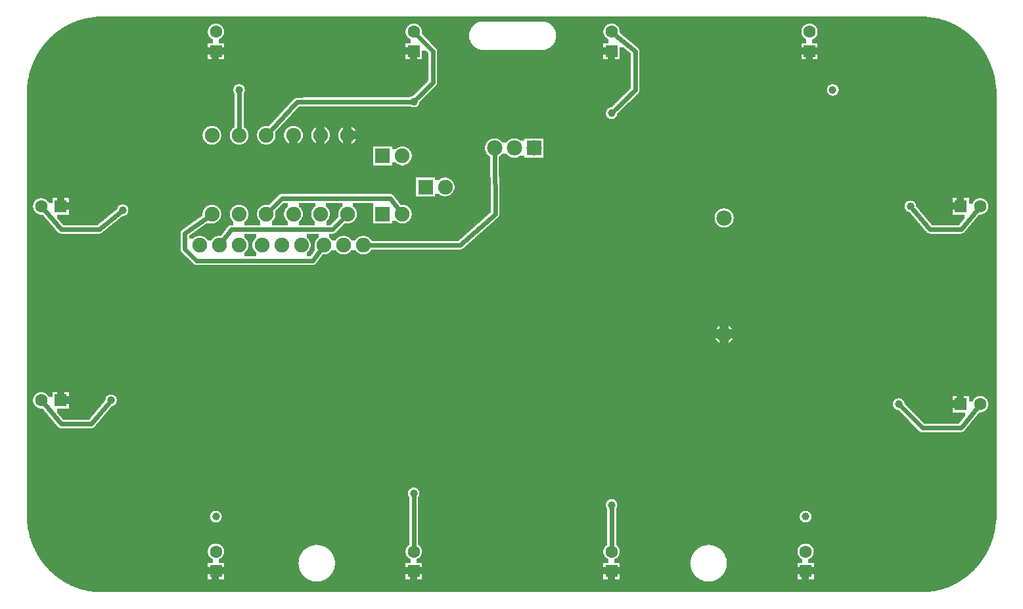
<source format=gbl>
G04 MADE WITH FRITZING*
G04 WWW.FRITZING.ORG*
G04 DOUBLE SIDED*
G04 HOLES PLATED*
G04 CONTOUR ON CENTER OF CONTOUR VECTOR*
%ASAXBY*%
%FSLAX23Y23*%
%MOIN*%
%OFA0B0*%
%SFA1.0B1.0*%
%ADD10C,0.075000*%
%ADD11C,0.039370*%
%ADD12C,0.078000*%
%ADD13C,0.062992*%
%ADD14R,0.075000X0.075000*%
%ADD15R,0.078000X0.078000*%
%ADD16R,0.062992X0.062992*%
%ADD17C,0.024000*%
%LNCOPPER0*%
G90*
G70*
G54D10*
X4135Y2893D03*
G54D11*
X1118Y2588D03*
X2004Y2529D03*
X3007Y2470D03*
X4129Y2588D03*
X4523Y1998D03*
X4464Y994D03*
X3992Y423D03*
X1000Y423D03*
X3007Y482D03*
X2004Y541D03*
X468Y1013D03*
X527Y1978D03*
G54D10*
X918Y1801D03*
X1018Y1801D03*
X1118Y1801D03*
X1233Y1801D03*
X1333Y1801D03*
X1433Y1801D03*
X1548Y1801D03*
X1648Y1801D03*
X1748Y1801D03*
X1846Y1958D03*
X1946Y1958D03*
X1846Y2254D03*
X1946Y2254D03*
X2063Y2096D03*
X2163Y2096D03*
X1669Y1958D03*
X1669Y2358D03*
X1531Y1958D03*
X1531Y2358D03*
X1393Y1958D03*
X1393Y2358D03*
X1255Y1958D03*
X1255Y2358D03*
X980Y1958D03*
X980Y2358D03*
X1118Y1958D03*
X1118Y2358D03*
G54D12*
X2614Y2293D03*
X2514Y2293D03*
X2414Y2293D03*
G54D13*
X3007Y2785D03*
X3007Y2883D03*
X4779Y994D03*
X4878Y994D03*
X212Y1998D03*
X114Y1998D03*
X3007Y147D03*
X3007Y246D03*
X2003Y147D03*
X2003Y246D03*
X212Y1013D03*
X114Y1013D03*
X4011Y2785D03*
X4011Y2883D03*
X4779Y1998D03*
X4878Y1998D03*
X1000Y147D03*
X1000Y246D03*
X2003Y2785D03*
X2003Y2883D03*
X3992Y147D03*
X3992Y246D03*
X1000Y2785D03*
X1000Y2883D03*
G54D12*
X3578Y1348D03*
X3578Y1939D03*
G54D14*
X1846Y1958D03*
X1846Y2254D03*
X2063Y2096D03*
G54D15*
X2614Y2293D03*
G54D16*
X3007Y2785D03*
X4779Y994D03*
X212Y1998D03*
X3007Y147D03*
X2003Y147D03*
X212Y1013D03*
X4011Y2785D03*
X4779Y1998D03*
X1000Y147D03*
X2003Y2785D03*
X3992Y147D03*
X1000Y2785D03*
G54D17*
X2100Y2626D02*
X2100Y2784D01*
D02*
X2100Y2784D02*
X2022Y2864D01*
D02*
X2017Y2543D02*
X2100Y2626D01*
D02*
X3127Y2587D02*
X3127Y2784D01*
D02*
X3127Y2784D02*
X3028Y2866D01*
D02*
X3021Y2483D02*
X3127Y2587D01*
D02*
X4780Y1881D02*
X4860Y1977D01*
D02*
X4622Y1881D02*
X4780Y1881D01*
D02*
X4535Y1983D02*
X4622Y1881D01*
D02*
X4583Y874D02*
X4477Y980D01*
D02*
X4780Y874D02*
X4583Y874D01*
D02*
X4861Y973D02*
X4780Y874D01*
D02*
X3007Y463D02*
X3007Y273D01*
D02*
X2004Y522D02*
X2004Y273D01*
D02*
X367Y894D02*
X456Y999D01*
D02*
X214Y894D02*
X367Y894D01*
D02*
X131Y993D02*
X214Y894D01*
D02*
X407Y1881D02*
X512Y1966D01*
D02*
X214Y1881D02*
X407Y1881D01*
D02*
X131Y1977D02*
X214Y1881D01*
D02*
X1118Y2569D02*
X1118Y2387D01*
D02*
X1884Y2038D02*
X1333Y2038D01*
D02*
X1929Y1981D02*
X1884Y2038D01*
D02*
X1333Y2038D02*
X1275Y1979D01*
D02*
X1591Y1880D02*
X1649Y1938D01*
D02*
X1035Y1824D02*
X1078Y1880D01*
D02*
X1078Y1880D02*
X1591Y1880D01*
D02*
X842Y1860D02*
X842Y1780D01*
D02*
X842Y1780D02*
X902Y1722D01*
D02*
X902Y1722D02*
X1491Y1722D01*
D02*
X957Y1942D02*
X842Y1860D01*
D02*
X1491Y1722D02*
X1531Y1778D01*
D02*
X1275Y2379D02*
X1412Y2527D01*
D02*
X1412Y2527D02*
X1985Y2529D01*
D02*
X2417Y1958D02*
X2239Y1800D01*
D02*
X2414Y2263D02*
X2417Y1958D01*
D02*
X2239Y1800D02*
X1776Y1801D01*
G36*
X1342Y2016D02*
X1342Y2014D01*
X1340Y2014D01*
X1340Y2012D01*
X1338Y2012D01*
X1338Y2010D01*
X1336Y2010D01*
X1336Y2008D01*
X1334Y2008D01*
X1334Y2006D01*
X1332Y2006D01*
X1332Y2004D01*
X1330Y2004D01*
X1330Y2002D01*
X1328Y2002D01*
X1328Y2000D01*
X1326Y2000D01*
X1326Y1998D01*
X1324Y1998D01*
X1324Y1996D01*
X1322Y1996D01*
X1322Y1994D01*
X1320Y1994D01*
X1320Y1992D01*
X1318Y1992D01*
X1318Y1990D01*
X1316Y1990D01*
X1316Y1988D01*
X1314Y1988D01*
X1314Y1986D01*
X1312Y1986D01*
X1312Y1984D01*
X1310Y1984D01*
X1310Y1982D01*
X1308Y1982D01*
X1308Y1980D01*
X1306Y1980D01*
X1306Y1978D01*
X1304Y1978D01*
X1304Y1976D01*
X1302Y1976D01*
X1302Y1946D01*
X1300Y1946D01*
X1300Y1940D01*
X1298Y1940D01*
X1298Y1936D01*
X1296Y1936D01*
X1296Y1932D01*
X1294Y1932D01*
X1294Y1930D01*
X1292Y1930D01*
X1292Y1928D01*
X1290Y1928D01*
X1290Y1924D01*
X1286Y1924D01*
X1286Y1922D01*
X1284Y1922D01*
X1284Y1902D01*
X1364Y1902D01*
X1364Y1922D01*
X1362Y1922D01*
X1362Y1924D01*
X1360Y1924D01*
X1360Y1926D01*
X1358Y1926D01*
X1358Y1928D01*
X1356Y1928D01*
X1356Y1930D01*
X1354Y1930D01*
X1354Y1934D01*
X1352Y1934D01*
X1352Y1938D01*
X1350Y1938D01*
X1350Y1942D01*
X1348Y1942D01*
X1348Y1948D01*
X1346Y1948D01*
X1346Y1968D01*
X1348Y1968D01*
X1348Y1976D01*
X1350Y1976D01*
X1350Y1980D01*
X1352Y1980D01*
X1352Y1984D01*
X1354Y1984D01*
X1354Y1986D01*
X1356Y1986D01*
X1356Y1988D01*
X1358Y1988D01*
X1358Y1992D01*
X1362Y1992D01*
X1362Y1994D01*
X1364Y1994D01*
X1364Y1996D01*
X1366Y1996D01*
X1366Y2016D01*
X1342Y2016D01*
G37*
D02*
G36*
X1420Y2016D02*
X1420Y1996D01*
X1422Y1996D01*
X1422Y1994D01*
X1426Y1994D01*
X1426Y1992D01*
X1428Y1992D01*
X1428Y1990D01*
X1430Y1990D01*
X1430Y1986D01*
X1432Y1986D01*
X1432Y1984D01*
X1434Y1984D01*
X1434Y1980D01*
X1436Y1980D01*
X1436Y1976D01*
X1438Y1976D01*
X1438Y1970D01*
X1440Y1970D01*
X1440Y1946D01*
X1438Y1946D01*
X1438Y1940D01*
X1436Y1940D01*
X1436Y1936D01*
X1434Y1936D01*
X1434Y1932D01*
X1432Y1932D01*
X1432Y1930D01*
X1430Y1930D01*
X1430Y1928D01*
X1428Y1928D01*
X1428Y1924D01*
X1424Y1924D01*
X1424Y1922D01*
X1422Y1922D01*
X1422Y1902D01*
X1502Y1902D01*
X1502Y1922D01*
X1500Y1922D01*
X1500Y1924D01*
X1498Y1924D01*
X1498Y1926D01*
X1496Y1926D01*
X1496Y1928D01*
X1494Y1928D01*
X1494Y1930D01*
X1492Y1930D01*
X1492Y1934D01*
X1490Y1934D01*
X1490Y1936D01*
X1488Y1936D01*
X1488Y1940D01*
X1486Y1940D01*
X1486Y1948D01*
X1484Y1948D01*
X1484Y1970D01*
X1486Y1970D01*
X1486Y1976D01*
X1488Y1976D01*
X1488Y1980D01*
X1490Y1980D01*
X1490Y1984D01*
X1492Y1984D01*
X1492Y1986D01*
X1494Y1986D01*
X1494Y1988D01*
X1496Y1988D01*
X1496Y1992D01*
X1498Y1992D01*
X1498Y1994D01*
X1502Y1994D01*
X1502Y1996D01*
X1504Y1996D01*
X1504Y2016D01*
X1420Y2016D01*
G37*
D02*
G36*
X1558Y2016D02*
X1558Y1996D01*
X1560Y1996D01*
X1560Y1994D01*
X1564Y1994D01*
X1564Y1992D01*
X1566Y1992D01*
X1566Y1988D01*
X1568Y1988D01*
X1568Y1986D01*
X1570Y1986D01*
X1570Y1984D01*
X1572Y1984D01*
X1572Y1980D01*
X1574Y1980D01*
X1574Y1976D01*
X1576Y1976D01*
X1576Y1970D01*
X1578Y1970D01*
X1578Y1948D01*
X1576Y1948D01*
X1576Y1940D01*
X1574Y1940D01*
X1574Y1936D01*
X1572Y1936D01*
X1572Y1932D01*
X1570Y1932D01*
X1570Y1930D01*
X1568Y1930D01*
X1568Y1928D01*
X1566Y1928D01*
X1566Y1926D01*
X1564Y1926D01*
X1564Y1924D01*
X1562Y1924D01*
X1562Y1922D01*
X1560Y1922D01*
X1560Y1902D01*
X1582Y1902D01*
X1582Y1904D01*
X1584Y1904D01*
X1584Y1906D01*
X1586Y1906D01*
X1586Y1908D01*
X1588Y1908D01*
X1588Y1910D01*
X1590Y1910D01*
X1590Y1912D01*
X1592Y1912D01*
X1592Y1914D01*
X1594Y1914D01*
X1594Y1916D01*
X1596Y1916D01*
X1596Y1918D01*
X1598Y1918D01*
X1598Y1920D01*
X1600Y1920D01*
X1600Y1922D01*
X1602Y1922D01*
X1602Y1924D01*
X1604Y1924D01*
X1604Y1926D01*
X1606Y1926D01*
X1606Y1928D01*
X1608Y1928D01*
X1608Y1930D01*
X1610Y1930D01*
X1610Y1932D01*
X1612Y1932D01*
X1612Y1934D01*
X1614Y1934D01*
X1614Y1936D01*
X1616Y1936D01*
X1616Y1938D01*
X1618Y1938D01*
X1618Y1940D01*
X1620Y1940D01*
X1620Y1942D01*
X1622Y1942D01*
X1622Y1970D01*
X1624Y1970D01*
X1624Y1976D01*
X1626Y1976D01*
X1626Y1980D01*
X1628Y1980D01*
X1628Y1984D01*
X1630Y1984D01*
X1630Y1986D01*
X1632Y1986D01*
X1632Y1990D01*
X1634Y1990D01*
X1634Y1992D01*
X1636Y1992D01*
X1636Y1994D01*
X1640Y1994D01*
X1640Y1996D01*
X1642Y1996D01*
X1642Y2016D01*
X1558Y2016D01*
G37*
D02*
G36*
X1146Y1858D02*
X1146Y1838D01*
X1148Y1838D01*
X1148Y1836D01*
X1150Y1836D01*
X1150Y1834D01*
X1152Y1834D01*
X1152Y1832D01*
X1154Y1832D01*
X1154Y1830D01*
X1156Y1830D01*
X1156Y1828D01*
X1158Y1828D01*
X1158Y1824D01*
X1160Y1824D01*
X1160Y1820D01*
X1162Y1820D01*
X1162Y1814D01*
X1164Y1814D01*
X1164Y1804D01*
X1166Y1804D01*
X1166Y1798D01*
X1164Y1798D01*
X1164Y1788D01*
X1162Y1788D01*
X1162Y1782D01*
X1160Y1782D01*
X1160Y1778D01*
X1158Y1778D01*
X1158Y1774D01*
X1156Y1774D01*
X1156Y1772D01*
X1154Y1772D01*
X1154Y1770D01*
X1152Y1770D01*
X1152Y1768D01*
X1150Y1768D01*
X1150Y1766D01*
X1148Y1766D01*
X1148Y1764D01*
X1146Y1764D01*
X1146Y1744D01*
X1204Y1744D01*
X1204Y1764D01*
X1202Y1764D01*
X1202Y1766D01*
X1200Y1766D01*
X1200Y1768D01*
X1198Y1768D01*
X1198Y1770D01*
X1196Y1770D01*
X1196Y1772D01*
X1194Y1772D01*
X1194Y1774D01*
X1192Y1774D01*
X1192Y1778D01*
X1190Y1778D01*
X1190Y1782D01*
X1188Y1782D01*
X1188Y1788D01*
X1186Y1788D01*
X1186Y1814D01*
X1188Y1814D01*
X1188Y1820D01*
X1190Y1820D01*
X1190Y1824D01*
X1192Y1824D01*
X1192Y1826D01*
X1194Y1826D01*
X1194Y1830D01*
X1196Y1830D01*
X1196Y1832D01*
X1198Y1832D01*
X1198Y1834D01*
X1200Y1834D01*
X1200Y1836D01*
X1202Y1836D01*
X1202Y1838D01*
X1204Y1838D01*
X1204Y1858D01*
X1146Y1858D01*
G37*
D02*
G36*
X1460Y1858D02*
X1460Y1838D01*
X1462Y1838D01*
X1462Y1836D01*
X1466Y1836D01*
X1466Y1834D01*
X1468Y1834D01*
X1468Y1830D01*
X1470Y1830D01*
X1470Y1828D01*
X1472Y1828D01*
X1472Y1826D01*
X1474Y1826D01*
X1474Y1822D01*
X1476Y1822D01*
X1476Y1818D01*
X1478Y1818D01*
X1478Y1810D01*
X1480Y1810D01*
X1480Y1792D01*
X1478Y1792D01*
X1478Y1784D01*
X1476Y1784D01*
X1476Y1780D01*
X1474Y1780D01*
X1474Y1776D01*
X1472Y1776D01*
X1472Y1774D01*
X1470Y1774D01*
X1470Y1770D01*
X1468Y1770D01*
X1468Y1768D01*
X1466Y1768D01*
X1466Y1766D01*
X1464Y1766D01*
X1464Y1764D01*
X1462Y1764D01*
X1462Y1746D01*
X1482Y1746D01*
X1482Y1748D01*
X1484Y1748D01*
X1484Y1752D01*
X1486Y1752D01*
X1486Y1754D01*
X1488Y1754D01*
X1488Y1756D01*
X1490Y1756D01*
X1490Y1760D01*
X1492Y1760D01*
X1492Y1762D01*
X1494Y1762D01*
X1494Y1766D01*
X1496Y1766D01*
X1496Y1768D01*
X1498Y1768D01*
X1498Y1770D01*
X1500Y1770D01*
X1500Y1810D01*
X1502Y1810D01*
X1502Y1816D01*
X1504Y1816D01*
X1504Y1822D01*
X1506Y1822D01*
X1506Y1826D01*
X1508Y1826D01*
X1508Y1828D01*
X1510Y1828D01*
X1510Y1830D01*
X1512Y1830D01*
X1512Y1834D01*
X1514Y1834D01*
X1514Y1836D01*
X1518Y1836D01*
X1518Y1838D01*
X1520Y1838D01*
X1520Y1858D01*
X1460Y1858D01*
G37*
D02*
G36*
X3555Y1400D02*
X3600Y1400D01*
X3600Y1370D01*
X3555Y1370D01*
X3555Y1400D01*
G37*
D02*
G36*
X3555Y1332D02*
X3600Y1332D01*
X3600Y1300D01*
X3555Y1300D01*
X3555Y1332D01*
G37*
D02*
G36*
X3526Y1373D02*
X3558Y1373D01*
X3558Y1328D01*
X3526Y1328D01*
X3526Y1373D01*
G37*
D02*
G36*
X3596Y1373D02*
X3628Y1373D01*
X3628Y1328D01*
X3596Y1328D01*
X3596Y1373D01*
G37*
D02*
G36*
X4759Y1040D02*
X4796Y1040D01*
X4796Y1010D01*
X4759Y1010D01*
X4759Y1040D01*
G37*
D02*
G36*
X4734Y1013D02*
X4762Y1013D01*
X4762Y976D01*
X4734Y976D01*
X4734Y1013D01*
G37*
D02*
G36*
X2987Y2772D02*
X3024Y2772D01*
X3024Y2744D01*
X2987Y2744D01*
X2987Y2772D01*
G37*
D02*
G36*
X2962Y2805D02*
X2990Y2805D01*
X2990Y2768D01*
X2962Y2768D01*
X2962Y2805D01*
G37*
D02*
G36*
X193Y2044D02*
X230Y2044D01*
X230Y2014D01*
X193Y2014D01*
X193Y2044D01*
G37*
D02*
G36*
X226Y2017D02*
X254Y2017D01*
X254Y1980D01*
X226Y1980D01*
X226Y2017D01*
G37*
D02*
G36*
X3971Y134D02*
X4008Y134D01*
X4008Y106D01*
X3971Y106D01*
X3971Y134D01*
G37*
D02*
G36*
X3946Y167D02*
X3974Y167D01*
X3974Y130D01*
X3946Y130D01*
X3946Y167D01*
G37*
D02*
G36*
X4004Y167D02*
X4034Y167D01*
X4034Y130D01*
X4004Y130D01*
X4004Y167D01*
G37*
D02*
G36*
X4759Y2044D02*
X4796Y2044D01*
X4796Y2014D01*
X4759Y2014D01*
X4759Y2044D01*
G37*
D02*
G36*
X4734Y2017D02*
X4762Y2017D01*
X4762Y1980D01*
X4734Y1980D01*
X4734Y2017D01*
G37*
D02*
G36*
X1983Y134D02*
X2020Y134D01*
X2020Y106D01*
X1983Y106D01*
X1983Y134D01*
G37*
D02*
G36*
X1958Y167D02*
X1986Y167D01*
X1986Y130D01*
X1958Y130D01*
X1958Y167D01*
G37*
D02*
G36*
X2016Y167D02*
X2046Y167D01*
X2046Y130D01*
X2016Y130D01*
X2016Y167D01*
G37*
D02*
G36*
X3991Y2772D02*
X4028Y2772D01*
X4028Y2744D01*
X3991Y2744D01*
X3991Y2772D01*
G37*
D02*
G36*
X3966Y2805D02*
X3994Y2805D01*
X3994Y2768D01*
X3966Y2768D01*
X3966Y2805D01*
G37*
D02*
G36*
X4024Y2805D02*
X4052Y2805D01*
X4052Y2768D01*
X4024Y2768D01*
X4024Y2805D01*
G37*
D02*
G36*
X979Y134D02*
X1016Y134D01*
X1016Y106D01*
X979Y106D01*
X979Y134D01*
G37*
D02*
G36*
X954Y167D02*
X982Y167D01*
X982Y130D01*
X954Y130D01*
X954Y167D01*
G37*
D02*
G36*
X1012Y167D02*
X1042Y167D01*
X1042Y130D01*
X1012Y130D01*
X1012Y167D01*
G37*
D02*
G36*
X2987Y134D02*
X3024Y134D01*
X3024Y106D01*
X2987Y106D01*
X2987Y134D01*
G37*
D02*
G36*
X2962Y167D02*
X2990Y167D01*
X2990Y130D01*
X2962Y130D01*
X2962Y167D01*
G37*
D02*
G36*
X3020Y167D02*
X3048Y167D01*
X3048Y130D01*
X3020Y130D01*
X3020Y167D01*
G37*
D02*
G36*
X193Y1058D02*
X230Y1058D01*
X230Y1030D01*
X193Y1030D01*
X193Y1058D01*
G37*
D02*
G36*
X226Y1033D02*
X254Y1033D01*
X254Y996D01*
X226Y996D01*
X226Y1033D01*
G37*
D02*
G36*
X1983Y2772D02*
X2020Y2772D01*
X2020Y2744D01*
X1983Y2744D01*
X1983Y2772D01*
G37*
D02*
G36*
X1958Y2805D02*
X1986Y2805D01*
X1986Y2768D01*
X1958Y2768D01*
X1958Y2805D01*
G37*
D02*
G36*
X979Y2772D02*
X1016Y2772D01*
X1016Y2744D01*
X979Y2744D01*
X979Y2772D01*
G37*
D02*
G36*
X954Y2805D02*
X982Y2805D01*
X982Y2768D01*
X954Y2768D01*
X954Y2805D01*
G37*
D02*
G36*
X1012Y2805D02*
X1042Y2805D01*
X1042Y2768D01*
X1012Y2768D01*
X1012Y2805D01*
G37*
D02*
G36*
X1646Y2410D02*
X1689Y2410D01*
X1689Y2378D01*
X1646Y2378D01*
X1646Y2410D01*
G37*
D02*
G36*
X1646Y2344D02*
X1689Y2344D01*
X1689Y2310D01*
X1646Y2310D01*
X1646Y2344D01*
G37*
D02*
G36*
X1684Y2382D02*
X1716Y2382D01*
X1716Y2339D01*
X1684Y2339D01*
X1684Y2382D01*
G37*
D02*
G36*
X1370Y2344D02*
X1413Y2344D01*
X1413Y2310D01*
X1370Y2310D01*
X1370Y2344D01*
G37*
D02*
G36*
X1508Y2410D02*
X1551Y2410D01*
X1551Y2378D01*
X1508Y2378D01*
X1508Y2410D01*
G37*
D02*
G36*
X1508Y2344D02*
X1551Y2344D01*
X1551Y2310D01*
X1508Y2310D01*
X1508Y2344D01*
G37*
D02*
G36*
X392Y2960D02*
X392Y2958D01*
X372Y2958D01*
X372Y2956D01*
X358Y2956D01*
X358Y2954D01*
X348Y2954D01*
X348Y2952D01*
X338Y2952D01*
X338Y2950D01*
X330Y2950D01*
X330Y2948D01*
X322Y2948D01*
X322Y2946D01*
X316Y2946D01*
X316Y2944D01*
X308Y2944D01*
X308Y2942D01*
X302Y2942D01*
X302Y2940D01*
X296Y2940D01*
X296Y2938D01*
X290Y2938D01*
X290Y2936D01*
X2668Y2936D01*
X2668Y2934D01*
X2676Y2934D01*
X2676Y2932D01*
X2682Y2932D01*
X2682Y2930D01*
X2686Y2930D01*
X2686Y2928D01*
X2690Y2928D01*
X2690Y2926D01*
X2692Y2926D01*
X2692Y2924D01*
X4024Y2924D01*
X4024Y2922D01*
X4028Y2922D01*
X4028Y2920D01*
X4032Y2920D01*
X4032Y2918D01*
X4036Y2918D01*
X4036Y2916D01*
X4038Y2916D01*
X4038Y2914D01*
X4040Y2914D01*
X4040Y2912D01*
X4042Y2912D01*
X4042Y2910D01*
X4044Y2910D01*
X4044Y2908D01*
X4046Y2908D01*
X4046Y2904D01*
X4048Y2904D01*
X4048Y2900D01*
X4050Y2900D01*
X4050Y2894D01*
X4052Y2894D01*
X4052Y2872D01*
X4050Y2872D01*
X4050Y2866D01*
X4048Y2866D01*
X4048Y2862D01*
X4046Y2862D01*
X4046Y2860D01*
X4044Y2860D01*
X4044Y2856D01*
X4042Y2856D01*
X4042Y2854D01*
X4040Y2854D01*
X4040Y2852D01*
X4036Y2852D01*
X4036Y2850D01*
X4034Y2850D01*
X4034Y2848D01*
X4030Y2848D01*
X4030Y2846D01*
X4026Y2846D01*
X4026Y2826D01*
X4052Y2826D01*
X4052Y2744D01*
X4918Y2744D01*
X4918Y2748D01*
X4916Y2748D01*
X4916Y2752D01*
X4914Y2752D01*
X4914Y2756D01*
X4912Y2756D01*
X4912Y2760D01*
X4910Y2760D01*
X4910Y2764D01*
X4908Y2764D01*
X4908Y2768D01*
X4906Y2768D01*
X4906Y2772D01*
X4904Y2772D01*
X4904Y2774D01*
X4902Y2774D01*
X4902Y2778D01*
X4900Y2778D01*
X4900Y2780D01*
X4898Y2780D01*
X4898Y2784D01*
X4896Y2784D01*
X4896Y2788D01*
X4894Y2788D01*
X4894Y2790D01*
X4892Y2790D01*
X4892Y2794D01*
X4890Y2794D01*
X4890Y2796D01*
X4888Y2796D01*
X4888Y2798D01*
X4886Y2798D01*
X4886Y2802D01*
X4884Y2802D01*
X4884Y2804D01*
X4882Y2804D01*
X4882Y2808D01*
X4880Y2808D01*
X4880Y2810D01*
X4878Y2810D01*
X4878Y2812D01*
X4876Y2812D01*
X4876Y2816D01*
X4874Y2816D01*
X4874Y2818D01*
X4872Y2818D01*
X4872Y2820D01*
X4870Y2820D01*
X4870Y2822D01*
X4868Y2822D01*
X4868Y2824D01*
X4866Y2824D01*
X4866Y2828D01*
X4864Y2828D01*
X4864Y2830D01*
X4862Y2830D01*
X4862Y2832D01*
X4860Y2832D01*
X4860Y2834D01*
X4858Y2834D01*
X4858Y2836D01*
X4856Y2836D01*
X4856Y2838D01*
X4854Y2838D01*
X4854Y2840D01*
X4852Y2840D01*
X4852Y2842D01*
X4850Y2842D01*
X4850Y2846D01*
X4848Y2846D01*
X4848Y2848D01*
X4846Y2848D01*
X4846Y2850D01*
X4844Y2850D01*
X4844Y2852D01*
X4842Y2852D01*
X4842Y2854D01*
X4838Y2854D01*
X4838Y2856D01*
X4836Y2856D01*
X4836Y2858D01*
X4834Y2858D01*
X4834Y2860D01*
X4832Y2860D01*
X4832Y2862D01*
X4830Y2862D01*
X4830Y2864D01*
X4828Y2864D01*
X4828Y2866D01*
X4826Y2866D01*
X4826Y2868D01*
X4824Y2868D01*
X4824Y2870D01*
X4822Y2870D01*
X4822Y2872D01*
X4818Y2872D01*
X4818Y2874D01*
X4816Y2874D01*
X4816Y2876D01*
X4814Y2876D01*
X4814Y2878D01*
X4812Y2878D01*
X4812Y2880D01*
X4810Y2880D01*
X4810Y2882D01*
X4806Y2882D01*
X4806Y2884D01*
X4804Y2884D01*
X4804Y2886D01*
X4802Y2886D01*
X4802Y2888D01*
X4798Y2888D01*
X4798Y2890D01*
X4796Y2890D01*
X4796Y2892D01*
X4792Y2892D01*
X4792Y2894D01*
X4790Y2894D01*
X4790Y2896D01*
X4786Y2896D01*
X4786Y2898D01*
X4784Y2898D01*
X4784Y2900D01*
X4780Y2900D01*
X4780Y2902D01*
X4778Y2902D01*
X4778Y2904D01*
X4774Y2904D01*
X4774Y2906D01*
X4772Y2906D01*
X4772Y2908D01*
X4768Y2908D01*
X4768Y2910D01*
X4764Y2910D01*
X4764Y2912D01*
X4760Y2912D01*
X4760Y2914D01*
X4758Y2914D01*
X4758Y2916D01*
X4754Y2916D01*
X4754Y2918D01*
X4750Y2918D01*
X4750Y2920D01*
X4746Y2920D01*
X4746Y2922D01*
X4742Y2922D01*
X4742Y2924D01*
X4738Y2924D01*
X4738Y2926D01*
X4734Y2926D01*
X4734Y2928D01*
X4728Y2928D01*
X4728Y2930D01*
X4724Y2930D01*
X4724Y2932D01*
X4720Y2932D01*
X4720Y2934D01*
X4714Y2934D01*
X4714Y2936D01*
X4710Y2936D01*
X4710Y2938D01*
X4704Y2938D01*
X4704Y2940D01*
X4698Y2940D01*
X4698Y2942D01*
X4692Y2942D01*
X4692Y2944D01*
X4684Y2944D01*
X4684Y2946D01*
X4678Y2946D01*
X4678Y2948D01*
X4670Y2948D01*
X4670Y2950D01*
X4662Y2950D01*
X4662Y2952D01*
X4652Y2952D01*
X4652Y2954D01*
X4642Y2954D01*
X4642Y2956D01*
X4628Y2956D01*
X4628Y2958D01*
X4608Y2958D01*
X4608Y2960D01*
X392Y2960D01*
G37*
D02*
G36*
X286Y2936D02*
X286Y2934D01*
X280Y2934D01*
X280Y2932D01*
X276Y2932D01*
X276Y2930D01*
X272Y2930D01*
X272Y2928D01*
X266Y2928D01*
X266Y2926D01*
X262Y2926D01*
X262Y2924D01*
X2016Y2924D01*
X2016Y2922D01*
X2020Y2922D01*
X2020Y2920D01*
X2024Y2920D01*
X2024Y2918D01*
X2028Y2918D01*
X2028Y2916D01*
X2030Y2916D01*
X2030Y2914D01*
X2032Y2914D01*
X2032Y2912D01*
X2034Y2912D01*
X2034Y2910D01*
X2036Y2910D01*
X2036Y2908D01*
X2038Y2908D01*
X2038Y2904D01*
X2040Y2904D01*
X2040Y2900D01*
X2042Y2900D01*
X2042Y2896D01*
X2044Y2896D01*
X2044Y2872D01*
X2046Y2872D01*
X2046Y2870D01*
X2048Y2870D01*
X2048Y2868D01*
X2050Y2868D01*
X2050Y2866D01*
X2052Y2866D01*
X2052Y2864D01*
X2054Y2864D01*
X2054Y2862D01*
X2056Y2862D01*
X2056Y2860D01*
X2058Y2860D01*
X2058Y2858D01*
X2060Y2858D01*
X2060Y2856D01*
X2062Y2856D01*
X2062Y2854D01*
X2064Y2854D01*
X2064Y2852D01*
X2066Y2852D01*
X2066Y2850D01*
X2068Y2850D01*
X2068Y2848D01*
X2070Y2848D01*
X2070Y2846D01*
X2072Y2846D01*
X2072Y2844D01*
X2074Y2844D01*
X2074Y2842D01*
X2076Y2842D01*
X2076Y2840D01*
X2078Y2840D01*
X2078Y2838D01*
X2080Y2838D01*
X2080Y2836D01*
X2082Y2836D01*
X2082Y2834D01*
X2084Y2834D01*
X2084Y2832D01*
X2086Y2832D01*
X2086Y2830D01*
X2088Y2830D01*
X2088Y2826D01*
X2090Y2826D01*
X2090Y2824D01*
X2092Y2824D01*
X2092Y2822D01*
X2094Y2822D01*
X2094Y2820D01*
X2096Y2820D01*
X2096Y2818D01*
X2098Y2818D01*
X2098Y2816D01*
X2100Y2816D01*
X2100Y2814D01*
X2102Y2814D01*
X2102Y2812D01*
X2104Y2812D01*
X2104Y2810D01*
X2106Y2810D01*
X2106Y2808D01*
X2108Y2808D01*
X2108Y2806D01*
X2110Y2806D01*
X2110Y2804D01*
X2112Y2804D01*
X2112Y2802D01*
X2114Y2802D01*
X2114Y2800D01*
X2116Y2800D01*
X2116Y2798D01*
X2118Y2798D01*
X2118Y2794D01*
X2120Y2794D01*
X2120Y2790D01*
X2354Y2790D01*
X2354Y2792D01*
X2340Y2792D01*
X2340Y2794D01*
X2334Y2794D01*
X2334Y2796D01*
X2328Y2796D01*
X2328Y2798D01*
X2324Y2798D01*
X2324Y2800D01*
X2320Y2800D01*
X2320Y2802D01*
X2318Y2802D01*
X2318Y2804D01*
X2314Y2804D01*
X2314Y2806D01*
X2312Y2806D01*
X2312Y2808D01*
X2310Y2808D01*
X2310Y2810D01*
X2308Y2810D01*
X2308Y2812D01*
X2306Y2812D01*
X2306Y2814D01*
X2304Y2814D01*
X2304Y2816D01*
X2302Y2816D01*
X2302Y2818D01*
X2300Y2818D01*
X2300Y2820D01*
X2298Y2820D01*
X2298Y2824D01*
X2296Y2824D01*
X2296Y2828D01*
X2294Y2828D01*
X2294Y2830D01*
X2292Y2830D01*
X2292Y2834D01*
X2290Y2834D01*
X2290Y2840D01*
X2288Y2840D01*
X2288Y2846D01*
X2286Y2846D01*
X2286Y2860D01*
X2284Y2860D01*
X2284Y2866D01*
X2286Y2866D01*
X2286Y2880D01*
X2288Y2880D01*
X2288Y2888D01*
X2290Y2888D01*
X2290Y2892D01*
X2292Y2892D01*
X2292Y2896D01*
X2294Y2896D01*
X2294Y2900D01*
X2296Y2900D01*
X2296Y2904D01*
X2298Y2904D01*
X2298Y2906D01*
X2300Y2906D01*
X2300Y2910D01*
X2302Y2910D01*
X2302Y2912D01*
X2304Y2912D01*
X2304Y2914D01*
X2306Y2914D01*
X2306Y2916D01*
X2308Y2916D01*
X2308Y2918D01*
X2310Y2918D01*
X2310Y2920D01*
X2312Y2920D01*
X2312Y2922D01*
X2316Y2922D01*
X2316Y2924D01*
X2318Y2924D01*
X2318Y2926D01*
X2322Y2926D01*
X2322Y2928D01*
X2326Y2928D01*
X2326Y2930D01*
X2330Y2930D01*
X2330Y2932D01*
X2336Y2932D01*
X2336Y2934D01*
X2342Y2934D01*
X2342Y2936D01*
X286Y2936D01*
G37*
D02*
G36*
X258Y2924D02*
X258Y2922D01*
X254Y2922D01*
X254Y2920D01*
X250Y2920D01*
X250Y2918D01*
X246Y2918D01*
X246Y2916D01*
X242Y2916D01*
X242Y2914D01*
X240Y2914D01*
X240Y2912D01*
X236Y2912D01*
X236Y2910D01*
X232Y2910D01*
X232Y2908D01*
X228Y2908D01*
X228Y2906D01*
X226Y2906D01*
X226Y2904D01*
X222Y2904D01*
X222Y2902D01*
X220Y2902D01*
X220Y2900D01*
X216Y2900D01*
X216Y2898D01*
X214Y2898D01*
X214Y2896D01*
X210Y2896D01*
X210Y2894D01*
X208Y2894D01*
X208Y2892D01*
X204Y2892D01*
X204Y2890D01*
X202Y2890D01*
X202Y2888D01*
X198Y2888D01*
X198Y2886D01*
X196Y2886D01*
X196Y2884D01*
X194Y2884D01*
X194Y2882D01*
X190Y2882D01*
X190Y2880D01*
X188Y2880D01*
X188Y2878D01*
X186Y2878D01*
X186Y2876D01*
X184Y2876D01*
X184Y2874D01*
X182Y2874D01*
X182Y2872D01*
X178Y2872D01*
X178Y2870D01*
X176Y2870D01*
X176Y2868D01*
X174Y2868D01*
X174Y2866D01*
X172Y2866D01*
X172Y2864D01*
X170Y2864D01*
X170Y2862D01*
X168Y2862D01*
X168Y2860D01*
X166Y2860D01*
X166Y2858D01*
X164Y2858D01*
X164Y2856D01*
X160Y2856D01*
X160Y2854D01*
X158Y2854D01*
X158Y2852D01*
X156Y2852D01*
X156Y2850D01*
X154Y2850D01*
X154Y2848D01*
X152Y2848D01*
X152Y2846D01*
X150Y2846D01*
X150Y2842D01*
X148Y2842D01*
X148Y2840D01*
X146Y2840D01*
X146Y2838D01*
X144Y2838D01*
X144Y2836D01*
X142Y2836D01*
X142Y2834D01*
X140Y2834D01*
X140Y2832D01*
X138Y2832D01*
X138Y2830D01*
X136Y2830D01*
X136Y2828D01*
X134Y2828D01*
X134Y2824D01*
X132Y2824D01*
X132Y2822D01*
X130Y2822D01*
X130Y2820D01*
X128Y2820D01*
X128Y2818D01*
X126Y2818D01*
X126Y2816D01*
X124Y2816D01*
X124Y2812D01*
X122Y2812D01*
X122Y2810D01*
X120Y2810D01*
X120Y2808D01*
X118Y2808D01*
X118Y2804D01*
X116Y2804D01*
X116Y2802D01*
X114Y2802D01*
X114Y2798D01*
X112Y2798D01*
X112Y2796D01*
X110Y2796D01*
X110Y2794D01*
X108Y2794D01*
X108Y2790D01*
X106Y2790D01*
X106Y2788D01*
X104Y2788D01*
X104Y2784D01*
X102Y2784D01*
X102Y2780D01*
X100Y2780D01*
X100Y2778D01*
X98Y2778D01*
X98Y2774D01*
X96Y2774D01*
X96Y2772D01*
X94Y2772D01*
X94Y2768D01*
X92Y2768D01*
X92Y2764D01*
X90Y2764D01*
X90Y2760D01*
X88Y2760D01*
X88Y2756D01*
X86Y2756D01*
X86Y2752D01*
X84Y2752D01*
X84Y2748D01*
X82Y2748D01*
X82Y2744D01*
X958Y2744D01*
X958Y2826D01*
X984Y2826D01*
X984Y2846D01*
X980Y2846D01*
X980Y2848D01*
X976Y2848D01*
X976Y2850D01*
X974Y2850D01*
X974Y2852D01*
X972Y2852D01*
X972Y2854D01*
X970Y2854D01*
X970Y2856D01*
X968Y2856D01*
X968Y2858D01*
X966Y2858D01*
X966Y2860D01*
X964Y2860D01*
X964Y2864D01*
X962Y2864D01*
X962Y2868D01*
X960Y2868D01*
X960Y2876D01*
X958Y2876D01*
X958Y2892D01*
X960Y2892D01*
X960Y2898D01*
X962Y2898D01*
X962Y2902D01*
X964Y2902D01*
X964Y2906D01*
X966Y2906D01*
X966Y2908D01*
X968Y2908D01*
X968Y2912D01*
X970Y2912D01*
X970Y2914D01*
X972Y2914D01*
X972Y2916D01*
X976Y2916D01*
X976Y2918D01*
X978Y2918D01*
X978Y2920D01*
X982Y2920D01*
X982Y2922D01*
X988Y2922D01*
X988Y2924D01*
X258Y2924D01*
G37*
D02*
G36*
X1012Y2924D02*
X1012Y2922D01*
X1016Y2922D01*
X1016Y2920D01*
X1020Y2920D01*
X1020Y2918D01*
X1024Y2918D01*
X1024Y2916D01*
X1026Y2916D01*
X1026Y2914D01*
X1028Y2914D01*
X1028Y2912D01*
X1030Y2912D01*
X1030Y2910D01*
X1032Y2910D01*
X1032Y2908D01*
X1034Y2908D01*
X1034Y2904D01*
X1036Y2904D01*
X1036Y2902D01*
X1038Y2902D01*
X1038Y2896D01*
X1040Y2896D01*
X1040Y2872D01*
X1038Y2872D01*
X1038Y2866D01*
X1036Y2866D01*
X1036Y2862D01*
X1034Y2862D01*
X1034Y2860D01*
X1032Y2860D01*
X1032Y2856D01*
X1030Y2856D01*
X1030Y2854D01*
X1028Y2854D01*
X1028Y2852D01*
X1026Y2852D01*
X1026Y2850D01*
X1022Y2850D01*
X1022Y2848D01*
X1018Y2848D01*
X1018Y2846D01*
X1014Y2846D01*
X1014Y2826D01*
X1042Y2826D01*
X1042Y2744D01*
X1962Y2744D01*
X1962Y2826D01*
X1988Y2826D01*
X1988Y2846D01*
X1984Y2846D01*
X1984Y2848D01*
X1980Y2848D01*
X1980Y2850D01*
X1978Y2850D01*
X1978Y2852D01*
X1976Y2852D01*
X1976Y2854D01*
X1974Y2854D01*
X1974Y2856D01*
X1972Y2856D01*
X1972Y2858D01*
X1970Y2858D01*
X1970Y2860D01*
X1968Y2860D01*
X1968Y2864D01*
X1966Y2864D01*
X1966Y2868D01*
X1964Y2868D01*
X1964Y2874D01*
X1962Y2874D01*
X1962Y2892D01*
X1964Y2892D01*
X1964Y2898D01*
X1966Y2898D01*
X1966Y2902D01*
X1968Y2902D01*
X1968Y2906D01*
X1970Y2906D01*
X1970Y2908D01*
X1972Y2908D01*
X1972Y2912D01*
X1974Y2912D01*
X1974Y2914D01*
X1976Y2914D01*
X1976Y2916D01*
X1980Y2916D01*
X1980Y2918D01*
X1982Y2918D01*
X1982Y2920D01*
X1986Y2920D01*
X1986Y2922D01*
X1992Y2922D01*
X1992Y2924D01*
X1012Y2924D01*
G37*
D02*
G36*
X2696Y2924D02*
X2696Y2922D01*
X2698Y2922D01*
X2698Y2920D01*
X2700Y2920D01*
X2700Y2918D01*
X2702Y2918D01*
X2702Y2916D01*
X2706Y2916D01*
X2706Y2912D01*
X2708Y2912D01*
X2708Y2910D01*
X2710Y2910D01*
X2710Y2908D01*
X2712Y2908D01*
X2712Y2906D01*
X2714Y2906D01*
X2714Y2902D01*
X2716Y2902D01*
X2716Y2898D01*
X2718Y2898D01*
X2718Y2894D01*
X2720Y2894D01*
X2720Y2890D01*
X2722Y2890D01*
X2722Y2884D01*
X2724Y2884D01*
X2724Y2876D01*
X2726Y2876D01*
X2726Y2852D01*
X2724Y2852D01*
X2724Y2844D01*
X2722Y2844D01*
X2722Y2838D01*
X2720Y2838D01*
X2720Y2832D01*
X2718Y2832D01*
X2718Y2828D01*
X2716Y2828D01*
X2716Y2826D01*
X2714Y2826D01*
X2714Y2822D01*
X2712Y2822D01*
X2712Y2820D01*
X2710Y2820D01*
X2710Y2816D01*
X2708Y2816D01*
X2708Y2814D01*
X2706Y2814D01*
X2706Y2812D01*
X2704Y2812D01*
X2704Y2810D01*
X2702Y2810D01*
X2702Y2808D01*
X2698Y2808D01*
X2698Y2806D01*
X2696Y2806D01*
X2696Y2804D01*
X2694Y2804D01*
X2694Y2802D01*
X2690Y2802D01*
X2690Y2800D01*
X2686Y2800D01*
X2686Y2798D01*
X2682Y2798D01*
X2682Y2796D01*
X2676Y2796D01*
X2676Y2794D01*
X2670Y2794D01*
X2670Y2792D01*
X2658Y2792D01*
X2658Y2790D01*
X2966Y2790D01*
X2966Y2826D01*
X2992Y2826D01*
X2992Y2846D01*
X2988Y2846D01*
X2988Y2848D01*
X2984Y2848D01*
X2984Y2850D01*
X2982Y2850D01*
X2982Y2852D01*
X2980Y2852D01*
X2980Y2854D01*
X2978Y2854D01*
X2978Y2856D01*
X2976Y2856D01*
X2976Y2858D01*
X2974Y2858D01*
X2974Y2860D01*
X2972Y2860D01*
X2972Y2864D01*
X2970Y2864D01*
X2970Y2868D01*
X2968Y2868D01*
X2968Y2874D01*
X2966Y2874D01*
X2966Y2892D01*
X2968Y2892D01*
X2968Y2898D01*
X2970Y2898D01*
X2970Y2902D01*
X2972Y2902D01*
X2972Y2906D01*
X2974Y2906D01*
X2974Y2908D01*
X2976Y2908D01*
X2976Y2912D01*
X2978Y2912D01*
X2978Y2914D01*
X2980Y2914D01*
X2980Y2916D01*
X2984Y2916D01*
X2984Y2918D01*
X2986Y2918D01*
X2986Y2920D01*
X2990Y2920D01*
X2990Y2922D01*
X2996Y2922D01*
X2996Y2924D01*
X2696Y2924D01*
G37*
D02*
G36*
X3020Y2924D02*
X3020Y2922D01*
X3024Y2922D01*
X3024Y2920D01*
X3028Y2920D01*
X3028Y2918D01*
X3032Y2918D01*
X3032Y2916D01*
X3034Y2916D01*
X3034Y2914D01*
X3036Y2914D01*
X3036Y2912D01*
X3038Y2912D01*
X3038Y2910D01*
X3040Y2910D01*
X3040Y2908D01*
X3042Y2908D01*
X3042Y2904D01*
X3044Y2904D01*
X3044Y2900D01*
X3046Y2900D01*
X3046Y2896D01*
X3048Y2896D01*
X3048Y2878D01*
X3050Y2878D01*
X3050Y2876D01*
X3052Y2876D01*
X3052Y2874D01*
X3054Y2874D01*
X3054Y2872D01*
X3056Y2872D01*
X3056Y2870D01*
X3060Y2870D01*
X3060Y2868D01*
X3062Y2868D01*
X3062Y2866D01*
X3064Y2866D01*
X3064Y2864D01*
X3066Y2864D01*
X3066Y2862D01*
X3068Y2862D01*
X3068Y2860D01*
X3072Y2860D01*
X3072Y2858D01*
X3074Y2858D01*
X3074Y2856D01*
X3076Y2856D01*
X3076Y2854D01*
X3078Y2854D01*
X3078Y2852D01*
X3080Y2852D01*
X3080Y2850D01*
X3084Y2850D01*
X3084Y2848D01*
X3086Y2848D01*
X3086Y2846D01*
X3088Y2846D01*
X3088Y2844D01*
X3090Y2844D01*
X3090Y2842D01*
X3092Y2842D01*
X3092Y2840D01*
X3096Y2840D01*
X3096Y2838D01*
X3098Y2838D01*
X3098Y2836D01*
X3100Y2836D01*
X3100Y2834D01*
X3102Y2834D01*
X3102Y2832D01*
X3104Y2832D01*
X3104Y2830D01*
X3108Y2830D01*
X3108Y2828D01*
X3110Y2828D01*
X3110Y2826D01*
X3112Y2826D01*
X3112Y2824D01*
X3114Y2824D01*
X3114Y2822D01*
X3116Y2822D01*
X3116Y2820D01*
X3120Y2820D01*
X3120Y2818D01*
X3122Y2818D01*
X3122Y2816D01*
X3124Y2816D01*
X3124Y2814D01*
X3126Y2814D01*
X3126Y2812D01*
X3128Y2812D01*
X3128Y2810D01*
X3132Y2810D01*
X3132Y2808D01*
X3134Y2808D01*
X3134Y2806D01*
X3136Y2806D01*
X3136Y2804D01*
X3138Y2804D01*
X3138Y2802D01*
X3140Y2802D01*
X3140Y2800D01*
X3142Y2800D01*
X3142Y2798D01*
X3144Y2798D01*
X3144Y2796D01*
X3146Y2796D01*
X3146Y2792D01*
X3148Y2792D01*
X3148Y2744D01*
X3970Y2744D01*
X3970Y2826D01*
X3996Y2826D01*
X3996Y2846D01*
X3992Y2846D01*
X3992Y2848D01*
X3988Y2848D01*
X3988Y2850D01*
X3986Y2850D01*
X3986Y2852D01*
X3984Y2852D01*
X3984Y2854D01*
X3982Y2854D01*
X3982Y2856D01*
X3980Y2856D01*
X3980Y2858D01*
X3978Y2858D01*
X3978Y2860D01*
X3976Y2860D01*
X3976Y2864D01*
X3974Y2864D01*
X3974Y2868D01*
X3972Y2868D01*
X3972Y2874D01*
X3970Y2874D01*
X3970Y2892D01*
X3972Y2892D01*
X3972Y2900D01*
X3974Y2900D01*
X3974Y2902D01*
X3976Y2902D01*
X3976Y2906D01*
X3978Y2906D01*
X3978Y2910D01*
X3980Y2910D01*
X3980Y2912D01*
X3982Y2912D01*
X3982Y2914D01*
X3984Y2914D01*
X3984Y2916D01*
X3988Y2916D01*
X3988Y2918D01*
X3990Y2918D01*
X3990Y2920D01*
X3994Y2920D01*
X3994Y2922D01*
X4000Y2922D01*
X4000Y2924D01*
X3020Y2924D01*
G37*
D02*
G36*
X3048Y2806D02*
X3048Y2744D01*
X3104Y2744D01*
X3104Y2776D01*
X3100Y2776D01*
X3100Y2778D01*
X3098Y2778D01*
X3098Y2780D01*
X3096Y2780D01*
X3096Y2782D01*
X3094Y2782D01*
X3094Y2784D01*
X3092Y2784D01*
X3092Y2786D01*
X3088Y2786D01*
X3088Y2788D01*
X3086Y2788D01*
X3086Y2790D01*
X3084Y2790D01*
X3084Y2792D01*
X3082Y2792D01*
X3082Y2794D01*
X3080Y2794D01*
X3080Y2796D01*
X3076Y2796D01*
X3076Y2798D01*
X3074Y2798D01*
X3074Y2800D01*
X3072Y2800D01*
X3072Y2802D01*
X3070Y2802D01*
X3070Y2804D01*
X3068Y2804D01*
X3068Y2806D01*
X3048Y2806D01*
G37*
D02*
G36*
X2122Y2790D02*
X2122Y2788D01*
X2966Y2788D01*
X2966Y2790D01*
X2122Y2790D01*
G37*
D02*
G36*
X2122Y2790D02*
X2122Y2788D01*
X2966Y2788D01*
X2966Y2790D01*
X2122Y2790D01*
G37*
D02*
G36*
X2046Y2788D02*
X2046Y2744D01*
X2078Y2744D01*
X2078Y2776D01*
X2076Y2776D01*
X2076Y2778D01*
X2074Y2778D01*
X2074Y2780D01*
X2072Y2780D01*
X2072Y2782D01*
X2070Y2782D01*
X2070Y2784D01*
X2068Y2784D01*
X2068Y2786D01*
X2066Y2786D01*
X2066Y2788D01*
X2046Y2788D01*
G37*
D02*
G36*
X2122Y2788D02*
X2122Y2744D01*
X2966Y2744D01*
X2966Y2788D01*
X2122Y2788D01*
G37*
D02*
G36*
X80Y2744D02*
X80Y2742D01*
X2078Y2742D01*
X2078Y2744D01*
X80Y2744D01*
G37*
D02*
G36*
X80Y2744D02*
X80Y2742D01*
X2078Y2742D01*
X2078Y2744D01*
X80Y2744D01*
G37*
D02*
G36*
X80Y2744D02*
X80Y2742D01*
X2078Y2742D01*
X2078Y2744D01*
X80Y2744D01*
G37*
D02*
G36*
X2122Y2744D02*
X2122Y2742D01*
X3104Y2742D01*
X3104Y2744D01*
X2122Y2744D01*
G37*
D02*
G36*
X2122Y2744D02*
X2122Y2742D01*
X3104Y2742D01*
X3104Y2744D01*
X2122Y2744D01*
G37*
D02*
G36*
X3148Y2744D02*
X3148Y2742D01*
X4920Y2742D01*
X4920Y2744D01*
X3148Y2744D01*
G37*
D02*
G36*
X3148Y2744D02*
X3148Y2742D01*
X4920Y2742D01*
X4920Y2744D01*
X3148Y2744D01*
G37*
D02*
G36*
X80Y2742D02*
X80Y2740D01*
X78Y2740D01*
X78Y2736D01*
X76Y2736D01*
X76Y2732D01*
X74Y2732D01*
X74Y2728D01*
X72Y2728D01*
X72Y2722D01*
X70Y2722D01*
X70Y2718D01*
X68Y2718D01*
X68Y2712D01*
X66Y2712D01*
X66Y2708D01*
X64Y2708D01*
X64Y2702D01*
X62Y2702D01*
X62Y2696D01*
X60Y2696D01*
X60Y2690D01*
X58Y2690D01*
X58Y2684D01*
X56Y2684D01*
X56Y2676D01*
X54Y2676D01*
X54Y2670D01*
X52Y2670D01*
X52Y2660D01*
X50Y2660D01*
X50Y2652D01*
X48Y2652D01*
X48Y2642D01*
X46Y2642D01*
X46Y2630D01*
X44Y2630D01*
X44Y2618D01*
X1124Y2618D01*
X1124Y2616D01*
X1130Y2616D01*
X1130Y2614D01*
X1134Y2614D01*
X1134Y2612D01*
X1136Y2612D01*
X1136Y2610D01*
X1138Y2610D01*
X1138Y2608D01*
X1140Y2608D01*
X1140Y2606D01*
X1142Y2606D01*
X1142Y2604D01*
X1144Y2604D01*
X1144Y2600D01*
X1146Y2600D01*
X1146Y2592D01*
X1148Y2592D01*
X1148Y2584D01*
X1146Y2584D01*
X1146Y2576D01*
X1144Y2576D01*
X1144Y2574D01*
X1142Y2574D01*
X1142Y2570D01*
X1140Y2570D01*
X1140Y2400D01*
X1142Y2400D01*
X1142Y2398D01*
X1144Y2398D01*
X1144Y2396D01*
X1148Y2396D01*
X1148Y2394D01*
X1150Y2394D01*
X1150Y2392D01*
X1152Y2392D01*
X1152Y2390D01*
X1154Y2390D01*
X1154Y2388D01*
X1156Y2388D01*
X1156Y2384D01*
X1158Y2384D01*
X1158Y2382D01*
X1160Y2382D01*
X1160Y2378D01*
X1162Y2378D01*
X1162Y2372D01*
X1164Y2372D01*
X1164Y2362D01*
X1166Y2362D01*
X1166Y2356D01*
X1164Y2356D01*
X1164Y2344D01*
X1162Y2344D01*
X1162Y2338D01*
X1160Y2338D01*
X1160Y2336D01*
X1158Y2336D01*
X1158Y2332D01*
X1156Y2332D01*
X1156Y2330D01*
X1154Y2330D01*
X1154Y2326D01*
X1152Y2326D01*
X1152Y2324D01*
X1150Y2324D01*
X1150Y2322D01*
X1146Y2322D01*
X1146Y2320D01*
X1144Y2320D01*
X1144Y2318D01*
X1140Y2318D01*
X1140Y2316D01*
X1138Y2316D01*
X1138Y2314D01*
X1132Y2314D01*
X1132Y2312D01*
X1122Y2312D01*
X1122Y2310D01*
X1252Y2310D01*
X1252Y2312D01*
X1242Y2312D01*
X1242Y2314D01*
X1236Y2314D01*
X1236Y2316D01*
X1232Y2316D01*
X1232Y2318D01*
X1228Y2318D01*
X1228Y2320D01*
X1226Y2320D01*
X1226Y2322D01*
X1224Y2322D01*
X1224Y2324D01*
X1222Y2324D01*
X1222Y2326D01*
X1220Y2326D01*
X1220Y2328D01*
X1218Y2328D01*
X1218Y2330D01*
X1216Y2330D01*
X1216Y2334D01*
X1214Y2334D01*
X1214Y2338D01*
X1212Y2338D01*
X1212Y2342D01*
X1210Y2342D01*
X1210Y2348D01*
X1208Y2348D01*
X1208Y2368D01*
X1210Y2368D01*
X1210Y2374D01*
X1212Y2374D01*
X1212Y2380D01*
X1214Y2380D01*
X1214Y2382D01*
X1216Y2382D01*
X1216Y2386D01*
X1218Y2386D01*
X1218Y2388D01*
X1220Y2388D01*
X1220Y2390D01*
X1222Y2390D01*
X1222Y2392D01*
X1224Y2392D01*
X1224Y2394D01*
X1226Y2394D01*
X1226Y2396D01*
X1228Y2396D01*
X1228Y2398D01*
X1232Y2398D01*
X1232Y2400D01*
X1236Y2400D01*
X1236Y2402D01*
X1240Y2402D01*
X1240Y2404D01*
X1248Y2404D01*
X1248Y2406D01*
X1270Y2406D01*
X1270Y2408D01*
X1272Y2408D01*
X1272Y2410D01*
X1274Y2410D01*
X1274Y2412D01*
X1276Y2412D01*
X1276Y2414D01*
X1278Y2414D01*
X1278Y2416D01*
X1280Y2416D01*
X1280Y2418D01*
X1282Y2418D01*
X1282Y2420D01*
X1284Y2420D01*
X1284Y2422D01*
X1286Y2422D01*
X1286Y2424D01*
X1288Y2424D01*
X1288Y2426D01*
X1290Y2426D01*
X1290Y2428D01*
X1292Y2428D01*
X1292Y2430D01*
X1294Y2430D01*
X1294Y2434D01*
X1296Y2434D01*
X1296Y2436D01*
X1298Y2436D01*
X1298Y2438D01*
X1300Y2438D01*
X1300Y2440D01*
X1302Y2440D01*
X1302Y2442D01*
X1304Y2442D01*
X1304Y2444D01*
X1306Y2444D01*
X1306Y2446D01*
X1308Y2446D01*
X1308Y2448D01*
X1310Y2448D01*
X1310Y2450D01*
X1312Y2450D01*
X1312Y2452D01*
X1314Y2452D01*
X1314Y2454D01*
X1316Y2454D01*
X1316Y2456D01*
X1318Y2456D01*
X1318Y2458D01*
X1320Y2458D01*
X1320Y2462D01*
X1322Y2462D01*
X1322Y2464D01*
X1324Y2464D01*
X1324Y2466D01*
X1326Y2466D01*
X1326Y2468D01*
X1328Y2468D01*
X1328Y2470D01*
X1330Y2470D01*
X1330Y2472D01*
X1332Y2472D01*
X1332Y2474D01*
X1334Y2474D01*
X1334Y2476D01*
X1336Y2476D01*
X1336Y2478D01*
X1338Y2478D01*
X1338Y2480D01*
X1340Y2480D01*
X1340Y2482D01*
X1342Y2482D01*
X1342Y2484D01*
X1344Y2484D01*
X1344Y2486D01*
X1346Y2486D01*
X1346Y2490D01*
X1348Y2490D01*
X1348Y2492D01*
X1350Y2492D01*
X1350Y2494D01*
X1352Y2494D01*
X1352Y2496D01*
X1354Y2496D01*
X1354Y2498D01*
X1356Y2498D01*
X1356Y2500D01*
X1358Y2500D01*
X1358Y2502D01*
X1360Y2502D01*
X1360Y2504D01*
X1362Y2504D01*
X1362Y2506D01*
X1364Y2506D01*
X1364Y2508D01*
X1366Y2508D01*
X1366Y2510D01*
X1368Y2510D01*
X1368Y2512D01*
X1370Y2512D01*
X1370Y2514D01*
X1372Y2514D01*
X1372Y2518D01*
X1374Y2518D01*
X1374Y2520D01*
X1376Y2520D01*
X1376Y2522D01*
X1378Y2522D01*
X1378Y2524D01*
X1380Y2524D01*
X1380Y2526D01*
X1382Y2526D01*
X1382Y2528D01*
X1384Y2528D01*
X1384Y2530D01*
X1386Y2530D01*
X1386Y2532D01*
X1388Y2532D01*
X1388Y2534D01*
X1390Y2534D01*
X1390Y2536D01*
X1392Y2536D01*
X1392Y2538D01*
X1394Y2538D01*
X1394Y2540D01*
X1396Y2540D01*
X1396Y2542D01*
X1398Y2542D01*
X1398Y2544D01*
X1400Y2544D01*
X1400Y2546D01*
X1404Y2546D01*
X1404Y2548D01*
X1442Y2548D01*
X1442Y2550D01*
X1966Y2550D01*
X1966Y2552D01*
X1986Y2552D01*
X1986Y2554D01*
X1990Y2554D01*
X1990Y2556D01*
X1994Y2556D01*
X1994Y2558D01*
X2002Y2558D01*
X2002Y2560D01*
X2004Y2560D01*
X2004Y2562D01*
X2006Y2562D01*
X2006Y2564D01*
X2008Y2564D01*
X2008Y2566D01*
X2010Y2566D01*
X2010Y2568D01*
X2012Y2568D01*
X2012Y2570D01*
X2014Y2570D01*
X2014Y2572D01*
X2016Y2572D01*
X2016Y2574D01*
X2018Y2574D01*
X2018Y2576D01*
X2020Y2576D01*
X2020Y2578D01*
X2022Y2578D01*
X2022Y2580D01*
X2024Y2580D01*
X2024Y2582D01*
X2026Y2582D01*
X2026Y2584D01*
X2028Y2584D01*
X2028Y2586D01*
X2030Y2586D01*
X2030Y2588D01*
X2032Y2588D01*
X2032Y2590D01*
X2034Y2590D01*
X2034Y2592D01*
X2036Y2592D01*
X2036Y2594D01*
X2038Y2594D01*
X2038Y2596D01*
X2040Y2596D01*
X2040Y2598D01*
X2042Y2598D01*
X2042Y2600D01*
X2044Y2600D01*
X2044Y2602D01*
X2046Y2602D01*
X2046Y2604D01*
X2048Y2604D01*
X2048Y2606D01*
X2050Y2606D01*
X2050Y2608D01*
X2052Y2608D01*
X2052Y2610D01*
X2054Y2610D01*
X2054Y2612D01*
X2056Y2612D01*
X2056Y2614D01*
X2058Y2614D01*
X2058Y2616D01*
X2060Y2616D01*
X2060Y2618D01*
X2062Y2618D01*
X2062Y2620D01*
X2064Y2620D01*
X2064Y2622D01*
X2066Y2622D01*
X2066Y2624D01*
X2068Y2624D01*
X2068Y2626D01*
X2070Y2626D01*
X2070Y2628D01*
X2072Y2628D01*
X2072Y2630D01*
X2074Y2630D01*
X2074Y2632D01*
X2076Y2632D01*
X2076Y2634D01*
X2078Y2634D01*
X2078Y2742D01*
X80Y2742D01*
G37*
D02*
G36*
X2122Y2742D02*
X2122Y2620D01*
X2120Y2620D01*
X2120Y2616D01*
X2118Y2616D01*
X2118Y2612D01*
X2116Y2612D01*
X2116Y2610D01*
X2114Y2610D01*
X2114Y2608D01*
X2112Y2608D01*
X2112Y2606D01*
X2110Y2606D01*
X2110Y2604D01*
X2108Y2604D01*
X2108Y2602D01*
X2106Y2602D01*
X2106Y2600D01*
X2104Y2600D01*
X2104Y2598D01*
X2102Y2598D01*
X2102Y2596D01*
X2100Y2596D01*
X2100Y2594D01*
X2098Y2594D01*
X2098Y2592D01*
X2096Y2592D01*
X2096Y2590D01*
X2094Y2590D01*
X2094Y2588D01*
X2092Y2588D01*
X2092Y2586D01*
X2090Y2586D01*
X2090Y2584D01*
X2088Y2584D01*
X2088Y2582D01*
X2086Y2582D01*
X2086Y2580D01*
X2084Y2580D01*
X2084Y2578D01*
X2082Y2578D01*
X2082Y2576D01*
X2080Y2576D01*
X2080Y2574D01*
X2078Y2574D01*
X2078Y2572D01*
X2076Y2572D01*
X2076Y2570D01*
X2074Y2570D01*
X2074Y2568D01*
X2072Y2568D01*
X2072Y2566D01*
X2070Y2566D01*
X2070Y2564D01*
X2068Y2564D01*
X2068Y2562D01*
X2066Y2562D01*
X2066Y2560D01*
X2064Y2560D01*
X2064Y2558D01*
X2062Y2558D01*
X2062Y2556D01*
X2060Y2556D01*
X2060Y2554D01*
X2058Y2554D01*
X2058Y2552D01*
X2056Y2552D01*
X2056Y2550D01*
X2054Y2550D01*
X2054Y2548D01*
X2052Y2548D01*
X2052Y2546D01*
X2050Y2546D01*
X2050Y2544D01*
X2048Y2544D01*
X2048Y2542D01*
X2046Y2542D01*
X2046Y2540D01*
X2044Y2540D01*
X2044Y2538D01*
X2042Y2538D01*
X2042Y2536D01*
X2040Y2536D01*
X2040Y2534D01*
X2038Y2534D01*
X2038Y2532D01*
X2036Y2532D01*
X2036Y2530D01*
X2034Y2530D01*
X2034Y2528D01*
X2032Y2528D01*
X2032Y2518D01*
X2030Y2518D01*
X2030Y2514D01*
X2028Y2514D01*
X2028Y2512D01*
X2026Y2512D01*
X2026Y2508D01*
X2024Y2508D01*
X2024Y2506D01*
X2020Y2506D01*
X2020Y2504D01*
X2018Y2504D01*
X2018Y2502D01*
X2012Y2502D01*
X2012Y2500D01*
X3008Y2500D01*
X3008Y2502D01*
X3010Y2502D01*
X3010Y2504D01*
X3012Y2504D01*
X3012Y2506D01*
X3014Y2506D01*
X3014Y2508D01*
X3016Y2508D01*
X3016Y2510D01*
X3018Y2510D01*
X3018Y2512D01*
X3020Y2512D01*
X3020Y2514D01*
X3022Y2514D01*
X3022Y2516D01*
X3024Y2516D01*
X3024Y2518D01*
X3026Y2518D01*
X3026Y2520D01*
X3028Y2520D01*
X3028Y2522D01*
X3030Y2522D01*
X3030Y2524D01*
X3032Y2524D01*
X3032Y2526D01*
X3034Y2526D01*
X3034Y2528D01*
X3036Y2528D01*
X3036Y2530D01*
X3038Y2530D01*
X3038Y2532D01*
X3040Y2532D01*
X3040Y2534D01*
X3042Y2534D01*
X3042Y2536D01*
X3044Y2536D01*
X3044Y2538D01*
X3046Y2538D01*
X3046Y2540D01*
X3048Y2540D01*
X3048Y2542D01*
X3050Y2542D01*
X3050Y2544D01*
X3052Y2544D01*
X3052Y2546D01*
X3054Y2546D01*
X3054Y2548D01*
X3056Y2548D01*
X3056Y2550D01*
X3058Y2550D01*
X3058Y2552D01*
X3060Y2552D01*
X3060Y2554D01*
X3062Y2554D01*
X3062Y2556D01*
X3064Y2556D01*
X3064Y2558D01*
X3066Y2558D01*
X3066Y2560D01*
X3068Y2560D01*
X3068Y2562D01*
X3070Y2562D01*
X3070Y2564D01*
X3072Y2564D01*
X3072Y2566D01*
X3074Y2566D01*
X3074Y2568D01*
X3078Y2568D01*
X3078Y2570D01*
X3080Y2570D01*
X3080Y2572D01*
X3082Y2572D01*
X3082Y2574D01*
X3084Y2574D01*
X3084Y2576D01*
X3086Y2576D01*
X3086Y2578D01*
X3088Y2578D01*
X3088Y2580D01*
X3090Y2580D01*
X3090Y2582D01*
X3092Y2582D01*
X3092Y2584D01*
X3094Y2584D01*
X3094Y2586D01*
X3096Y2586D01*
X3096Y2588D01*
X3098Y2588D01*
X3098Y2590D01*
X3100Y2590D01*
X3100Y2592D01*
X3102Y2592D01*
X3102Y2594D01*
X3104Y2594D01*
X3104Y2742D01*
X2122Y2742D01*
G37*
D02*
G36*
X3148Y2742D02*
X3148Y2618D01*
X4136Y2618D01*
X4136Y2616D01*
X4142Y2616D01*
X4142Y2614D01*
X4146Y2614D01*
X4146Y2612D01*
X4148Y2612D01*
X4148Y2610D01*
X4150Y2610D01*
X4150Y2608D01*
X4152Y2608D01*
X4152Y2606D01*
X4154Y2606D01*
X4154Y2604D01*
X4156Y2604D01*
X4156Y2600D01*
X4158Y2600D01*
X4158Y2590D01*
X4160Y2590D01*
X4160Y2586D01*
X4158Y2586D01*
X4158Y2578D01*
X4156Y2578D01*
X4156Y2574D01*
X4154Y2574D01*
X4154Y2570D01*
X4152Y2570D01*
X4152Y2568D01*
X4150Y2568D01*
X4150Y2566D01*
X4148Y2566D01*
X4148Y2564D01*
X4144Y2564D01*
X4144Y2562D01*
X4142Y2562D01*
X4142Y2560D01*
X4134Y2560D01*
X4134Y2558D01*
X4960Y2558D01*
X4960Y2594D01*
X4958Y2594D01*
X4958Y2616D01*
X4956Y2616D01*
X4956Y2630D01*
X4954Y2630D01*
X4954Y2642D01*
X4952Y2642D01*
X4952Y2652D01*
X4950Y2652D01*
X4950Y2660D01*
X4948Y2660D01*
X4948Y2670D01*
X4946Y2670D01*
X4946Y2676D01*
X4944Y2676D01*
X4944Y2684D01*
X4942Y2684D01*
X4942Y2690D01*
X4940Y2690D01*
X4940Y2696D01*
X4938Y2696D01*
X4938Y2702D01*
X4936Y2702D01*
X4936Y2708D01*
X4934Y2708D01*
X4934Y2712D01*
X4932Y2712D01*
X4932Y2718D01*
X4930Y2718D01*
X4930Y2722D01*
X4928Y2722D01*
X4928Y2728D01*
X4926Y2728D01*
X4926Y2732D01*
X4924Y2732D01*
X4924Y2736D01*
X4922Y2736D01*
X4922Y2740D01*
X4920Y2740D01*
X4920Y2742D01*
X3148Y2742D01*
G37*
D02*
G36*
X44Y2618D02*
X44Y2616D01*
X42Y2616D01*
X42Y2594D01*
X40Y2594D01*
X40Y2406D01*
X988Y2406D01*
X988Y2404D01*
X996Y2404D01*
X996Y2402D01*
X1000Y2402D01*
X1000Y2400D01*
X1004Y2400D01*
X1004Y2398D01*
X1008Y2398D01*
X1008Y2396D01*
X1010Y2396D01*
X1010Y2394D01*
X1012Y2394D01*
X1012Y2392D01*
X1014Y2392D01*
X1014Y2390D01*
X1016Y2390D01*
X1016Y2388D01*
X1018Y2388D01*
X1018Y2384D01*
X1020Y2384D01*
X1020Y2382D01*
X1022Y2382D01*
X1022Y2378D01*
X1024Y2378D01*
X1024Y2372D01*
X1026Y2372D01*
X1026Y2364D01*
X1028Y2364D01*
X1028Y2352D01*
X1026Y2352D01*
X1026Y2344D01*
X1024Y2344D01*
X1024Y2338D01*
X1022Y2338D01*
X1022Y2336D01*
X1020Y2336D01*
X1020Y2332D01*
X1018Y2332D01*
X1018Y2330D01*
X1016Y2330D01*
X1016Y2326D01*
X1014Y2326D01*
X1014Y2324D01*
X1012Y2324D01*
X1012Y2322D01*
X1008Y2322D01*
X1008Y2320D01*
X1006Y2320D01*
X1006Y2318D01*
X1002Y2318D01*
X1002Y2316D01*
X1000Y2316D01*
X1000Y2314D01*
X994Y2314D01*
X994Y2312D01*
X984Y2312D01*
X984Y2310D01*
X1114Y2310D01*
X1114Y2312D01*
X1104Y2312D01*
X1104Y2314D01*
X1098Y2314D01*
X1098Y2316D01*
X1094Y2316D01*
X1094Y2318D01*
X1092Y2318D01*
X1092Y2320D01*
X1088Y2320D01*
X1088Y2322D01*
X1086Y2322D01*
X1086Y2324D01*
X1084Y2324D01*
X1084Y2326D01*
X1082Y2326D01*
X1082Y2328D01*
X1080Y2328D01*
X1080Y2330D01*
X1078Y2330D01*
X1078Y2334D01*
X1076Y2334D01*
X1076Y2338D01*
X1074Y2338D01*
X1074Y2342D01*
X1072Y2342D01*
X1072Y2350D01*
X1070Y2350D01*
X1070Y2366D01*
X1072Y2366D01*
X1072Y2374D01*
X1074Y2374D01*
X1074Y2378D01*
X1076Y2378D01*
X1076Y2382D01*
X1078Y2382D01*
X1078Y2386D01*
X1080Y2386D01*
X1080Y2388D01*
X1082Y2388D01*
X1082Y2390D01*
X1084Y2390D01*
X1084Y2392D01*
X1086Y2392D01*
X1086Y2394D01*
X1088Y2394D01*
X1088Y2396D01*
X1090Y2396D01*
X1090Y2398D01*
X1094Y2398D01*
X1094Y2400D01*
X1096Y2400D01*
X1096Y2570D01*
X1094Y2570D01*
X1094Y2572D01*
X1092Y2572D01*
X1092Y2576D01*
X1090Y2576D01*
X1090Y2582D01*
X1088Y2582D01*
X1088Y2596D01*
X1090Y2596D01*
X1090Y2600D01*
X1092Y2600D01*
X1092Y2604D01*
X1094Y2604D01*
X1094Y2608D01*
X1096Y2608D01*
X1096Y2610D01*
X1098Y2610D01*
X1098Y2612D01*
X1102Y2612D01*
X1102Y2614D01*
X1106Y2614D01*
X1106Y2616D01*
X1112Y2616D01*
X1112Y2618D01*
X44Y2618D01*
G37*
D02*
G36*
X3148Y2618D02*
X3148Y2578D01*
X3146Y2578D01*
X3146Y2574D01*
X3144Y2574D01*
X3144Y2572D01*
X3142Y2572D01*
X3142Y2570D01*
X3140Y2570D01*
X3140Y2568D01*
X3138Y2568D01*
X3138Y2566D01*
X3136Y2566D01*
X3136Y2564D01*
X3134Y2564D01*
X3134Y2562D01*
X3132Y2562D01*
X3132Y2560D01*
X3130Y2560D01*
X3130Y2558D01*
X4126Y2558D01*
X4126Y2560D01*
X4118Y2560D01*
X4118Y2562D01*
X4114Y2562D01*
X4114Y2564D01*
X4112Y2564D01*
X4112Y2566D01*
X4108Y2566D01*
X4108Y2570D01*
X4106Y2570D01*
X4106Y2572D01*
X4104Y2572D01*
X4104Y2576D01*
X4102Y2576D01*
X4102Y2580D01*
X4100Y2580D01*
X4100Y2596D01*
X4102Y2596D01*
X4102Y2602D01*
X4104Y2602D01*
X4104Y2604D01*
X4106Y2604D01*
X4106Y2608D01*
X4108Y2608D01*
X4108Y2610D01*
X4110Y2610D01*
X4110Y2612D01*
X4114Y2612D01*
X4114Y2614D01*
X4116Y2614D01*
X4116Y2616D01*
X4122Y2616D01*
X4122Y2618D01*
X3148Y2618D01*
G37*
D02*
G36*
X3128Y2558D02*
X3128Y2556D01*
X4960Y2556D01*
X4960Y2558D01*
X3128Y2558D01*
G37*
D02*
G36*
X3128Y2558D02*
X3128Y2556D01*
X4960Y2556D01*
X4960Y2558D01*
X3128Y2558D01*
G37*
D02*
G36*
X3126Y2556D02*
X3126Y2554D01*
X3124Y2554D01*
X3124Y2552D01*
X3122Y2552D01*
X3122Y2550D01*
X3120Y2550D01*
X3120Y2548D01*
X3118Y2548D01*
X3118Y2546D01*
X3116Y2546D01*
X3116Y2544D01*
X3114Y2544D01*
X3114Y2542D01*
X3112Y2542D01*
X3112Y2540D01*
X3110Y2540D01*
X3110Y2538D01*
X3108Y2538D01*
X3108Y2536D01*
X3106Y2536D01*
X3106Y2534D01*
X3104Y2534D01*
X3104Y2532D01*
X3102Y2532D01*
X3102Y2530D01*
X3100Y2530D01*
X3100Y2528D01*
X3098Y2528D01*
X3098Y2526D01*
X3096Y2526D01*
X3096Y2524D01*
X3092Y2524D01*
X3092Y2522D01*
X3090Y2522D01*
X3090Y2520D01*
X3088Y2520D01*
X3088Y2518D01*
X3086Y2518D01*
X3086Y2516D01*
X3084Y2516D01*
X3084Y2514D01*
X3082Y2514D01*
X3082Y2512D01*
X3080Y2512D01*
X3080Y2510D01*
X3078Y2510D01*
X3078Y2508D01*
X3076Y2508D01*
X3076Y2506D01*
X3074Y2506D01*
X3074Y2504D01*
X3072Y2504D01*
X3072Y2502D01*
X3070Y2502D01*
X3070Y2500D01*
X3068Y2500D01*
X3068Y2498D01*
X3066Y2498D01*
X3066Y2496D01*
X3064Y2496D01*
X3064Y2494D01*
X3062Y2494D01*
X3062Y2492D01*
X3060Y2492D01*
X3060Y2490D01*
X3058Y2490D01*
X3058Y2488D01*
X3056Y2488D01*
X3056Y2486D01*
X3054Y2486D01*
X3054Y2484D01*
X3052Y2484D01*
X3052Y2482D01*
X3050Y2482D01*
X3050Y2480D01*
X3048Y2480D01*
X3048Y2478D01*
X3046Y2478D01*
X3046Y2476D01*
X3044Y2476D01*
X3044Y2474D01*
X3042Y2474D01*
X3042Y2472D01*
X3040Y2472D01*
X3040Y2470D01*
X3038Y2470D01*
X3038Y2468D01*
X3036Y2468D01*
X3036Y2460D01*
X3034Y2460D01*
X3034Y2456D01*
X3032Y2456D01*
X3032Y2452D01*
X3030Y2452D01*
X3030Y2450D01*
X3028Y2450D01*
X3028Y2448D01*
X3026Y2448D01*
X3026Y2446D01*
X3024Y2446D01*
X3024Y2444D01*
X3020Y2444D01*
X3020Y2442D01*
X3012Y2442D01*
X3012Y2440D01*
X4960Y2440D01*
X4960Y2556D01*
X3126Y2556D01*
G37*
D02*
G36*
X1446Y2506D02*
X1446Y2504D01*
X1420Y2504D01*
X1420Y2502D01*
X1418Y2502D01*
X1418Y2500D01*
X1994Y2500D01*
X1994Y2502D01*
X1990Y2502D01*
X1990Y2504D01*
X1986Y2504D01*
X1986Y2506D01*
X1446Y2506D01*
G37*
D02*
G36*
X1416Y2500D02*
X1416Y2498D01*
X3002Y2498D01*
X3002Y2500D01*
X1416Y2500D01*
G37*
D02*
G36*
X1416Y2500D02*
X1416Y2498D01*
X3002Y2498D01*
X3002Y2500D01*
X1416Y2500D01*
G37*
D02*
G36*
X1414Y2498D02*
X1414Y2496D01*
X1412Y2496D01*
X1412Y2494D01*
X1410Y2494D01*
X1410Y2492D01*
X1408Y2492D01*
X1408Y2490D01*
X1406Y2490D01*
X1406Y2486D01*
X1404Y2486D01*
X1404Y2484D01*
X1402Y2484D01*
X1402Y2482D01*
X1400Y2482D01*
X1400Y2480D01*
X1398Y2480D01*
X1398Y2478D01*
X1396Y2478D01*
X1396Y2476D01*
X1394Y2476D01*
X1394Y2474D01*
X1392Y2474D01*
X1392Y2472D01*
X1390Y2472D01*
X1390Y2470D01*
X1388Y2470D01*
X1388Y2468D01*
X1386Y2468D01*
X1386Y2466D01*
X1384Y2466D01*
X1384Y2464D01*
X1382Y2464D01*
X1382Y2462D01*
X1380Y2462D01*
X1380Y2458D01*
X1378Y2458D01*
X1378Y2456D01*
X1376Y2456D01*
X1376Y2454D01*
X1374Y2454D01*
X1374Y2452D01*
X1372Y2452D01*
X1372Y2450D01*
X1370Y2450D01*
X1370Y2448D01*
X1368Y2448D01*
X1368Y2446D01*
X1366Y2446D01*
X1366Y2444D01*
X1364Y2444D01*
X1364Y2442D01*
X1362Y2442D01*
X1362Y2440D01*
X3002Y2440D01*
X3002Y2442D01*
X2996Y2442D01*
X2996Y2444D01*
X2992Y2444D01*
X2992Y2446D01*
X2990Y2446D01*
X2990Y2448D01*
X2986Y2448D01*
X2986Y2450D01*
X2984Y2450D01*
X2984Y2454D01*
X2982Y2454D01*
X2982Y2456D01*
X2980Y2456D01*
X2980Y2462D01*
X2978Y2462D01*
X2978Y2478D01*
X2980Y2478D01*
X2980Y2484D01*
X2982Y2484D01*
X2982Y2486D01*
X2984Y2486D01*
X2984Y2490D01*
X2986Y2490D01*
X2986Y2492D01*
X2988Y2492D01*
X2988Y2494D01*
X2992Y2494D01*
X2992Y2496D01*
X2996Y2496D01*
X2996Y2498D01*
X1414Y2498D01*
G37*
D02*
G36*
X1360Y2440D02*
X1360Y2438D01*
X4960Y2438D01*
X4960Y2440D01*
X1360Y2440D01*
G37*
D02*
G36*
X1360Y2440D02*
X1360Y2438D01*
X4960Y2438D01*
X4960Y2440D01*
X1360Y2440D01*
G37*
D02*
G36*
X1358Y2438D02*
X1358Y2436D01*
X1356Y2436D01*
X1356Y2434D01*
X1354Y2434D01*
X1354Y2430D01*
X1352Y2430D01*
X1352Y2428D01*
X1350Y2428D01*
X1350Y2426D01*
X1348Y2426D01*
X1348Y2424D01*
X1346Y2424D01*
X1346Y2422D01*
X1344Y2422D01*
X1344Y2420D01*
X1342Y2420D01*
X1342Y2418D01*
X1340Y2418D01*
X1340Y2416D01*
X1338Y2416D01*
X1338Y2414D01*
X1336Y2414D01*
X1336Y2412D01*
X1334Y2412D01*
X1334Y2410D01*
X1332Y2410D01*
X1332Y2408D01*
X1330Y2408D01*
X1330Y2406D01*
X1676Y2406D01*
X1676Y2404D01*
X1684Y2404D01*
X1684Y2402D01*
X1690Y2402D01*
X1690Y2400D01*
X1692Y2400D01*
X1692Y2398D01*
X1696Y2398D01*
X1696Y2396D01*
X1698Y2396D01*
X1698Y2394D01*
X1702Y2394D01*
X1702Y2392D01*
X1704Y2392D01*
X1704Y2388D01*
X1706Y2388D01*
X1706Y2386D01*
X1708Y2386D01*
X1708Y2384D01*
X1710Y2384D01*
X1710Y2380D01*
X1712Y2380D01*
X1712Y2376D01*
X1714Y2376D01*
X1714Y2368D01*
X1716Y2368D01*
X1716Y2348D01*
X1714Y2348D01*
X1714Y2342D01*
X2662Y2342D01*
X2662Y2244D01*
X4960Y2244D01*
X4960Y2438D01*
X1358Y2438D01*
G37*
D02*
G36*
X40Y2406D02*
X40Y2310D01*
X976Y2310D01*
X976Y2312D01*
X966Y2312D01*
X966Y2314D01*
X960Y2314D01*
X960Y2316D01*
X956Y2316D01*
X956Y2318D01*
X954Y2318D01*
X954Y2320D01*
X950Y2320D01*
X950Y2322D01*
X948Y2322D01*
X948Y2324D01*
X946Y2324D01*
X946Y2326D01*
X944Y2326D01*
X944Y2328D01*
X942Y2328D01*
X942Y2332D01*
X940Y2332D01*
X940Y2334D01*
X938Y2334D01*
X938Y2338D01*
X936Y2338D01*
X936Y2344D01*
X934Y2344D01*
X934Y2352D01*
X932Y2352D01*
X932Y2366D01*
X934Y2366D01*
X934Y2374D01*
X936Y2374D01*
X936Y2378D01*
X938Y2378D01*
X938Y2382D01*
X940Y2382D01*
X940Y2386D01*
X942Y2386D01*
X942Y2388D01*
X944Y2388D01*
X944Y2390D01*
X946Y2390D01*
X946Y2392D01*
X948Y2392D01*
X948Y2394D01*
X950Y2394D01*
X950Y2396D01*
X952Y2396D01*
X952Y2398D01*
X956Y2398D01*
X956Y2400D01*
X960Y2400D01*
X960Y2402D01*
X964Y2402D01*
X964Y2404D01*
X972Y2404D01*
X972Y2406D01*
X40Y2406D01*
G37*
D02*
G36*
X1328Y2406D02*
X1328Y2402D01*
X1326Y2402D01*
X1326Y2400D01*
X1324Y2400D01*
X1324Y2398D01*
X1322Y2398D01*
X1322Y2396D01*
X1320Y2396D01*
X1320Y2394D01*
X1318Y2394D01*
X1318Y2392D01*
X1316Y2392D01*
X1316Y2390D01*
X1314Y2390D01*
X1314Y2388D01*
X1312Y2388D01*
X1312Y2386D01*
X1310Y2386D01*
X1310Y2384D01*
X1308Y2384D01*
X1308Y2382D01*
X1306Y2382D01*
X1306Y2380D01*
X1304Y2380D01*
X1304Y2378D01*
X1302Y2378D01*
X1302Y2346D01*
X1300Y2346D01*
X1300Y2340D01*
X1298Y2340D01*
X1298Y2336D01*
X1296Y2336D01*
X1296Y2332D01*
X1294Y2332D01*
X1294Y2330D01*
X1292Y2330D01*
X1292Y2328D01*
X1290Y2328D01*
X1290Y2324D01*
X1286Y2324D01*
X1286Y2322D01*
X1284Y2322D01*
X1284Y2320D01*
X1282Y2320D01*
X1282Y2318D01*
X1278Y2318D01*
X1278Y2316D01*
X1274Y2316D01*
X1274Y2314D01*
X1268Y2314D01*
X1268Y2312D01*
X1260Y2312D01*
X1260Y2310D01*
X1390Y2310D01*
X1390Y2312D01*
X1380Y2312D01*
X1380Y2314D01*
X1374Y2314D01*
X1374Y2316D01*
X1370Y2316D01*
X1370Y2318D01*
X1366Y2318D01*
X1366Y2320D01*
X1364Y2320D01*
X1364Y2322D01*
X1362Y2322D01*
X1362Y2324D01*
X1360Y2324D01*
X1360Y2326D01*
X1358Y2326D01*
X1358Y2328D01*
X1356Y2328D01*
X1356Y2330D01*
X1354Y2330D01*
X1354Y2334D01*
X1352Y2334D01*
X1352Y2338D01*
X1350Y2338D01*
X1350Y2342D01*
X1348Y2342D01*
X1348Y2348D01*
X1346Y2348D01*
X1346Y2368D01*
X1348Y2368D01*
X1348Y2376D01*
X1350Y2376D01*
X1350Y2380D01*
X1352Y2380D01*
X1352Y2384D01*
X1354Y2384D01*
X1354Y2386D01*
X1356Y2386D01*
X1356Y2388D01*
X1358Y2388D01*
X1358Y2392D01*
X1362Y2392D01*
X1362Y2394D01*
X1364Y2394D01*
X1364Y2396D01*
X1366Y2396D01*
X1366Y2398D01*
X1370Y2398D01*
X1370Y2400D01*
X1372Y2400D01*
X1372Y2402D01*
X1378Y2402D01*
X1378Y2404D01*
X1386Y2404D01*
X1386Y2406D01*
X1328Y2406D01*
G37*
D02*
G36*
X1402Y2406D02*
X1402Y2404D01*
X1408Y2404D01*
X1408Y2402D01*
X1414Y2402D01*
X1414Y2400D01*
X1418Y2400D01*
X1418Y2398D01*
X1420Y2398D01*
X1420Y2396D01*
X1422Y2396D01*
X1422Y2394D01*
X1426Y2394D01*
X1426Y2392D01*
X1428Y2392D01*
X1428Y2390D01*
X1430Y2390D01*
X1430Y2386D01*
X1432Y2386D01*
X1432Y2384D01*
X1434Y2384D01*
X1434Y2380D01*
X1436Y2380D01*
X1436Y2376D01*
X1438Y2376D01*
X1438Y2370D01*
X1440Y2370D01*
X1440Y2346D01*
X1438Y2346D01*
X1438Y2340D01*
X1436Y2340D01*
X1436Y2336D01*
X1434Y2336D01*
X1434Y2332D01*
X1432Y2332D01*
X1432Y2330D01*
X1430Y2330D01*
X1430Y2328D01*
X1428Y2328D01*
X1428Y2324D01*
X1424Y2324D01*
X1424Y2322D01*
X1422Y2322D01*
X1422Y2320D01*
X1420Y2320D01*
X1420Y2318D01*
X1416Y2318D01*
X1416Y2316D01*
X1412Y2316D01*
X1412Y2314D01*
X1406Y2314D01*
X1406Y2312D01*
X1396Y2312D01*
X1396Y2310D01*
X1528Y2310D01*
X1528Y2312D01*
X1518Y2312D01*
X1518Y2314D01*
X1512Y2314D01*
X1512Y2316D01*
X1508Y2316D01*
X1508Y2318D01*
X1504Y2318D01*
X1504Y2320D01*
X1502Y2320D01*
X1502Y2322D01*
X1500Y2322D01*
X1500Y2324D01*
X1498Y2324D01*
X1498Y2326D01*
X1496Y2326D01*
X1496Y2328D01*
X1494Y2328D01*
X1494Y2330D01*
X1492Y2330D01*
X1492Y2334D01*
X1490Y2334D01*
X1490Y2336D01*
X1488Y2336D01*
X1488Y2340D01*
X1486Y2340D01*
X1486Y2348D01*
X1484Y2348D01*
X1484Y2370D01*
X1486Y2370D01*
X1486Y2376D01*
X1488Y2376D01*
X1488Y2380D01*
X1490Y2380D01*
X1490Y2384D01*
X1492Y2384D01*
X1492Y2386D01*
X1494Y2386D01*
X1494Y2388D01*
X1496Y2388D01*
X1496Y2392D01*
X1498Y2392D01*
X1498Y2394D01*
X1502Y2394D01*
X1502Y2396D01*
X1504Y2396D01*
X1504Y2398D01*
X1508Y2398D01*
X1508Y2400D01*
X1510Y2400D01*
X1510Y2402D01*
X1516Y2402D01*
X1516Y2404D01*
X1524Y2404D01*
X1524Y2406D01*
X1402Y2406D01*
G37*
D02*
G36*
X1538Y2406D02*
X1538Y2404D01*
X1546Y2404D01*
X1546Y2402D01*
X1552Y2402D01*
X1552Y2400D01*
X1556Y2400D01*
X1556Y2398D01*
X1558Y2398D01*
X1558Y2396D01*
X1560Y2396D01*
X1560Y2394D01*
X1564Y2394D01*
X1564Y2392D01*
X1566Y2392D01*
X1566Y2388D01*
X1568Y2388D01*
X1568Y2386D01*
X1570Y2386D01*
X1570Y2384D01*
X1572Y2384D01*
X1572Y2380D01*
X1574Y2380D01*
X1574Y2376D01*
X1576Y2376D01*
X1576Y2370D01*
X1578Y2370D01*
X1578Y2348D01*
X1576Y2348D01*
X1576Y2340D01*
X1574Y2340D01*
X1574Y2336D01*
X1572Y2336D01*
X1572Y2332D01*
X1570Y2332D01*
X1570Y2330D01*
X1568Y2330D01*
X1568Y2328D01*
X1566Y2328D01*
X1566Y2326D01*
X1564Y2326D01*
X1564Y2324D01*
X1562Y2324D01*
X1562Y2322D01*
X1560Y2322D01*
X1560Y2320D01*
X1558Y2320D01*
X1558Y2318D01*
X1554Y2318D01*
X1554Y2316D01*
X1550Y2316D01*
X1550Y2314D01*
X1544Y2314D01*
X1544Y2312D01*
X1534Y2312D01*
X1534Y2310D01*
X1666Y2310D01*
X1666Y2312D01*
X1656Y2312D01*
X1656Y2314D01*
X1650Y2314D01*
X1650Y2316D01*
X1646Y2316D01*
X1646Y2318D01*
X1642Y2318D01*
X1642Y2320D01*
X1640Y2320D01*
X1640Y2322D01*
X1638Y2322D01*
X1638Y2324D01*
X1636Y2324D01*
X1636Y2326D01*
X1634Y2326D01*
X1634Y2328D01*
X1632Y2328D01*
X1632Y2330D01*
X1630Y2330D01*
X1630Y2332D01*
X1628Y2332D01*
X1628Y2336D01*
X1626Y2336D01*
X1626Y2340D01*
X1624Y2340D01*
X1624Y2346D01*
X1622Y2346D01*
X1622Y2370D01*
X1624Y2370D01*
X1624Y2376D01*
X1626Y2376D01*
X1626Y2380D01*
X1628Y2380D01*
X1628Y2384D01*
X1630Y2384D01*
X1630Y2386D01*
X1632Y2386D01*
X1632Y2390D01*
X1634Y2390D01*
X1634Y2392D01*
X1636Y2392D01*
X1636Y2394D01*
X1640Y2394D01*
X1640Y2396D01*
X1642Y2396D01*
X1642Y2398D01*
X1644Y2398D01*
X1644Y2400D01*
X1648Y2400D01*
X1648Y2402D01*
X1654Y2402D01*
X1654Y2404D01*
X1662Y2404D01*
X1662Y2406D01*
X1538Y2406D01*
G37*
D02*
G36*
X1712Y2342D02*
X1712Y2336D01*
X1710Y2336D01*
X1710Y2334D01*
X1708Y2334D01*
X1708Y2330D01*
X1706Y2330D01*
X1706Y2328D01*
X1704Y2328D01*
X1704Y2326D01*
X1702Y2326D01*
X1702Y2324D01*
X1700Y2324D01*
X1700Y2322D01*
X1698Y2322D01*
X1698Y2320D01*
X1696Y2320D01*
X1696Y2318D01*
X1692Y2318D01*
X1692Y2316D01*
X1688Y2316D01*
X1688Y2314D01*
X1682Y2314D01*
X1682Y2312D01*
X1672Y2312D01*
X1672Y2310D01*
X2368Y2310D01*
X2368Y2312D01*
X2370Y2312D01*
X2370Y2316D01*
X2372Y2316D01*
X2372Y2320D01*
X2374Y2320D01*
X2374Y2322D01*
X2376Y2322D01*
X2376Y2324D01*
X2378Y2324D01*
X2378Y2328D01*
X2380Y2328D01*
X2380Y2330D01*
X2384Y2330D01*
X2384Y2332D01*
X2386Y2332D01*
X2386Y2334D01*
X2390Y2334D01*
X2390Y2336D01*
X2392Y2336D01*
X2392Y2338D01*
X2398Y2338D01*
X2398Y2340D01*
X2404Y2340D01*
X2404Y2342D01*
X1712Y2342D01*
G37*
D02*
G36*
X2422Y2342D02*
X2422Y2340D01*
X2430Y2340D01*
X2430Y2338D01*
X2434Y2338D01*
X2434Y2336D01*
X2438Y2336D01*
X2438Y2334D01*
X2442Y2334D01*
X2442Y2332D01*
X2444Y2332D01*
X2444Y2330D01*
X2446Y2330D01*
X2446Y2328D01*
X2448Y2328D01*
X2448Y2326D01*
X2450Y2326D01*
X2450Y2324D01*
X2452Y2324D01*
X2452Y2322D01*
X2454Y2322D01*
X2454Y2320D01*
X2474Y2320D01*
X2474Y2322D01*
X2476Y2322D01*
X2476Y2324D01*
X2478Y2324D01*
X2478Y2328D01*
X2480Y2328D01*
X2480Y2330D01*
X2484Y2330D01*
X2484Y2332D01*
X2486Y2332D01*
X2486Y2334D01*
X2490Y2334D01*
X2490Y2336D01*
X2492Y2336D01*
X2492Y2338D01*
X2498Y2338D01*
X2498Y2340D01*
X2504Y2340D01*
X2504Y2342D01*
X2422Y2342D01*
G37*
D02*
G36*
X2522Y2342D02*
X2522Y2340D01*
X2530Y2340D01*
X2530Y2338D01*
X2534Y2338D01*
X2534Y2336D01*
X2538Y2336D01*
X2538Y2334D01*
X2542Y2334D01*
X2542Y2332D01*
X2544Y2332D01*
X2544Y2330D01*
X2564Y2330D01*
X2564Y2342D01*
X2522Y2342D01*
G37*
D02*
G36*
X40Y2310D02*
X40Y2308D01*
X2368Y2308D01*
X2368Y2310D01*
X40Y2310D01*
G37*
D02*
G36*
X40Y2310D02*
X40Y2308D01*
X2368Y2308D01*
X2368Y2310D01*
X40Y2310D01*
G37*
D02*
G36*
X40Y2310D02*
X40Y2308D01*
X2368Y2308D01*
X2368Y2310D01*
X40Y2310D01*
G37*
D02*
G36*
X40Y2310D02*
X40Y2308D01*
X2368Y2308D01*
X2368Y2310D01*
X40Y2310D01*
G37*
D02*
G36*
X40Y2310D02*
X40Y2308D01*
X2368Y2308D01*
X2368Y2310D01*
X40Y2310D01*
G37*
D02*
G36*
X40Y2310D02*
X40Y2308D01*
X2368Y2308D01*
X2368Y2310D01*
X40Y2310D01*
G37*
D02*
G36*
X40Y2310D02*
X40Y2308D01*
X2368Y2308D01*
X2368Y2310D01*
X40Y2310D01*
G37*
D02*
G36*
X40Y2308D02*
X40Y2302D01*
X1892Y2302D01*
X1892Y2300D01*
X1958Y2300D01*
X1958Y2298D01*
X1966Y2298D01*
X1966Y2296D01*
X1968Y2296D01*
X1968Y2294D01*
X1972Y2294D01*
X1972Y2292D01*
X1974Y2292D01*
X1974Y2290D01*
X1978Y2290D01*
X1978Y2288D01*
X1980Y2288D01*
X1980Y2286D01*
X1982Y2286D01*
X1982Y2282D01*
X1984Y2282D01*
X1984Y2280D01*
X1986Y2280D01*
X1986Y2278D01*
X1988Y2278D01*
X1988Y2274D01*
X1990Y2274D01*
X1990Y2268D01*
X1992Y2268D01*
X1992Y2260D01*
X1994Y2260D01*
X1994Y2248D01*
X1992Y2248D01*
X1992Y2240D01*
X1990Y2240D01*
X1990Y2234D01*
X1988Y2234D01*
X1988Y2230D01*
X1986Y2230D01*
X1986Y2226D01*
X1984Y2226D01*
X1984Y2224D01*
X1982Y2224D01*
X1982Y2222D01*
X1980Y2222D01*
X1980Y2220D01*
X1978Y2220D01*
X1978Y2218D01*
X1976Y2218D01*
X1976Y2216D01*
X1974Y2216D01*
X1974Y2214D01*
X1970Y2214D01*
X1970Y2212D01*
X1966Y2212D01*
X1966Y2210D01*
X1962Y2210D01*
X1962Y2208D01*
X1954Y2208D01*
X1954Y2206D01*
X2392Y2206D01*
X2392Y2250D01*
X2388Y2250D01*
X2388Y2252D01*
X2386Y2252D01*
X2386Y2254D01*
X2384Y2254D01*
X2384Y2256D01*
X2380Y2256D01*
X2380Y2258D01*
X2378Y2258D01*
X2378Y2260D01*
X2376Y2260D01*
X2376Y2264D01*
X2374Y2264D01*
X2374Y2266D01*
X2372Y2266D01*
X2372Y2270D01*
X2370Y2270D01*
X2370Y2274D01*
X2368Y2274D01*
X2368Y2280D01*
X2366Y2280D01*
X2366Y2288D01*
X2364Y2288D01*
X2364Y2298D01*
X2366Y2298D01*
X2366Y2306D01*
X2368Y2306D01*
X2368Y2308D01*
X40Y2308D01*
G37*
D02*
G36*
X40Y2302D02*
X40Y2206D01*
X1798Y2206D01*
X1798Y2300D01*
X1800Y2300D01*
X1800Y2302D01*
X40Y2302D01*
G37*
D02*
G36*
X1894Y2300D02*
X1894Y2288D01*
X1914Y2288D01*
X1914Y2290D01*
X1918Y2290D01*
X1918Y2292D01*
X1920Y2292D01*
X1920Y2294D01*
X1924Y2294D01*
X1924Y2296D01*
X1926Y2296D01*
X1926Y2298D01*
X1934Y2298D01*
X1934Y2300D01*
X1894Y2300D01*
G37*
D02*
G36*
X2454Y2266D02*
X2454Y2264D01*
X2452Y2264D01*
X2452Y2262D01*
X2450Y2262D01*
X2450Y2260D01*
X2448Y2260D01*
X2448Y2258D01*
X2446Y2258D01*
X2446Y2256D01*
X2444Y2256D01*
X2444Y2254D01*
X2442Y2254D01*
X2442Y2252D01*
X2438Y2252D01*
X2438Y2250D01*
X2436Y2250D01*
X2436Y2244D01*
X2504Y2244D01*
X2504Y2246D01*
X2498Y2246D01*
X2498Y2248D01*
X2492Y2248D01*
X2492Y2250D01*
X2488Y2250D01*
X2488Y2252D01*
X2486Y2252D01*
X2486Y2254D01*
X2484Y2254D01*
X2484Y2256D01*
X2480Y2256D01*
X2480Y2258D01*
X2478Y2258D01*
X2478Y2260D01*
X2476Y2260D01*
X2476Y2264D01*
X2474Y2264D01*
X2474Y2266D01*
X2454Y2266D01*
G37*
D02*
G36*
X2544Y2256D02*
X2544Y2254D01*
X2542Y2254D01*
X2542Y2252D01*
X2538Y2252D01*
X2538Y2250D01*
X2536Y2250D01*
X2536Y2248D01*
X2530Y2248D01*
X2530Y2246D01*
X2524Y2246D01*
X2524Y2244D01*
X2564Y2244D01*
X2564Y2256D01*
X2544Y2256D01*
G37*
D02*
G36*
X2436Y2244D02*
X2436Y2242D01*
X4960Y2242D01*
X4960Y2244D01*
X2436Y2244D01*
G37*
D02*
G36*
X2436Y2244D02*
X2436Y2242D01*
X4960Y2242D01*
X4960Y2244D01*
X2436Y2244D01*
G37*
D02*
G36*
X2436Y2244D02*
X2436Y2242D01*
X4960Y2242D01*
X4960Y2244D01*
X2436Y2244D01*
G37*
D02*
G36*
X2436Y2242D02*
X2436Y2148D01*
X2438Y2148D01*
X2438Y2040D01*
X4878Y2040D01*
X4878Y2038D01*
X4890Y2038D01*
X4890Y2036D01*
X4896Y2036D01*
X4896Y2034D01*
X4898Y2034D01*
X4898Y2032D01*
X4902Y2032D01*
X4902Y2030D01*
X4904Y2030D01*
X4904Y2028D01*
X4906Y2028D01*
X4906Y2026D01*
X4908Y2026D01*
X4908Y2024D01*
X4910Y2024D01*
X4910Y2022D01*
X4912Y2022D01*
X4912Y2018D01*
X4914Y2018D01*
X4914Y2016D01*
X4916Y2016D01*
X4916Y2010D01*
X4918Y2010D01*
X4918Y1986D01*
X4916Y1986D01*
X4916Y1980D01*
X4914Y1980D01*
X4914Y1976D01*
X4912Y1976D01*
X4912Y1974D01*
X4910Y1974D01*
X4910Y1970D01*
X4908Y1970D01*
X4908Y1968D01*
X4906Y1968D01*
X4906Y1966D01*
X4902Y1966D01*
X4902Y1964D01*
X4900Y1964D01*
X4900Y1962D01*
X4896Y1962D01*
X4896Y1960D01*
X4892Y1960D01*
X4892Y1958D01*
X4886Y1958D01*
X4886Y1956D01*
X4870Y1956D01*
X4870Y1954D01*
X4868Y1954D01*
X4868Y1950D01*
X4866Y1950D01*
X4866Y1948D01*
X4864Y1948D01*
X4864Y1946D01*
X4862Y1946D01*
X4862Y1944D01*
X4860Y1944D01*
X4860Y1942D01*
X4858Y1942D01*
X4858Y1938D01*
X4856Y1938D01*
X4856Y1936D01*
X4854Y1936D01*
X4854Y1934D01*
X4852Y1934D01*
X4852Y1932D01*
X4850Y1932D01*
X4850Y1930D01*
X4848Y1930D01*
X4848Y1926D01*
X4846Y1926D01*
X4846Y1924D01*
X4844Y1924D01*
X4844Y1922D01*
X4842Y1922D01*
X4842Y1920D01*
X4840Y1920D01*
X4840Y1918D01*
X4838Y1918D01*
X4838Y1914D01*
X4836Y1914D01*
X4836Y1912D01*
X4834Y1912D01*
X4834Y1910D01*
X4832Y1910D01*
X4832Y1908D01*
X4830Y1908D01*
X4830Y1906D01*
X4828Y1906D01*
X4828Y1902D01*
X4826Y1902D01*
X4826Y1900D01*
X4824Y1900D01*
X4824Y1898D01*
X4822Y1898D01*
X4822Y1896D01*
X4820Y1896D01*
X4820Y1894D01*
X4818Y1894D01*
X4818Y1890D01*
X4816Y1890D01*
X4816Y1888D01*
X4814Y1888D01*
X4814Y1886D01*
X4812Y1886D01*
X4812Y1884D01*
X4810Y1884D01*
X4810Y1882D01*
X4808Y1882D01*
X4808Y1878D01*
X4806Y1878D01*
X4806Y1876D01*
X4804Y1876D01*
X4804Y1874D01*
X4802Y1874D01*
X4802Y1872D01*
X4800Y1872D01*
X4800Y1870D01*
X4798Y1870D01*
X4798Y1866D01*
X4796Y1866D01*
X4796Y1864D01*
X4792Y1864D01*
X4792Y1862D01*
X4790Y1862D01*
X4790Y1860D01*
X4782Y1860D01*
X4782Y1858D01*
X4960Y1858D01*
X4960Y2242D01*
X2436Y2242D01*
G37*
D02*
G36*
X1894Y2220D02*
X1894Y2206D01*
X1938Y2206D01*
X1938Y2208D01*
X1930Y2208D01*
X1930Y2210D01*
X1926Y2210D01*
X1926Y2212D01*
X1922Y2212D01*
X1922Y2214D01*
X1918Y2214D01*
X1918Y2216D01*
X1916Y2216D01*
X1916Y2218D01*
X1914Y2218D01*
X1914Y2220D01*
X1894Y2220D01*
G37*
D02*
G36*
X40Y2206D02*
X40Y2204D01*
X2392Y2204D01*
X2392Y2206D01*
X40Y2206D01*
G37*
D02*
G36*
X40Y2206D02*
X40Y2204D01*
X2392Y2204D01*
X2392Y2206D01*
X40Y2206D01*
G37*
D02*
G36*
X40Y2206D02*
X40Y2204D01*
X2392Y2204D01*
X2392Y2206D01*
X40Y2206D01*
G37*
D02*
G36*
X40Y2204D02*
X40Y2144D01*
X2170Y2144D01*
X2170Y2142D01*
X2178Y2142D01*
X2178Y2140D01*
X2182Y2140D01*
X2182Y2138D01*
X2186Y2138D01*
X2186Y2136D01*
X2190Y2136D01*
X2190Y2134D01*
X2192Y2134D01*
X2192Y2132D01*
X2194Y2132D01*
X2194Y2130D01*
X2196Y2130D01*
X2196Y2128D01*
X2198Y2128D01*
X2198Y2126D01*
X2200Y2126D01*
X2200Y2124D01*
X2202Y2124D01*
X2202Y2120D01*
X2204Y2120D01*
X2204Y2116D01*
X2206Y2116D01*
X2206Y2112D01*
X2208Y2112D01*
X2208Y2106D01*
X2210Y2106D01*
X2210Y2086D01*
X2208Y2086D01*
X2208Y2080D01*
X2206Y2080D01*
X2206Y2076D01*
X2204Y2076D01*
X2204Y2072D01*
X2202Y2072D01*
X2202Y2068D01*
X2200Y2068D01*
X2200Y2066D01*
X2198Y2066D01*
X2198Y2064D01*
X2196Y2064D01*
X2196Y2062D01*
X2194Y2062D01*
X2194Y2060D01*
X2192Y2060D01*
X2192Y2058D01*
X2190Y2058D01*
X2190Y2056D01*
X2186Y2056D01*
X2186Y2054D01*
X2182Y2054D01*
X2182Y2052D01*
X2176Y2052D01*
X2176Y2050D01*
X2168Y2050D01*
X2168Y2048D01*
X2394Y2048D01*
X2394Y2146D01*
X2392Y2146D01*
X2392Y2204D01*
X40Y2204D01*
G37*
D02*
G36*
X40Y2144D02*
X40Y2060D01*
X1890Y2060D01*
X1890Y2058D01*
X1896Y2058D01*
X1896Y2056D01*
X1898Y2056D01*
X1898Y2054D01*
X1900Y2054D01*
X1900Y2052D01*
X1902Y2052D01*
X1902Y2050D01*
X1904Y2050D01*
X1904Y2048D01*
X2016Y2048D01*
X2016Y2144D01*
X40Y2144D01*
G37*
D02*
G36*
X2110Y2144D02*
X2110Y2130D01*
X2130Y2130D01*
X2130Y2132D01*
X2134Y2132D01*
X2134Y2134D01*
X2136Y2134D01*
X2136Y2136D01*
X2138Y2136D01*
X2138Y2138D01*
X2142Y2138D01*
X2142Y2140D01*
X2148Y2140D01*
X2148Y2142D01*
X2156Y2142D01*
X2156Y2144D01*
X2110Y2144D01*
G37*
D02*
G36*
X2110Y2062D02*
X2110Y2048D01*
X2156Y2048D01*
X2156Y2050D01*
X2148Y2050D01*
X2148Y2052D01*
X2142Y2052D01*
X2142Y2054D01*
X2140Y2054D01*
X2140Y2056D01*
X2136Y2056D01*
X2136Y2058D01*
X2134Y2058D01*
X2134Y2060D01*
X2130Y2060D01*
X2130Y2062D01*
X2110Y2062D01*
G37*
D02*
G36*
X40Y2060D02*
X40Y2040D01*
X252Y2040D01*
X252Y2038D01*
X254Y2038D01*
X254Y2008D01*
X532Y2008D01*
X532Y2006D01*
X1126Y2006D01*
X1126Y2004D01*
X1132Y2004D01*
X1132Y2002D01*
X1138Y2002D01*
X1138Y2000D01*
X1142Y2000D01*
X1142Y1998D01*
X1144Y1998D01*
X1144Y1996D01*
X1148Y1996D01*
X1148Y1994D01*
X1150Y1994D01*
X1150Y1992D01*
X1152Y1992D01*
X1152Y1990D01*
X1154Y1990D01*
X1154Y1988D01*
X1156Y1988D01*
X1156Y1984D01*
X1158Y1984D01*
X1158Y1982D01*
X1160Y1982D01*
X1160Y1978D01*
X1162Y1978D01*
X1162Y1972D01*
X1164Y1972D01*
X1164Y1962D01*
X1166Y1962D01*
X1166Y1956D01*
X1164Y1956D01*
X1164Y1944D01*
X1162Y1944D01*
X1162Y1938D01*
X1160Y1938D01*
X1160Y1936D01*
X1158Y1936D01*
X1158Y1932D01*
X1156Y1932D01*
X1156Y1930D01*
X1154Y1930D01*
X1154Y1926D01*
X1152Y1926D01*
X1152Y1924D01*
X1150Y1924D01*
X1150Y1922D01*
X1146Y1922D01*
X1146Y1902D01*
X1226Y1902D01*
X1226Y1922D01*
X1224Y1922D01*
X1224Y1924D01*
X1222Y1924D01*
X1222Y1926D01*
X1220Y1926D01*
X1220Y1928D01*
X1218Y1928D01*
X1218Y1930D01*
X1216Y1930D01*
X1216Y1934D01*
X1214Y1934D01*
X1214Y1938D01*
X1212Y1938D01*
X1212Y1942D01*
X1210Y1942D01*
X1210Y1948D01*
X1208Y1948D01*
X1208Y1968D01*
X1210Y1968D01*
X1210Y1974D01*
X1212Y1974D01*
X1212Y1980D01*
X1214Y1980D01*
X1214Y1982D01*
X1216Y1982D01*
X1216Y1986D01*
X1218Y1986D01*
X1218Y1988D01*
X1220Y1988D01*
X1220Y1990D01*
X1222Y1990D01*
X1222Y1992D01*
X1224Y1992D01*
X1224Y1994D01*
X1226Y1994D01*
X1226Y1996D01*
X1228Y1996D01*
X1228Y1998D01*
X1232Y1998D01*
X1232Y2000D01*
X1236Y2000D01*
X1236Y2002D01*
X1240Y2002D01*
X1240Y2004D01*
X1248Y2004D01*
X1248Y2006D01*
X1272Y2006D01*
X1272Y2008D01*
X1274Y2008D01*
X1274Y2010D01*
X1276Y2010D01*
X1276Y2012D01*
X1278Y2012D01*
X1278Y2014D01*
X1280Y2014D01*
X1280Y2016D01*
X1282Y2016D01*
X1282Y2018D01*
X1284Y2018D01*
X1284Y2020D01*
X1286Y2020D01*
X1286Y2022D01*
X1288Y2022D01*
X1288Y2024D01*
X1290Y2024D01*
X1290Y2026D01*
X1292Y2026D01*
X1292Y2028D01*
X1294Y2028D01*
X1294Y2030D01*
X1296Y2030D01*
X1296Y2032D01*
X1298Y2032D01*
X1298Y2034D01*
X1300Y2034D01*
X1300Y2036D01*
X1302Y2036D01*
X1302Y2038D01*
X1304Y2038D01*
X1304Y2040D01*
X1306Y2040D01*
X1306Y2042D01*
X1308Y2042D01*
X1308Y2044D01*
X1310Y2044D01*
X1310Y2046D01*
X1312Y2046D01*
X1312Y2048D01*
X1314Y2048D01*
X1314Y2050D01*
X1316Y2050D01*
X1316Y2052D01*
X1318Y2052D01*
X1318Y2054D01*
X1320Y2054D01*
X1320Y2056D01*
X1322Y2056D01*
X1322Y2058D01*
X1328Y2058D01*
X1328Y2060D01*
X40Y2060D01*
G37*
D02*
G36*
X1906Y2048D02*
X1906Y2046D01*
X2394Y2046D01*
X2394Y2048D01*
X1906Y2048D01*
G37*
D02*
G36*
X1906Y2048D02*
X1906Y2046D01*
X2394Y2046D01*
X2394Y2048D01*
X1906Y2048D01*
G37*
D02*
G36*
X1906Y2048D02*
X1906Y2046D01*
X2394Y2046D01*
X2394Y2048D01*
X1906Y2048D01*
G37*
D02*
G36*
X1906Y2046D02*
X1906Y2044D01*
X1908Y2044D01*
X1908Y2042D01*
X1910Y2042D01*
X1910Y2040D01*
X1912Y2040D01*
X1912Y2036D01*
X1914Y2036D01*
X1914Y2034D01*
X1916Y2034D01*
X1916Y2032D01*
X1918Y2032D01*
X1918Y2030D01*
X1920Y2030D01*
X1920Y2026D01*
X1922Y2026D01*
X1922Y2024D01*
X1924Y2024D01*
X1924Y2022D01*
X1926Y2022D01*
X1926Y2018D01*
X1928Y2018D01*
X1928Y2016D01*
X1930Y2016D01*
X1930Y2014D01*
X1932Y2014D01*
X1932Y2012D01*
X1934Y2012D01*
X1934Y2008D01*
X1936Y2008D01*
X1936Y2006D01*
X1954Y2006D01*
X1954Y2004D01*
X1962Y2004D01*
X1962Y2002D01*
X1966Y2002D01*
X1966Y2000D01*
X1970Y2000D01*
X1970Y1998D01*
X1974Y1998D01*
X1974Y1996D01*
X1976Y1996D01*
X1976Y1994D01*
X1978Y1994D01*
X1978Y1992D01*
X1980Y1992D01*
X1980Y1990D01*
X1982Y1990D01*
X1982Y1988D01*
X1984Y1988D01*
X1984Y1986D01*
X1986Y1986D01*
X1986Y1982D01*
X1988Y1982D01*
X1988Y1978D01*
X1990Y1978D01*
X1990Y1972D01*
X1992Y1972D01*
X1992Y1964D01*
X1994Y1964D01*
X1994Y1952D01*
X1992Y1952D01*
X1992Y1944D01*
X1990Y1944D01*
X1990Y1938D01*
X1988Y1938D01*
X1988Y1934D01*
X1986Y1934D01*
X1986Y1932D01*
X1984Y1932D01*
X1984Y1928D01*
X1982Y1928D01*
X1982Y1926D01*
X1980Y1926D01*
X1980Y1924D01*
X1978Y1924D01*
X1978Y1922D01*
X1976Y1922D01*
X1976Y1920D01*
X1972Y1920D01*
X1972Y1918D01*
X1968Y1918D01*
X1968Y1916D01*
X1966Y1916D01*
X1966Y1914D01*
X1960Y1914D01*
X1960Y1912D01*
X1950Y1912D01*
X1950Y1910D01*
X2330Y1910D01*
X2330Y1912D01*
X2332Y1912D01*
X2332Y1914D01*
X2334Y1914D01*
X2334Y1916D01*
X2338Y1916D01*
X2338Y1918D01*
X2340Y1918D01*
X2340Y1920D01*
X2342Y1920D01*
X2342Y1922D01*
X2344Y1922D01*
X2344Y1924D01*
X2346Y1924D01*
X2346Y1926D01*
X2348Y1926D01*
X2348Y1928D01*
X2350Y1928D01*
X2350Y1930D01*
X2352Y1930D01*
X2352Y1932D01*
X2356Y1932D01*
X2356Y1934D01*
X2358Y1934D01*
X2358Y1936D01*
X2360Y1936D01*
X2360Y1938D01*
X2362Y1938D01*
X2362Y1940D01*
X2364Y1940D01*
X2364Y1942D01*
X2366Y1942D01*
X2366Y1944D01*
X2368Y1944D01*
X2368Y1946D01*
X2370Y1946D01*
X2370Y1948D01*
X2374Y1948D01*
X2374Y1950D01*
X2376Y1950D01*
X2376Y1952D01*
X2378Y1952D01*
X2378Y1954D01*
X2380Y1954D01*
X2380Y1956D01*
X2382Y1956D01*
X2382Y1958D01*
X2384Y1958D01*
X2384Y1960D01*
X2386Y1960D01*
X2386Y1962D01*
X2388Y1962D01*
X2388Y1964D01*
X2392Y1964D01*
X2392Y1966D01*
X2394Y1966D01*
X2394Y2046D01*
X1906Y2046D01*
G37*
D02*
G36*
X40Y2040D02*
X40Y1858D01*
X212Y1858D01*
X212Y1860D01*
X206Y1860D01*
X206Y1862D01*
X202Y1862D01*
X202Y1864D01*
X200Y1864D01*
X200Y1866D01*
X198Y1866D01*
X198Y1868D01*
X196Y1868D01*
X196Y1870D01*
X194Y1870D01*
X194Y1872D01*
X192Y1872D01*
X192Y1874D01*
X190Y1874D01*
X190Y1876D01*
X188Y1876D01*
X188Y1878D01*
X186Y1878D01*
X186Y1882D01*
X184Y1882D01*
X184Y1884D01*
X182Y1884D01*
X182Y1886D01*
X180Y1886D01*
X180Y1888D01*
X178Y1888D01*
X178Y1890D01*
X176Y1890D01*
X176Y1892D01*
X174Y1892D01*
X174Y1896D01*
X172Y1896D01*
X172Y1898D01*
X170Y1898D01*
X170Y1900D01*
X168Y1900D01*
X168Y1902D01*
X166Y1902D01*
X166Y1904D01*
X164Y1904D01*
X164Y1906D01*
X162Y1906D01*
X162Y1910D01*
X160Y1910D01*
X160Y1912D01*
X158Y1912D01*
X158Y1914D01*
X156Y1914D01*
X156Y1916D01*
X154Y1916D01*
X154Y1918D01*
X152Y1918D01*
X152Y1920D01*
X150Y1920D01*
X150Y1924D01*
X148Y1924D01*
X148Y1926D01*
X146Y1926D01*
X146Y1928D01*
X144Y1928D01*
X144Y1930D01*
X142Y1930D01*
X142Y1932D01*
X140Y1932D01*
X140Y1934D01*
X138Y1934D01*
X138Y1936D01*
X136Y1936D01*
X136Y1940D01*
X134Y1940D01*
X134Y1942D01*
X132Y1942D01*
X132Y1944D01*
X130Y1944D01*
X130Y1946D01*
X128Y1946D01*
X128Y1948D01*
X126Y1948D01*
X126Y1950D01*
X124Y1950D01*
X124Y1954D01*
X122Y1954D01*
X122Y1956D01*
X106Y1956D01*
X106Y1958D01*
X98Y1958D01*
X98Y1960D01*
X94Y1960D01*
X94Y1962D01*
X92Y1962D01*
X92Y1964D01*
X88Y1964D01*
X88Y1966D01*
X86Y1966D01*
X86Y1968D01*
X84Y1968D01*
X84Y1970D01*
X82Y1970D01*
X82Y1972D01*
X80Y1972D01*
X80Y1976D01*
X78Y1976D01*
X78Y1978D01*
X76Y1978D01*
X76Y1984D01*
X74Y1984D01*
X74Y1990D01*
X72Y1990D01*
X72Y2004D01*
X74Y2004D01*
X74Y2012D01*
X76Y2012D01*
X76Y2016D01*
X78Y2016D01*
X78Y2020D01*
X80Y2020D01*
X80Y2022D01*
X82Y2022D01*
X82Y2026D01*
X84Y2026D01*
X84Y2028D01*
X86Y2028D01*
X86Y2030D01*
X90Y2030D01*
X90Y2032D01*
X92Y2032D01*
X92Y2034D01*
X96Y2034D01*
X96Y2036D01*
X102Y2036D01*
X102Y2038D01*
X112Y2038D01*
X112Y2040D01*
X40Y2040D01*
G37*
D02*
G36*
X114Y2040D02*
X114Y2038D01*
X126Y2038D01*
X126Y2036D01*
X132Y2036D01*
X132Y2034D01*
X136Y2034D01*
X136Y2032D01*
X138Y2032D01*
X138Y2030D01*
X140Y2030D01*
X140Y2028D01*
X142Y2028D01*
X142Y2026D01*
X144Y2026D01*
X144Y2024D01*
X146Y2024D01*
X146Y2022D01*
X148Y2022D01*
X148Y2020D01*
X150Y2020D01*
X150Y2016D01*
X170Y2016D01*
X170Y2038D01*
X172Y2038D01*
X172Y2040D01*
X114Y2040D01*
G37*
D02*
G36*
X2438Y2040D02*
X2438Y2028D01*
X4526Y2028D01*
X4526Y2026D01*
X4534Y2026D01*
X4534Y2024D01*
X4538Y2024D01*
X4538Y2022D01*
X4542Y2022D01*
X4542Y2020D01*
X4544Y2020D01*
X4544Y2018D01*
X4546Y2018D01*
X4546Y2016D01*
X4548Y2016D01*
X4548Y2012D01*
X4550Y2012D01*
X4550Y2008D01*
X4552Y2008D01*
X4552Y1996D01*
X4554Y1996D01*
X4554Y1994D01*
X4556Y1994D01*
X4556Y1992D01*
X4558Y1992D01*
X4558Y1990D01*
X4560Y1990D01*
X4560Y1988D01*
X4562Y1988D01*
X4562Y1984D01*
X4564Y1984D01*
X4564Y1982D01*
X4566Y1982D01*
X4566Y1980D01*
X4568Y1980D01*
X4568Y1978D01*
X4570Y1978D01*
X4570Y1976D01*
X4572Y1976D01*
X4572Y1972D01*
X4574Y1972D01*
X4574Y1970D01*
X4576Y1970D01*
X4576Y1968D01*
X4578Y1968D01*
X4578Y1966D01*
X4580Y1966D01*
X4580Y1964D01*
X4582Y1964D01*
X4582Y1962D01*
X4584Y1962D01*
X4584Y1958D01*
X4586Y1958D01*
X4586Y1956D01*
X4588Y1956D01*
X4588Y1954D01*
X4590Y1954D01*
X4590Y1952D01*
X4592Y1952D01*
X4592Y1950D01*
X4594Y1950D01*
X4594Y1946D01*
X4596Y1946D01*
X4596Y1944D01*
X4598Y1944D01*
X4598Y1942D01*
X4600Y1942D01*
X4600Y1940D01*
X4602Y1940D01*
X4602Y1938D01*
X4604Y1938D01*
X4604Y1936D01*
X4606Y1936D01*
X4606Y1932D01*
X4608Y1932D01*
X4608Y1930D01*
X4610Y1930D01*
X4610Y1928D01*
X4612Y1928D01*
X4612Y1926D01*
X4614Y1926D01*
X4614Y1924D01*
X4616Y1924D01*
X4616Y1920D01*
X4618Y1920D01*
X4618Y1918D01*
X4620Y1918D01*
X4620Y1916D01*
X4622Y1916D01*
X4622Y1914D01*
X4624Y1914D01*
X4624Y1912D01*
X4626Y1912D01*
X4626Y1910D01*
X4628Y1910D01*
X4628Y1906D01*
X4630Y1906D01*
X4630Y1904D01*
X4632Y1904D01*
X4632Y1902D01*
X4770Y1902D01*
X4770Y1904D01*
X4772Y1904D01*
X4772Y1906D01*
X4774Y1906D01*
X4774Y1910D01*
X4776Y1910D01*
X4776Y1912D01*
X4778Y1912D01*
X4778Y1914D01*
X4780Y1914D01*
X4780Y1916D01*
X4782Y1916D01*
X4782Y1918D01*
X4784Y1918D01*
X4784Y1922D01*
X4786Y1922D01*
X4786Y1924D01*
X4788Y1924D01*
X4788Y1926D01*
X4790Y1926D01*
X4790Y1928D01*
X4792Y1928D01*
X4792Y1930D01*
X4794Y1930D01*
X4794Y1934D01*
X4796Y1934D01*
X4796Y1936D01*
X4798Y1936D01*
X4798Y1956D01*
X4738Y1956D01*
X4738Y2040D01*
X2438Y2040D01*
G37*
D02*
G36*
X4820Y2040D02*
X4820Y2012D01*
X4840Y2012D01*
X4840Y2016D01*
X4842Y2016D01*
X4842Y2020D01*
X4844Y2020D01*
X4844Y2024D01*
X4846Y2024D01*
X4846Y2026D01*
X4848Y2026D01*
X4848Y2028D01*
X4850Y2028D01*
X4850Y2030D01*
X4854Y2030D01*
X4854Y2032D01*
X4856Y2032D01*
X4856Y2034D01*
X4860Y2034D01*
X4860Y2036D01*
X4866Y2036D01*
X4866Y2038D01*
X4876Y2038D01*
X4876Y2040D01*
X4820Y2040D01*
G37*
D02*
G36*
X2438Y2028D02*
X2438Y1988D01*
X3584Y1988D01*
X3584Y1986D01*
X3594Y1986D01*
X3594Y1984D01*
X3598Y1984D01*
X3598Y1982D01*
X3602Y1982D01*
X3602Y1980D01*
X3606Y1980D01*
X3606Y1978D01*
X3608Y1978D01*
X3608Y1976D01*
X3610Y1976D01*
X3610Y1974D01*
X3614Y1974D01*
X3614Y1970D01*
X3616Y1970D01*
X3616Y1968D01*
X3618Y1968D01*
X3618Y1966D01*
X3620Y1966D01*
X3620Y1962D01*
X3622Y1962D01*
X3622Y1958D01*
X3624Y1958D01*
X3624Y1952D01*
X3626Y1952D01*
X3626Y1944D01*
X3628Y1944D01*
X3628Y1934D01*
X3626Y1934D01*
X3626Y1924D01*
X3624Y1924D01*
X3624Y1918D01*
X3622Y1918D01*
X3622Y1916D01*
X3620Y1916D01*
X3620Y1912D01*
X3618Y1912D01*
X3618Y1908D01*
X3616Y1908D01*
X3616Y1906D01*
X3614Y1906D01*
X3614Y1904D01*
X3612Y1904D01*
X3612Y1902D01*
X3610Y1902D01*
X3610Y1900D01*
X3606Y1900D01*
X3606Y1898D01*
X3604Y1898D01*
X3604Y1896D01*
X3600Y1896D01*
X3600Y1894D01*
X3596Y1894D01*
X3596Y1892D01*
X3590Y1892D01*
X3590Y1890D01*
X4584Y1890D01*
X4584Y1894D01*
X4582Y1894D01*
X4582Y1896D01*
X4580Y1896D01*
X4580Y1898D01*
X4578Y1898D01*
X4578Y1900D01*
X4576Y1900D01*
X4576Y1902D01*
X4574Y1902D01*
X4574Y1904D01*
X4572Y1904D01*
X4572Y1908D01*
X4570Y1908D01*
X4570Y1910D01*
X4568Y1910D01*
X4568Y1912D01*
X4566Y1912D01*
X4566Y1914D01*
X4564Y1914D01*
X4564Y1916D01*
X4562Y1916D01*
X4562Y1918D01*
X4560Y1918D01*
X4560Y1922D01*
X4558Y1922D01*
X4558Y1924D01*
X4556Y1924D01*
X4556Y1926D01*
X4554Y1926D01*
X4554Y1928D01*
X4552Y1928D01*
X4552Y1930D01*
X4550Y1930D01*
X4550Y1934D01*
X4548Y1934D01*
X4548Y1936D01*
X4546Y1936D01*
X4546Y1938D01*
X4544Y1938D01*
X4544Y1940D01*
X4542Y1940D01*
X4542Y1942D01*
X4540Y1942D01*
X4540Y1944D01*
X4538Y1944D01*
X4538Y1948D01*
X4536Y1948D01*
X4536Y1950D01*
X4534Y1950D01*
X4534Y1952D01*
X4532Y1952D01*
X4532Y1954D01*
X4530Y1954D01*
X4530Y1956D01*
X4528Y1956D01*
X4528Y1960D01*
X4526Y1960D01*
X4526Y1962D01*
X4524Y1962D01*
X4524Y1964D01*
X4522Y1964D01*
X4522Y1966D01*
X4520Y1966D01*
X4520Y1968D01*
X4516Y1968D01*
X4516Y1970D01*
X4510Y1970D01*
X4510Y1972D01*
X4506Y1972D01*
X4506Y1974D01*
X4504Y1974D01*
X4504Y1976D01*
X4502Y1976D01*
X4502Y1978D01*
X4500Y1978D01*
X4500Y1980D01*
X4498Y1980D01*
X4498Y1984D01*
X4496Y1984D01*
X4496Y1988D01*
X4494Y1988D01*
X4494Y2006D01*
X4496Y2006D01*
X4496Y2012D01*
X4498Y2012D01*
X4498Y2014D01*
X4500Y2014D01*
X4500Y2018D01*
X4502Y2018D01*
X4502Y2020D01*
X4506Y2020D01*
X4506Y2022D01*
X4508Y2022D01*
X4508Y2024D01*
X4512Y2024D01*
X4512Y2026D01*
X4520Y2026D01*
X4520Y2028D01*
X2438Y2028D01*
G37*
D02*
G36*
X1696Y2016D02*
X1696Y1996D01*
X1698Y1996D01*
X1698Y1994D01*
X1702Y1994D01*
X1702Y1992D01*
X1704Y1992D01*
X1704Y1988D01*
X1706Y1988D01*
X1706Y1986D01*
X1708Y1986D01*
X1708Y1984D01*
X1710Y1984D01*
X1710Y1980D01*
X1712Y1980D01*
X1712Y1976D01*
X1714Y1976D01*
X1714Y1968D01*
X1716Y1968D01*
X1716Y1948D01*
X1714Y1948D01*
X1714Y1942D01*
X1712Y1942D01*
X1712Y1936D01*
X1710Y1936D01*
X1710Y1934D01*
X1708Y1934D01*
X1708Y1930D01*
X1706Y1930D01*
X1706Y1928D01*
X1704Y1928D01*
X1704Y1926D01*
X1702Y1926D01*
X1702Y1924D01*
X1700Y1924D01*
X1700Y1922D01*
X1698Y1922D01*
X1698Y1920D01*
X1696Y1920D01*
X1696Y1918D01*
X1692Y1918D01*
X1692Y1916D01*
X1688Y1916D01*
X1688Y1914D01*
X1682Y1914D01*
X1682Y1912D01*
X1672Y1912D01*
X1672Y1910D01*
X1800Y1910D01*
X1800Y1912D01*
X1798Y1912D01*
X1798Y2016D01*
X1696Y2016D01*
G37*
D02*
G36*
X254Y2008D02*
X254Y1956D01*
X196Y1956D01*
X196Y1934D01*
X198Y1934D01*
X198Y1932D01*
X200Y1932D01*
X200Y1930D01*
X202Y1930D01*
X202Y1928D01*
X204Y1928D01*
X204Y1926D01*
X206Y1926D01*
X206Y1924D01*
X208Y1924D01*
X208Y1920D01*
X210Y1920D01*
X210Y1918D01*
X212Y1918D01*
X212Y1916D01*
X214Y1916D01*
X214Y1914D01*
X216Y1914D01*
X216Y1912D01*
X218Y1912D01*
X218Y1910D01*
X220Y1910D01*
X220Y1906D01*
X222Y1906D01*
X222Y1904D01*
X224Y1904D01*
X224Y1902D01*
X400Y1902D01*
X400Y1904D01*
X402Y1904D01*
X402Y1906D01*
X404Y1906D01*
X404Y1908D01*
X406Y1908D01*
X406Y1910D01*
X410Y1910D01*
X410Y1912D01*
X412Y1912D01*
X412Y1914D01*
X414Y1914D01*
X414Y1916D01*
X416Y1916D01*
X416Y1918D01*
X420Y1918D01*
X420Y1920D01*
X422Y1920D01*
X422Y1922D01*
X424Y1922D01*
X424Y1924D01*
X426Y1924D01*
X426Y1926D01*
X430Y1926D01*
X430Y1928D01*
X432Y1928D01*
X432Y1930D01*
X434Y1930D01*
X434Y1932D01*
X436Y1932D01*
X436Y1934D01*
X438Y1934D01*
X438Y1936D01*
X442Y1936D01*
X442Y1938D01*
X444Y1938D01*
X444Y1940D01*
X446Y1940D01*
X446Y1942D01*
X448Y1942D01*
X448Y1944D01*
X452Y1944D01*
X452Y1946D01*
X454Y1946D01*
X454Y1948D01*
X456Y1948D01*
X456Y1950D01*
X458Y1950D01*
X458Y1952D01*
X462Y1952D01*
X462Y1954D01*
X464Y1954D01*
X464Y1956D01*
X466Y1956D01*
X466Y1958D01*
X468Y1958D01*
X468Y1960D01*
X472Y1960D01*
X472Y1962D01*
X474Y1962D01*
X474Y1964D01*
X476Y1964D01*
X476Y1966D01*
X478Y1966D01*
X478Y1968D01*
X482Y1968D01*
X482Y1970D01*
X484Y1970D01*
X484Y1972D01*
X486Y1972D01*
X486Y1974D01*
X488Y1974D01*
X488Y1976D01*
X490Y1976D01*
X490Y1978D01*
X494Y1978D01*
X494Y1980D01*
X496Y1980D01*
X496Y1982D01*
X498Y1982D01*
X498Y1986D01*
X500Y1986D01*
X500Y1992D01*
X502Y1992D01*
X502Y1996D01*
X504Y1996D01*
X504Y1998D01*
X506Y1998D01*
X506Y2000D01*
X508Y2000D01*
X508Y2002D01*
X512Y2002D01*
X512Y2004D01*
X516Y2004D01*
X516Y2006D01*
X522Y2006D01*
X522Y2008D01*
X254Y2008D01*
G37*
D02*
G36*
X540Y2006D02*
X540Y2004D01*
X542Y2004D01*
X542Y2002D01*
X546Y2002D01*
X546Y2000D01*
X548Y2000D01*
X548Y1998D01*
X550Y1998D01*
X550Y1996D01*
X552Y1996D01*
X552Y1992D01*
X554Y1992D01*
X554Y1988D01*
X556Y1988D01*
X556Y1968D01*
X554Y1968D01*
X554Y1964D01*
X552Y1964D01*
X552Y1960D01*
X550Y1960D01*
X550Y1958D01*
X548Y1958D01*
X548Y1956D01*
X546Y1956D01*
X546Y1954D01*
X542Y1954D01*
X542Y1952D01*
X540Y1952D01*
X540Y1950D01*
X534Y1950D01*
X534Y1948D01*
X524Y1948D01*
X524Y1946D01*
X522Y1946D01*
X522Y1944D01*
X518Y1944D01*
X518Y1942D01*
X516Y1942D01*
X516Y1940D01*
X514Y1940D01*
X514Y1938D01*
X512Y1938D01*
X512Y1936D01*
X508Y1936D01*
X508Y1934D01*
X506Y1934D01*
X506Y1932D01*
X504Y1932D01*
X504Y1930D01*
X502Y1930D01*
X502Y1928D01*
X500Y1928D01*
X500Y1926D01*
X496Y1926D01*
X496Y1924D01*
X494Y1924D01*
X494Y1922D01*
X492Y1922D01*
X492Y1920D01*
X490Y1920D01*
X490Y1918D01*
X486Y1918D01*
X486Y1916D01*
X484Y1916D01*
X484Y1914D01*
X482Y1914D01*
X482Y1912D01*
X480Y1912D01*
X480Y1910D01*
X476Y1910D01*
X476Y1908D01*
X474Y1908D01*
X474Y1906D01*
X472Y1906D01*
X472Y1904D01*
X470Y1904D01*
X470Y1902D01*
X466Y1902D01*
X466Y1900D01*
X464Y1900D01*
X464Y1898D01*
X462Y1898D01*
X462Y1896D01*
X460Y1896D01*
X460Y1894D01*
X456Y1894D01*
X456Y1892D01*
X454Y1892D01*
X454Y1890D01*
X452Y1890D01*
X452Y1888D01*
X450Y1888D01*
X450Y1886D01*
X448Y1886D01*
X448Y1884D01*
X444Y1884D01*
X444Y1882D01*
X442Y1882D01*
X442Y1880D01*
X440Y1880D01*
X440Y1878D01*
X438Y1878D01*
X438Y1876D01*
X434Y1876D01*
X434Y1874D01*
X432Y1874D01*
X432Y1872D01*
X430Y1872D01*
X430Y1870D01*
X428Y1870D01*
X428Y1868D01*
X424Y1868D01*
X424Y1866D01*
X422Y1866D01*
X422Y1864D01*
X420Y1864D01*
X420Y1862D01*
X416Y1862D01*
X416Y1860D01*
X410Y1860D01*
X410Y1858D01*
X820Y1858D01*
X820Y1866D01*
X822Y1866D01*
X822Y1870D01*
X824Y1870D01*
X824Y1874D01*
X826Y1874D01*
X826Y1876D01*
X828Y1876D01*
X828Y1878D01*
X830Y1878D01*
X830Y1880D01*
X834Y1880D01*
X834Y1882D01*
X836Y1882D01*
X836Y1884D01*
X840Y1884D01*
X840Y1886D01*
X842Y1886D01*
X842Y1888D01*
X844Y1888D01*
X844Y1890D01*
X848Y1890D01*
X848Y1892D01*
X850Y1892D01*
X850Y1894D01*
X854Y1894D01*
X854Y1896D01*
X856Y1896D01*
X856Y1898D01*
X858Y1898D01*
X858Y1900D01*
X862Y1900D01*
X862Y1902D01*
X864Y1902D01*
X864Y1904D01*
X868Y1904D01*
X868Y1906D01*
X870Y1906D01*
X870Y1908D01*
X872Y1908D01*
X872Y1910D01*
X876Y1910D01*
X876Y1912D01*
X878Y1912D01*
X878Y1914D01*
X882Y1914D01*
X882Y1916D01*
X884Y1916D01*
X884Y1918D01*
X886Y1918D01*
X886Y1920D01*
X890Y1920D01*
X890Y1922D01*
X892Y1922D01*
X892Y1924D01*
X896Y1924D01*
X896Y1926D01*
X898Y1926D01*
X898Y1928D01*
X902Y1928D01*
X902Y1930D01*
X904Y1930D01*
X904Y1932D01*
X906Y1932D01*
X906Y1934D01*
X910Y1934D01*
X910Y1936D01*
X912Y1936D01*
X912Y1938D01*
X916Y1938D01*
X916Y1940D01*
X918Y1940D01*
X918Y1942D01*
X920Y1942D01*
X920Y1944D01*
X924Y1944D01*
X924Y1946D01*
X926Y1946D01*
X926Y1948D01*
X930Y1948D01*
X930Y1950D01*
X932Y1950D01*
X932Y1966D01*
X934Y1966D01*
X934Y1974D01*
X936Y1974D01*
X936Y1978D01*
X938Y1978D01*
X938Y1982D01*
X940Y1982D01*
X940Y1986D01*
X942Y1986D01*
X942Y1988D01*
X944Y1988D01*
X944Y1990D01*
X946Y1990D01*
X946Y1992D01*
X948Y1992D01*
X948Y1994D01*
X950Y1994D01*
X950Y1996D01*
X952Y1996D01*
X952Y1998D01*
X956Y1998D01*
X956Y2000D01*
X960Y2000D01*
X960Y2002D01*
X964Y2002D01*
X964Y2004D01*
X972Y2004D01*
X972Y2006D01*
X540Y2006D01*
G37*
D02*
G36*
X988Y2006D02*
X988Y2004D01*
X996Y2004D01*
X996Y2002D01*
X1000Y2002D01*
X1000Y2000D01*
X1004Y2000D01*
X1004Y1998D01*
X1008Y1998D01*
X1008Y1996D01*
X1010Y1996D01*
X1010Y1994D01*
X1012Y1994D01*
X1012Y1992D01*
X1014Y1992D01*
X1014Y1990D01*
X1016Y1990D01*
X1016Y1988D01*
X1018Y1988D01*
X1018Y1984D01*
X1020Y1984D01*
X1020Y1982D01*
X1022Y1982D01*
X1022Y1978D01*
X1024Y1978D01*
X1024Y1972D01*
X1026Y1972D01*
X1026Y1964D01*
X1028Y1964D01*
X1028Y1952D01*
X1026Y1952D01*
X1026Y1944D01*
X1024Y1944D01*
X1024Y1938D01*
X1022Y1938D01*
X1022Y1936D01*
X1020Y1936D01*
X1020Y1932D01*
X1018Y1932D01*
X1018Y1930D01*
X1016Y1930D01*
X1016Y1926D01*
X1014Y1926D01*
X1014Y1924D01*
X1012Y1924D01*
X1012Y1922D01*
X1008Y1922D01*
X1008Y1920D01*
X1006Y1920D01*
X1006Y1918D01*
X1002Y1918D01*
X1002Y1916D01*
X1000Y1916D01*
X1000Y1914D01*
X994Y1914D01*
X994Y1912D01*
X984Y1912D01*
X984Y1910D01*
X1088Y1910D01*
X1088Y1922D01*
X1086Y1922D01*
X1086Y1924D01*
X1084Y1924D01*
X1084Y1926D01*
X1082Y1926D01*
X1082Y1928D01*
X1080Y1928D01*
X1080Y1930D01*
X1078Y1930D01*
X1078Y1934D01*
X1076Y1934D01*
X1076Y1938D01*
X1074Y1938D01*
X1074Y1942D01*
X1072Y1942D01*
X1072Y1950D01*
X1070Y1950D01*
X1070Y1966D01*
X1072Y1966D01*
X1072Y1974D01*
X1074Y1974D01*
X1074Y1978D01*
X1076Y1978D01*
X1076Y1982D01*
X1078Y1982D01*
X1078Y1986D01*
X1080Y1986D01*
X1080Y1988D01*
X1082Y1988D01*
X1082Y1990D01*
X1084Y1990D01*
X1084Y1992D01*
X1086Y1992D01*
X1086Y1994D01*
X1088Y1994D01*
X1088Y1996D01*
X1090Y1996D01*
X1090Y1998D01*
X1094Y1998D01*
X1094Y2000D01*
X1098Y2000D01*
X1098Y2002D01*
X1102Y2002D01*
X1102Y2004D01*
X1110Y2004D01*
X1110Y2006D01*
X988Y2006D01*
G37*
D02*
G36*
X2438Y1988D02*
X2438Y1950D01*
X2436Y1950D01*
X2436Y1946D01*
X2434Y1946D01*
X2434Y1944D01*
X2432Y1944D01*
X2432Y1942D01*
X2430Y1942D01*
X2430Y1940D01*
X2428Y1940D01*
X2428Y1938D01*
X2426Y1938D01*
X2426Y1936D01*
X2424Y1936D01*
X2424Y1934D01*
X2422Y1934D01*
X2422Y1932D01*
X2420Y1932D01*
X2420Y1930D01*
X2416Y1930D01*
X2416Y1928D01*
X2414Y1928D01*
X2414Y1926D01*
X2412Y1926D01*
X2412Y1924D01*
X2410Y1924D01*
X2410Y1922D01*
X2408Y1922D01*
X2408Y1920D01*
X2406Y1920D01*
X2406Y1918D01*
X2404Y1918D01*
X2404Y1916D01*
X2402Y1916D01*
X2402Y1914D01*
X2398Y1914D01*
X2398Y1912D01*
X2396Y1912D01*
X2396Y1910D01*
X2394Y1910D01*
X2394Y1908D01*
X2392Y1908D01*
X2392Y1906D01*
X2390Y1906D01*
X2390Y1904D01*
X2388Y1904D01*
X2388Y1902D01*
X2386Y1902D01*
X2386Y1900D01*
X2384Y1900D01*
X2384Y1898D01*
X2380Y1898D01*
X2380Y1896D01*
X2378Y1896D01*
X2378Y1894D01*
X2376Y1894D01*
X2376Y1892D01*
X2374Y1892D01*
X2374Y1890D01*
X3568Y1890D01*
X3568Y1892D01*
X3560Y1892D01*
X3560Y1894D01*
X3556Y1894D01*
X3556Y1896D01*
X3552Y1896D01*
X3552Y1898D01*
X3550Y1898D01*
X3550Y1900D01*
X3548Y1900D01*
X3548Y1902D01*
X3544Y1902D01*
X3544Y1904D01*
X3542Y1904D01*
X3542Y1908D01*
X3540Y1908D01*
X3540Y1910D01*
X3538Y1910D01*
X3538Y1912D01*
X3536Y1912D01*
X3536Y1916D01*
X3534Y1916D01*
X3534Y1920D01*
X3532Y1920D01*
X3532Y1926D01*
X3530Y1926D01*
X3530Y1950D01*
X3532Y1950D01*
X3532Y1958D01*
X3534Y1958D01*
X3534Y1960D01*
X3536Y1960D01*
X3536Y1964D01*
X3538Y1964D01*
X3538Y1968D01*
X3540Y1968D01*
X3540Y1970D01*
X3542Y1970D01*
X3542Y1972D01*
X3544Y1972D01*
X3544Y1974D01*
X3546Y1974D01*
X3546Y1976D01*
X3548Y1976D01*
X3548Y1978D01*
X3550Y1978D01*
X3550Y1980D01*
X3554Y1980D01*
X3554Y1982D01*
X3558Y1982D01*
X3558Y1984D01*
X3564Y1984D01*
X3564Y1986D01*
X3572Y1986D01*
X3572Y1988D01*
X2438Y1988D01*
G37*
D02*
G36*
X1894Y1924D02*
X1894Y1912D01*
X1892Y1912D01*
X1892Y1910D01*
X1942Y1910D01*
X1942Y1912D01*
X1932Y1912D01*
X1932Y1914D01*
X1926Y1914D01*
X1926Y1916D01*
X1924Y1916D01*
X1924Y1918D01*
X1920Y1918D01*
X1920Y1920D01*
X1916Y1920D01*
X1916Y1922D01*
X1914Y1922D01*
X1914Y1924D01*
X1894Y1924D01*
G37*
D02*
G36*
X952Y1912D02*
X952Y1910D01*
X976Y1910D01*
X976Y1912D01*
X952Y1912D01*
G37*
D02*
G36*
X948Y1910D02*
X948Y1908D01*
X1088Y1908D01*
X1088Y1910D01*
X948Y1910D01*
G37*
D02*
G36*
X948Y1910D02*
X948Y1908D01*
X1088Y1908D01*
X1088Y1910D01*
X948Y1910D01*
G37*
D02*
G36*
X1650Y1910D02*
X1650Y1908D01*
X2328Y1908D01*
X2328Y1910D01*
X1650Y1910D01*
G37*
D02*
G36*
X1650Y1910D02*
X1650Y1908D01*
X2328Y1908D01*
X2328Y1910D01*
X1650Y1910D01*
G37*
D02*
G36*
X1650Y1910D02*
X1650Y1908D01*
X2328Y1908D01*
X2328Y1910D01*
X1650Y1910D01*
G37*
D02*
G36*
X946Y1908D02*
X946Y1906D01*
X944Y1906D01*
X944Y1904D01*
X940Y1904D01*
X940Y1902D01*
X938Y1902D01*
X938Y1900D01*
X934Y1900D01*
X934Y1898D01*
X932Y1898D01*
X932Y1896D01*
X930Y1896D01*
X930Y1894D01*
X926Y1894D01*
X926Y1892D01*
X924Y1892D01*
X924Y1890D01*
X920Y1890D01*
X920Y1888D01*
X918Y1888D01*
X918Y1886D01*
X916Y1886D01*
X916Y1884D01*
X912Y1884D01*
X912Y1882D01*
X910Y1882D01*
X910Y1880D01*
X906Y1880D01*
X906Y1878D01*
X904Y1878D01*
X904Y1876D01*
X902Y1876D01*
X902Y1874D01*
X898Y1874D01*
X898Y1872D01*
X896Y1872D01*
X896Y1870D01*
X892Y1870D01*
X892Y1868D01*
X890Y1868D01*
X890Y1866D01*
X888Y1866D01*
X888Y1864D01*
X884Y1864D01*
X884Y1862D01*
X882Y1862D01*
X882Y1860D01*
X878Y1860D01*
X878Y1858D01*
X876Y1858D01*
X876Y1856D01*
X874Y1856D01*
X874Y1854D01*
X870Y1854D01*
X870Y1852D01*
X868Y1852D01*
X868Y1850D01*
X864Y1850D01*
X864Y1848D01*
X928Y1848D01*
X928Y1846D01*
X934Y1846D01*
X934Y1844D01*
X938Y1844D01*
X938Y1842D01*
X942Y1842D01*
X942Y1840D01*
X946Y1840D01*
X946Y1838D01*
X948Y1838D01*
X948Y1836D01*
X950Y1836D01*
X950Y1834D01*
X952Y1834D01*
X952Y1832D01*
X954Y1832D01*
X954Y1830D01*
X956Y1830D01*
X956Y1828D01*
X958Y1828D01*
X958Y1824D01*
X978Y1824D01*
X978Y1828D01*
X980Y1828D01*
X980Y1830D01*
X982Y1830D01*
X982Y1834D01*
X984Y1834D01*
X984Y1836D01*
X988Y1836D01*
X988Y1838D01*
X990Y1838D01*
X990Y1840D01*
X992Y1840D01*
X992Y1842D01*
X996Y1842D01*
X996Y1844D01*
X1000Y1844D01*
X1000Y1846D01*
X1008Y1846D01*
X1008Y1848D01*
X1026Y1848D01*
X1026Y1850D01*
X1028Y1850D01*
X1028Y1852D01*
X1030Y1852D01*
X1030Y1854D01*
X1032Y1854D01*
X1032Y1858D01*
X1034Y1858D01*
X1034Y1860D01*
X1036Y1860D01*
X1036Y1862D01*
X1038Y1862D01*
X1038Y1866D01*
X1040Y1866D01*
X1040Y1868D01*
X1042Y1868D01*
X1042Y1870D01*
X1044Y1870D01*
X1044Y1874D01*
X1046Y1874D01*
X1046Y1876D01*
X1048Y1876D01*
X1048Y1878D01*
X1050Y1878D01*
X1050Y1882D01*
X1052Y1882D01*
X1052Y1884D01*
X1054Y1884D01*
X1054Y1886D01*
X1056Y1886D01*
X1056Y1890D01*
X1058Y1890D01*
X1058Y1892D01*
X1060Y1892D01*
X1060Y1894D01*
X1062Y1894D01*
X1062Y1896D01*
X1064Y1896D01*
X1064Y1898D01*
X1066Y1898D01*
X1066Y1900D01*
X1072Y1900D01*
X1072Y1902D01*
X1088Y1902D01*
X1088Y1908D01*
X946Y1908D01*
G37*
D02*
G36*
X1648Y1908D02*
X1648Y1906D01*
X1646Y1906D01*
X1646Y1904D01*
X1644Y1904D01*
X1644Y1902D01*
X1642Y1902D01*
X1642Y1900D01*
X1640Y1900D01*
X1640Y1896D01*
X1638Y1896D01*
X1638Y1894D01*
X1636Y1894D01*
X1636Y1892D01*
X1634Y1892D01*
X1634Y1890D01*
X1632Y1890D01*
X1632Y1888D01*
X1630Y1888D01*
X1630Y1886D01*
X1628Y1886D01*
X1628Y1884D01*
X1626Y1884D01*
X1626Y1882D01*
X1624Y1882D01*
X1624Y1880D01*
X1622Y1880D01*
X1622Y1878D01*
X1620Y1878D01*
X1620Y1876D01*
X1618Y1876D01*
X1618Y1874D01*
X1616Y1874D01*
X1616Y1872D01*
X1614Y1872D01*
X1614Y1870D01*
X1612Y1870D01*
X1612Y1868D01*
X1610Y1868D01*
X1610Y1866D01*
X1608Y1866D01*
X1608Y1864D01*
X1604Y1864D01*
X1604Y1862D01*
X1602Y1862D01*
X1602Y1860D01*
X1598Y1860D01*
X1598Y1858D01*
X1576Y1858D01*
X1576Y1848D01*
X1758Y1848D01*
X1758Y1846D01*
X1764Y1846D01*
X1764Y1844D01*
X1768Y1844D01*
X1768Y1842D01*
X1772Y1842D01*
X1772Y1840D01*
X1776Y1840D01*
X1776Y1838D01*
X1778Y1838D01*
X1778Y1836D01*
X1780Y1836D01*
X1780Y1834D01*
X1782Y1834D01*
X1782Y1832D01*
X1784Y1832D01*
X1784Y1830D01*
X1786Y1830D01*
X1786Y1828D01*
X1788Y1828D01*
X1788Y1824D01*
X1790Y1824D01*
X1790Y1822D01*
X2232Y1822D01*
X2232Y1824D01*
X2234Y1824D01*
X2234Y1826D01*
X2236Y1826D01*
X2236Y1828D01*
X2238Y1828D01*
X2238Y1830D01*
X2240Y1830D01*
X2240Y1832D01*
X2242Y1832D01*
X2242Y1834D01*
X2246Y1834D01*
X2246Y1836D01*
X2248Y1836D01*
X2248Y1838D01*
X2250Y1838D01*
X2250Y1840D01*
X2252Y1840D01*
X2252Y1842D01*
X2254Y1842D01*
X2254Y1844D01*
X2256Y1844D01*
X2256Y1846D01*
X2258Y1846D01*
X2258Y1848D01*
X2260Y1848D01*
X2260Y1850D01*
X2264Y1850D01*
X2264Y1852D01*
X2266Y1852D01*
X2266Y1854D01*
X2268Y1854D01*
X2268Y1856D01*
X2270Y1856D01*
X2270Y1858D01*
X2272Y1858D01*
X2272Y1860D01*
X2274Y1860D01*
X2274Y1862D01*
X2276Y1862D01*
X2276Y1864D01*
X2278Y1864D01*
X2278Y1866D01*
X2282Y1866D01*
X2282Y1868D01*
X2284Y1868D01*
X2284Y1870D01*
X2286Y1870D01*
X2286Y1872D01*
X2288Y1872D01*
X2288Y1874D01*
X2290Y1874D01*
X2290Y1876D01*
X2292Y1876D01*
X2292Y1878D01*
X2294Y1878D01*
X2294Y1880D01*
X2296Y1880D01*
X2296Y1882D01*
X2298Y1882D01*
X2298Y1884D01*
X2302Y1884D01*
X2302Y1886D01*
X2304Y1886D01*
X2304Y1888D01*
X2306Y1888D01*
X2306Y1890D01*
X2308Y1890D01*
X2308Y1892D01*
X2310Y1892D01*
X2310Y1894D01*
X2312Y1894D01*
X2312Y1896D01*
X2314Y1896D01*
X2314Y1898D01*
X2316Y1898D01*
X2316Y1900D01*
X2320Y1900D01*
X2320Y1902D01*
X2322Y1902D01*
X2322Y1904D01*
X2324Y1904D01*
X2324Y1906D01*
X2326Y1906D01*
X2326Y1908D01*
X1648Y1908D01*
G37*
D02*
G36*
X2372Y1890D02*
X2372Y1888D01*
X4586Y1888D01*
X4586Y1890D01*
X2372Y1890D01*
G37*
D02*
G36*
X2372Y1890D02*
X2372Y1888D01*
X4586Y1888D01*
X4586Y1890D01*
X2372Y1890D01*
G37*
D02*
G36*
X2370Y1888D02*
X2370Y1886D01*
X2368Y1886D01*
X2368Y1884D01*
X2366Y1884D01*
X2366Y1882D01*
X2362Y1882D01*
X2362Y1880D01*
X2360Y1880D01*
X2360Y1878D01*
X2358Y1878D01*
X2358Y1876D01*
X2356Y1876D01*
X2356Y1874D01*
X2354Y1874D01*
X2354Y1872D01*
X2352Y1872D01*
X2352Y1870D01*
X2350Y1870D01*
X2350Y1868D01*
X2348Y1868D01*
X2348Y1866D01*
X2344Y1866D01*
X2344Y1864D01*
X2342Y1864D01*
X2342Y1862D01*
X2340Y1862D01*
X2340Y1860D01*
X2338Y1860D01*
X2338Y1858D01*
X4620Y1858D01*
X4620Y1860D01*
X4612Y1860D01*
X4612Y1862D01*
X4610Y1862D01*
X4610Y1864D01*
X4606Y1864D01*
X4606Y1868D01*
X4604Y1868D01*
X4604Y1870D01*
X4602Y1870D01*
X4602Y1872D01*
X4600Y1872D01*
X4600Y1874D01*
X4598Y1874D01*
X4598Y1876D01*
X4596Y1876D01*
X4596Y1878D01*
X4594Y1878D01*
X4594Y1882D01*
X4592Y1882D01*
X4592Y1884D01*
X4590Y1884D01*
X4590Y1886D01*
X4588Y1886D01*
X4588Y1888D01*
X2370Y1888D01*
G37*
D02*
G36*
X40Y1858D02*
X40Y1856D01*
X820Y1856D01*
X820Y1858D01*
X40Y1858D01*
G37*
D02*
G36*
X40Y1858D02*
X40Y1856D01*
X820Y1856D01*
X820Y1858D01*
X40Y1858D01*
G37*
D02*
G36*
X2336Y1858D02*
X2336Y1856D01*
X4960Y1856D01*
X4960Y1858D01*
X2336Y1858D01*
G37*
D02*
G36*
X2336Y1858D02*
X2336Y1856D01*
X4960Y1856D01*
X4960Y1858D01*
X2336Y1858D01*
G37*
D02*
G36*
X40Y1856D02*
X40Y1700D01*
X896Y1700D01*
X896Y1702D01*
X892Y1702D01*
X892Y1704D01*
X888Y1704D01*
X888Y1706D01*
X886Y1706D01*
X886Y1708D01*
X884Y1708D01*
X884Y1710D01*
X882Y1710D01*
X882Y1712D01*
X880Y1712D01*
X880Y1714D01*
X878Y1714D01*
X878Y1716D01*
X876Y1716D01*
X876Y1718D01*
X874Y1718D01*
X874Y1720D01*
X872Y1720D01*
X872Y1722D01*
X870Y1722D01*
X870Y1724D01*
X868Y1724D01*
X868Y1726D01*
X866Y1726D01*
X866Y1728D01*
X864Y1728D01*
X864Y1730D01*
X862Y1730D01*
X862Y1732D01*
X860Y1732D01*
X860Y1734D01*
X858Y1734D01*
X858Y1736D01*
X856Y1736D01*
X856Y1738D01*
X854Y1738D01*
X854Y1740D01*
X852Y1740D01*
X852Y1742D01*
X848Y1742D01*
X848Y1744D01*
X846Y1744D01*
X846Y1746D01*
X844Y1746D01*
X844Y1748D01*
X842Y1748D01*
X842Y1750D01*
X840Y1750D01*
X840Y1752D01*
X838Y1752D01*
X838Y1754D01*
X836Y1754D01*
X836Y1756D01*
X834Y1756D01*
X834Y1758D01*
X832Y1758D01*
X832Y1760D01*
X830Y1760D01*
X830Y1762D01*
X828Y1762D01*
X828Y1764D01*
X826Y1764D01*
X826Y1766D01*
X824Y1766D01*
X824Y1770D01*
X822Y1770D01*
X822Y1774D01*
X820Y1774D01*
X820Y1856D01*
X40Y1856D01*
G37*
D02*
G36*
X2334Y1856D02*
X2334Y1854D01*
X2332Y1854D01*
X2332Y1852D01*
X2330Y1852D01*
X2330Y1850D01*
X2326Y1850D01*
X2326Y1848D01*
X2324Y1848D01*
X2324Y1846D01*
X2322Y1846D01*
X2322Y1844D01*
X2320Y1844D01*
X2320Y1842D01*
X2318Y1842D01*
X2318Y1840D01*
X2316Y1840D01*
X2316Y1838D01*
X2314Y1838D01*
X2314Y1836D01*
X2312Y1836D01*
X2312Y1834D01*
X2310Y1834D01*
X2310Y1832D01*
X2306Y1832D01*
X2306Y1830D01*
X2304Y1830D01*
X2304Y1828D01*
X2302Y1828D01*
X2302Y1826D01*
X2300Y1826D01*
X2300Y1824D01*
X2298Y1824D01*
X2298Y1822D01*
X2296Y1822D01*
X2296Y1820D01*
X2294Y1820D01*
X2294Y1818D01*
X2292Y1818D01*
X2292Y1816D01*
X2288Y1816D01*
X2288Y1814D01*
X2286Y1814D01*
X2286Y1812D01*
X2284Y1812D01*
X2284Y1810D01*
X2282Y1810D01*
X2282Y1808D01*
X2280Y1808D01*
X2280Y1806D01*
X2278Y1806D01*
X2278Y1804D01*
X2276Y1804D01*
X2276Y1802D01*
X2274Y1802D01*
X2274Y1800D01*
X2270Y1800D01*
X2270Y1798D01*
X2268Y1798D01*
X2268Y1796D01*
X2266Y1796D01*
X2266Y1794D01*
X2264Y1794D01*
X2264Y1792D01*
X2262Y1792D01*
X2262Y1790D01*
X2260Y1790D01*
X2260Y1788D01*
X2258Y1788D01*
X2258Y1786D01*
X2256Y1786D01*
X2256Y1784D01*
X2252Y1784D01*
X2252Y1782D01*
X2250Y1782D01*
X2250Y1780D01*
X2246Y1780D01*
X2246Y1778D01*
X1788Y1778D01*
X1788Y1774D01*
X1786Y1774D01*
X1786Y1772D01*
X1784Y1772D01*
X1784Y1770D01*
X1782Y1770D01*
X1782Y1768D01*
X1780Y1768D01*
X1780Y1766D01*
X1778Y1766D01*
X1778Y1764D01*
X1776Y1764D01*
X1776Y1762D01*
X1774Y1762D01*
X1774Y1760D01*
X1770Y1760D01*
X1770Y1758D01*
X1766Y1758D01*
X1766Y1756D01*
X1760Y1756D01*
X1760Y1754D01*
X4960Y1754D01*
X4960Y1856D01*
X2334Y1856D01*
G37*
D02*
G36*
X864Y1848D02*
X864Y1834D01*
X884Y1834D01*
X884Y1836D01*
X888Y1836D01*
X888Y1838D01*
X890Y1838D01*
X890Y1840D01*
X892Y1840D01*
X892Y1842D01*
X896Y1842D01*
X896Y1844D01*
X900Y1844D01*
X900Y1846D01*
X908Y1846D01*
X908Y1848D01*
X864Y1848D01*
G37*
D02*
G36*
X1576Y1848D02*
X1576Y1838D01*
X1578Y1838D01*
X1578Y1836D01*
X1580Y1836D01*
X1580Y1834D01*
X1582Y1834D01*
X1582Y1832D01*
X1584Y1832D01*
X1584Y1830D01*
X1586Y1830D01*
X1586Y1828D01*
X1588Y1828D01*
X1588Y1826D01*
X1608Y1826D01*
X1608Y1828D01*
X1610Y1828D01*
X1610Y1830D01*
X1612Y1830D01*
X1612Y1834D01*
X1614Y1834D01*
X1614Y1836D01*
X1618Y1836D01*
X1618Y1838D01*
X1620Y1838D01*
X1620Y1840D01*
X1622Y1840D01*
X1622Y1842D01*
X1626Y1842D01*
X1626Y1844D01*
X1630Y1844D01*
X1630Y1846D01*
X1638Y1846D01*
X1638Y1848D01*
X1576Y1848D01*
G37*
D02*
G36*
X1658Y1848D02*
X1658Y1846D01*
X1664Y1846D01*
X1664Y1844D01*
X1668Y1844D01*
X1668Y1842D01*
X1672Y1842D01*
X1672Y1840D01*
X1676Y1840D01*
X1676Y1838D01*
X1678Y1838D01*
X1678Y1836D01*
X1680Y1836D01*
X1680Y1834D01*
X1682Y1834D01*
X1682Y1832D01*
X1684Y1832D01*
X1684Y1830D01*
X1686Y1830D01*
X1686Y1828D01*
X1688Y1828D01*
X1688Y1826D01*
X1708Y1826D01*
X1708Y1828D01*
X1710Y1828D01*
X1710Y1830D01*
X1712Y1830D01*
X1712Y1834D01*
X1714Y1834D01*
X1714Y1836D01*
X1718Y1836D01*
X1718Y1838D01*
X1720Y1838D01*
X1720Y1840D01*
X1722Y1840D01*
X1722Y1842D01*
X1726Y1842D01*
X1726Y1844D01*
X1730Y1844D01*
X1730Y1846D01*
X1738Y1846D01*
X1738Y1848D01*
X1658Y1848D01*
G37*
D02*
G36*
X1588Y1776D02*
X1588Y1774D01*
X1586Y1774D01*
X1586Y1772D01*
X1584Y1772D01*
X1584Y1770D01*
X1582Y1770D01*
X1582Y1768D01*
X1580Y1768D01*
X1580Y1766D01*
X1578Y1766D01*
X1578Y1764D01*
X1576Y1764D01*
X1576Y1762D01*
X1574Y1762D01*
X1574Y1760D01*
X1570Y1760D01*
X1570Y1758D01*
X1566Y1758D01*
X1566Y1756D01*
X1560Y1756D01*
X1560Y1754D01*
X1636Y1754D01*
X1636Y1756D01*
X1630Y1756D01*
X1630Y1758D01*
X1626Y1758D01*
X1626Y1760D01*
X1622Y1760D01*
X1622Y1762D01*
X1620Y1762D01*
X1620Y1764D01*
X1616Y1764D01*
X1616Y1766D01*
X1614Y1766D01*
X1614Y1768D01*
X1612Y1768D01*
X1612Y1770D01*
X1610Y1770D01*
X1610Y1774D01*
X1608Y1774D01*
X1608Y1776D01*
X1588Y1776D01*
G37*
D02*
G36*
X1688Y1776D02*
X1688Y1774D01*
X1686Y1774D01*
X1686Y1772D01*
X1684Y1772D01*
X1684Y1770D01*
X1682Y1770D01*
X1682Y1768D01*
X1680Y1768D01*
X1680Y1766D01*
X1678Y1766D01*
X1678Y1764D01*
X1676Y1764D01*
X1676Y1762D01*
X1674Y1762D01*
X1674Y1760D01*
X1670Y1760D01*
X1670Y1758D01*
X1666Y1758D01*
X1666Y1756D01*
X1660Y1756D01*
X1660Y1754D01*
X1736Y1754D01*
X1736Y1756D01*
X1730Y1756D01*
X1730Y1758D01*
X1726Y1758D01*
X1726Y1760D01*
X1722Y1760D01*
X1722Y1762D01*
X1720Y1762D01*
X1720Y1764D01*
X1716Y1764D01*
X1716Y1766D01*
X1714Y1766D01*
X1714Y1768D01*
X1712Y1768D01*
X1712Y1770D01*
X1710Y1770D01*
X1710Y1774D01*
X1708Y1774D01*
X1708Y1776D01*
X1688Y1776D01*
G37*
D02*
G36*
X1540Y1754D02*
X1540Y1752D01*
X4960Y1752D01*
X4960Y1754D01*
X1540Y1754D01*
G37*
D02*
G36*
X1540Y1754D02*
X1540Y1752D01*
X4960Y1752D01*
X4960Y1754D01*
X1540Y1754D01*
G37*
D02*
G36*
X1540Y1754D02*
X1540Y1752D01*
X4960Y1752D01*
X4960Y1754D01*
X1540Y1754D01*
G37*
D02*
G36*
X1538Y1752D02*
X1538Y1748D01*
X1536Y1748D01*
X1536Y1746D01*
X1534Y1746D01*
X1534Y1742D01*
X1532Y1742D01*
X1532Y1740D01*
X1530Y1740D01*
X1530Y1738D01*
X1528Y1738D01*
X1528Y1734D01*
X1526Y1734D01*
X1526Y1732D01*
X1524Y1732D01*
X1524Y1728D01*
X1522Y1728D01*
X1522Y1726D01*
X1520Y1726D01*
X1520Y1724D01*
X1518Y1724D01*
X1518Y1720D01*
X1516Y1720D01*
X1516Y1718D01*
X1514Y1718D01*
X1514Y1714D01*
X1512Y1714D01*
X1512Y1712D01*
X1510Y1712D01*
X1510Y1710D01*
X1508Y1710D01*
X1508Y1708D01*
X1506Y1708D01*
X1506Y1706D01*
X1504Y1706D01*
X1504Y1704D01*
X1502Y1704D01*
X1502Y1702D01*
X1496Y1702D01*
X1496Y1700D01*
X4960Y1700D01*
X4960Y1752D01*
X1538Y1752D01*
G37*
D02*
G36*
X40Y1700D02*
X40Y1698D01*
X4960Y1698D01*
X4960Y1700D01*
X40Y1700D01*
G37*
D02*
G36*
X40Y1700D02*
X40Y1698D01*
X4960Y1698D01*
X4960Y1700D01*
X40Y1700D01*
G37*
D02*
G36*
X40Y1698D02*
X40Y1396D01*
X3592Y1396D01*
X3592Y1394D01*
X3598Y1394D01*
X3598Y1392D01*
X3602Y1392D01*
X3602Y1390D01*
X3604Y1390D01*
X3604Y1388D01*
X3608Y1388D01*
X3608Y1386D01*
X3610Y1386D01*
X3610Y1384D01*
X3612Y1384D01*
X3612Y1382D01*
X3614Y1382D01*
X3614Y1380D01*
X3616Y1380D01*
X3616Y1378D01*
X3618Y1378D01*
X3618Y1376D01*
X3620Y1376D01*
X3620Y1372D01*
X3622Y1372D01*
X3622Y1368D01*
X3624Y1368D01*
X3624Y1362D01*
X3626Y1362D01*
X3626Y1352D01*
X3628Y1352D01*
X3628Y1344D01*
X3626Y1344D01*
X3626Y1334D01*
X3624Y1334D01*
X3624Y1328D01*
X3622Y1328D01*
X3622Y1324D01*
X3620Y1324D01*
X3620Y1320D01*
X3618Y1320D01*
X3618Y1318D01*
X3616Y1318D01*
X3616Y1316D01*
X3614Y1316D01*
X3614Y1314D01*
X3612Y1314D01*
X3612Y1312D01*
X3610Y1312D01*
X3610Y1310D01*
X3608Y1310D01*
X3608Y1308D01*
X3604Y1308D01*
X3604Y1306D01*
X3602Y1306D01*
X3602Y1304D01*
X3598Y1304D01*
X3598Y1302D01*
X3592Y1302D01*
X3592Y1300D01*
X4960Y1300D01*
X4960Y1698D01*
X40Y1698D01*
G37*
D02*
G36*
X40Y1396D02*
X40Y1300D01*
X3566Y1300D01*
X3566Y1302D01*
X3560Y1302D01*
X3560Y1304D01*
X3556Y1304D01*
X3556Y1306D01*
X3552Y1306D01*
X3552Y1308D01*
X3550Y1308D01*
X3550Y1310D01*
X3546Y1310D01*
X3546Y1312D01*
X3544Y1312D01*
X3544Y1314D01*
X3542Y1314D01*
X3542Y1316D01*
X3540Y1316D01*
X3540Y1320D01*
X3538Y1320D01*
X3538Y1322D01*
X3536Y1322D01*
X3536Y1326D01*
X3534Y1326D01*
X3534Y1330D01*
X3532Y1330D01*
X3532Y1336D01*
X3530Y1336D01*
X3530Y1360D01*
X3532Y1360D01*
X3532Y1366D01*
X3534Y1366D01*
X3534Y1370D01*
X3536Y1370D01*
X3536Y1374D01*
X3538Y1374D01*
X3538Y1376D01*
X3540Y1376D01*
X3540Y1380D01*
X3542Y1380D01*
X3542Y1382D01*
X3544Y1382D01*
X3544Y1384D01*
X3546Y1384D01*
X3546Y1386D01*
X3548Y1386D01*
X3548Y1388D01*
X3552Y1388D01*
X3552Y1390D01*
X3556Y1390D01*
X3556Y1392D01*
X3558Y1392D01*
X3558Y1394D01*
X3566Y1394D01*
X3566Y1396D01*
X40Y1396D01*
G37*
D02*
G36*
X40Y1300D02*
X40Y1298D01*
X4960Y1298D01*
X4960Y1300D01*
X40Y1300D01*
G37*
D02*
G36*
X40Y1300D02*
X40Y1298D01*
X4960Y1298D01*
X4960Y1300D01*
X40Y1300D01*
G37*
D02*
G36*
X40Y1298D02*
X40Y1054D01*
X254Y1054D01*
X254Y1042D01*
X478Y1042D01*
X478Y1040D01*
X482Y1040D01*
X482Y1038D01*
X486Y1038D01*
X486Y1036D01*
X4880Y1036D01*
X4880Y1034D01*
X4890Y1034D01*
X4890Y1032D01*
X4896Y1032D01*
X4896Y1030D01*
X4898Y1030D01*
X4898Y1028D01*
X4902Y1028D01*
X4902Y1026D01*
X4904Y1026D01*
X4904Y1024D01*
X4906Y1024D01*
X4906Y1022D01*
X4908Y1022D01*
X4908Y1020D01*
X4910Y1020D01*
X4910Y1018D01*
X4912Y1018D01*
X4912Y1014D01*
X4914Y1014D01*
X4914Y1012D01*
X4916Y1012D01*
X4916Y1006D01*
X4918Y1006D01*
X4918Y982D01*
X4916Y982D01*
X4916Y976D01*
X4914Y976D01*
X4914Y972D01*
X4912Y972D01*
X4912Y970D01*
X4910Y970D01*
X4910Y968D01*
X4908Y968D01*
X4908Y964D01*
X4906Y964D01*
X4906Y962D01*
X4902Y962D01*
X4902Y960D01*
X4900Y960D01*
X4900Y958D01*
X4896Y958D01*
X4896Y956D01*
X4892Y956D01*
X4892Y954D01*
X4884Y954D01*
X4884Y952D01*
X4872Y952D01*
X4872Y950D01*
X4870Y950D01*
X4870Y948D01*
X4868Y948D01*
X4868Y946D01*
X4866Y946D01*
X4866Y944D01*
X4864Y944D01*
X4864Y942D01*
X4862Y942D01*
X4862Y938D01*
X4860Y938D01*
X4860Y936D01*
X4858Y936D01*
X4858Y934D01*
X4856Y934D01*
X4856Y932D01*
X4854Y932D01*
X4854Y928D01*
X4852Y928D01*
X4852Y926D01*
X4850Y926D01*
X4850Y924D01*
X4848Y924D01*
X4848Y922D01*
X4846Y922D01*
X4846Y918D01*
X4844Y918D01*
X4844Y916D01*
X4842Y916D01*
X4842Y914D01*
X4840Y914D01*
X4840Y912D01*
X4838Y912D01*
X4838Y910D01*
X4836Y910D01*
X4836Y906D01*
X4834Y906D01*
X4834Y904D01*
X4832Y904D01*
X4832Y902D01*
X4830Y902D01*
X4830Y900D01*
X4828Y900D01*
X4828Y896D01*
X4826Y896D01*
X4826Y894D01*
X4824Y894D01*
X4824Y892D01*
X4822Y892D01*
X4822Y890D01*
X4820Y890D01*
X4820Y886D01*
X4818Y886D01*
X4818Y884D01*
X4816Y884D01*
X4816Y882D01*
X4814Y882D01*
X4814Y880D01*
X4812Y880D01*
X4812Y878D01*
X4810Y878D01*
X4810Y874D01*
X4808Y874D01*
X4808Y872D01*
X4806Y872D01*
X4806Y870D01*
X4804Y870D01*
X4804Y868D01*
X4802Y868D01*
X4802Y864D01*
X4800Y864D01*
X4800Y862D01*
X4798Y862D01*
X4798Y860D01*
X4796Y860D01*
X4796Y858D01*
X4794Y858D01*
X4794Y856D01*
X4792Y856D01*
X4792Y854D01*
X4786Y854D01*
X4786Y852D01*
X4960Y852D01*
X4960Y1298D01*
X40Y1298D01*
G37*
D02*
G36*
X40Y1054D02*
X40Y872D01*
X208Y872D01*
X208Y874D01*
X202Y874D01*
X202Y876D01*
X200Y876D01*
X200Y878D01*
X198Y878D01*
X198Y880D01*
X196Y880D01*
X196Y882D01*
X194Y882D01*
X194Y884D01*
X192Y884D01*
X192Y888D01*
X190Y888D01*
X190Y890D01*
X188Y890D01*
X188Y892D01*
X186Y892D01*
X186Y894D01*
X184Y894D01*
X184Y896D01*
X182Y896D01*
X182Y900D01*
X180Y900D01*
X180Y902D01*
X178Y902D01*
X178Y904D01*
X176Y904D01*
X176Y906D01*
X174Y906D01*
X174Y908D01*
X172Y908D01*
X172Y912D01*
X170Y912D01*
X170Y914D01*
X168Y914D01*
X168Y916D01*
X166Y916D01*
X166Y918D01*
X164Y918D01*
X164Y920D01*
X162Y920D01*
X162Y922D01*
X160Y922D01*
X160Y926D01*
X158Y926D01*
X158Y928D01*
X156Y928D01*
X156Y930D01*
X154Y930D01*
X154Y932D01*
X152Y932D01*
X152Y934D01*
X150Y934D01*
X150Y938D01*
X148Y938D01*
X148Y940D01*
X146Y940D01*
X146Y942D01*
X144Y942D01*
X144Y944D01*
X142Y944D01*
X142Y946D01*
X140Y946D01*
X140Y950D01*
X138Y950D01*
X138Y952D01*
X136Y952D01*
X136Y954D01*
X134Y954D01*
X134Y956D01*
X132Y956D01*
X132Y958D01*
X130Y958D01*
X130Y962D01*
X128Y962D01*
X128Y964D01*
X126Y964D01*
X126Y966D01*
X124Y966D01*
X124Y968D01*
X122Y968D01*
X122Y970D01*
X120Y970D01*
X120Y972D01*
X104Y972D01*
X104Y974D01*
X98Y974D01*
X98Y976D01*
X94Y976D01*
X94Y978D01*
X90Y978D01*
X90Y980D01*
X88Y980D01*
X88Y982D01*
X86Y982D01*
X86Y984D01*
X84Y984D01*
X84Y986D01*
X82Y986D01*
X82Y988D01*
X80Y988D01*
X80Y990D01*
X78Y990D01*
X78Y994D01*
X76Y994D01*
X76Y998D01*
X74Y998D01*
X74Y1006D01*
X72Y1006D01*
X72Y1020D01*
X74Y1020D01*
X74Y1028D01*
X76Y1028D01*
X76Y1032D01*
X78Y1032D01*
X78Y1036D01*
X80Y1036D01*
X80Y1038D01*
X82Y1038D01*
X82Y1040D01*
X84Y1040D01*
X84Y1044D01*
X88Y1044D01*
X88Y1046D01*
X90Y1046D01*
X90Y1048D01*
X92Y1048D01*
X92Y1050D01*
X96Y1050D01*
X96Y1052D01*
X102Y1052D01*
X102Y1054D01*
X40Y1054D01*
G37*
D02*
G36*
X126Y1054D02*
X126Y1052D01*
X130Y1052D01*
X130Y1050D01*
X134Y1050D01*
X134Y1048D01*
X138Y1048D01*
X138Y1046D01*
X140Y1046D01*
X140Y1044D01*
X142Y1044D01*
X142Y1042D01*
X144Y1042D01*
X144Y1040D01*
X146Y1040D01*
X146Y1038D01*
X148Y1038D01*
X148Y1034D01*
X150Y1034D01*
X150Y1032D01*
X170Y1032D01*
X170Y1054D01*
X126Y1054D01*
G37*
D02*
G36*
X254Y1042D02*
X254Y972D01*
X194Y972D01*
X194Y950D01*
X196Y950D01*
X196Y948D01*
X198Y948D01*
X198Y946D01*
X200Y946D01*
X200Y944D01*
X202Y944D01*
X202Y942D01*
X204Y942D01*
X204Y940D01*
X206Y940D01*
X206Y936D01*
X208Y936D01*
X208Y934D01*
X210Y934D01*
X210Y932D01*
X212Y932D01*
X212Y930D01*
X214Y930D01*
X214Y928D01*
X216Y928D01*
X216Y924D01*
X218Y924D01*
X218Y922D01*
X220Y922D01*
X220Y920D01*
X222Y920D01*
X222Y918D01*
X224Y918D01*
X224Y916D01*
X358Y916D01*
X358Y918D01*
X360Y918D01*
X360Y920D01*
X362Y920D01*
X362Y922D01*
X364Y922D01*
X364Y924D01*
X366Y924D01*
X366Y928D01*
X368Y928D01*
X368Y930D01*
X370Y930D01*
X370Y932D01*
X372Y932D01*
X372Y934D01*
X374Y934D01*
X374Y936D01*
X376Y936D01*
X376Y940D01*
X378Y940D01*
X378Y942D01*
X380Y942D01*
X380Y944D01*
X382Y944D01*
X382Y946D01*
X384Y946D01*
X384Y948D01*
X386Y948D01*
X386Y952D01*
X388Y952D01*
X388Y954D01*
X390Y954D01*
X390Y956D01*
X392Y956D01*
X392Y958D01*
X394Y958D01*
X394Y960D01*
X396Y960D01*
X396Y964D01*
X398Y964D01*
X398Y966D01*
X400Y966D01*
X400Y968D01*
X402Y968D01*
X402Y970D01*
X404Y970D01*
X404Y972D01*
X406Y972D01*
X406Y974D01*
X408Y974D01*
X408Y978D01*
X410Y978D01*
X410Y980D01*
X412Y980D01*
X412Y982D01*
X414Y982D01*
X414Y984D01*
X416Y984D01*
X416Y986D01*
X418Y986D01*
X418Y990D01*
X420Y990D01*
X420Y992D01*
X422Y992D01*
X422Y994D01*
X424Y994D01*
X424Y996D01*
X426Y996D01*
X426Y998D01*
X428Y998D01*
X428Y1002D01*
X430Y1002D01*
X430Y1004D01*
X432Y1004D01*
X432Y1006D01*
X434Y1006D01*
X434Y1008D01*
X436Y1008D01*
X436Y1010D01*
X438Y1010D01*
X438Y1018D01*
X440Y1018D01*
X440Y1026D01*
X442Y1026D01*
X442Y1030D01*
X444Y1030D01*
X444Y1032D01*
X446Y1032D01*
X446Y1034D01*
X448Y1034D01*
X448Y1036D01*
X450Y1036D01*
X450Y1038D01*
X454Y1038D01*
X454Y1040D01*
X458Y1040D01*
X458Y1042D01*
X254Y1042D01*
G37*
D02*
G36*
X488Y1036D02*
X488Y1034D01*
X490Y1034D01*
X490Y1032D01*
X492Y1032D01*
X492Y1030D01*
X494Y1030D01*
X494Y1026D01*
X496Y1026D01*
X496Y1024D01*
X4468Y1024D01*
X4468Y1022D01*
X4476Y1022D01*
X4476Y1020D01*
X4480Y1020D01*
X4480Y1018D01*
X4482Y1018D01*
X4482Y1016D01*
X4484Y1016D01*
X4484Y1014D01*
X4486Y1014D01*
X4486Y1012D01*
X4488Y1012D01*
X4488Y1010D01*
X4490Y1010D01*
X4490Y1006D01*
X4492Y1006D01*
X4492Y1000D01*
X4494Y1000D01*
X4494Y994D01*
X4496Y994D01*
X4496Y992D01*
X4498Y992D01*
X4498Y990D01*
X4500Y990D01*
X4500Y988D01*
X4502Y988D01*
X4502Y986D01*
X4504Y986D01*
X4504Y984D01*
X4506Y984D01*
X4506Y982D01*
X4508Y982D01*
X4508Y980D01*
X4510Y980D01*
X4510Y978D01*
X4512Y978D01*
X4512Y976D01*
X4514Y976D01*
X4514Y974D01*
X4516Y974D01*
X4516Y972D01*
X4518Y972D01*
X4518Y970D01*
X4520Y970D01*
X4520Y968D01*
X4522Y968D01*
X4522Y966D01*
X4524Y966D01*
X4524Y964D01*
X4526Y964D01*
X4526Y962D01*
X4528Y962D01*
X4528Y960D01*
X4530Y960D01*
X4530Y958D01*
X4532Y958D01*
X4532Y956D01*
X4534Y956D01*
X4534Y954D01*
X4536Y954D01*
X4536Y952D01*
X4538Y952D01*
X4538Y950D01*
X4540Y950D01*
X4540Y948D01*
X4542Y948D01*
X4542Y946D01*
X4544Y946D01*
X4544Y944D01*
X4546Y944D01*
X4546Y942D01*
X4548Y942D01*
X4548Y940D01*
X4550Y940D01*
X4550Y938D01*
X4552Y938D01*
X4552Y936D01*
X4554Y936D01*
X4554Y934D01*
X4556Y934D01*
X4556Y932D01*
X4558Y932D01*
X4558Y930D01*
X4560Y930D01*
X4560Y928D01*
X4562Y928D01*
X4562Y926D01*
X4564Y926D01*
X4564Y924D01*
X4566Y924D01*
X4566Y922D01*
X4568Y922D01*
X4568Y920D01*
X4570Y920D01*
X4570Y918D01*
X4572Y918D01*
X4572Y914D01*
X4574Y914D01*
X4574Y912D01*
X4576Y912D01*
X4576Y910D01*
X4578Y910D01*
X4578Y908D01*
X4580Y908D01*
X4580Y906D01*
X4582Y906D01*
X4582Y904D01*
X4584Y904D01*
X4584Y902D01*
X4586Y902D01*
X4586Y900D01*
X4588Y900D01*
X4588Y898D01*
X4590Y898D01*
X4590Y896D01*
X4770Y896D01*
X4770Y898D01*
X4772Y898D01*
X4772Y900D01*
X4774Y900D01*
X4774Y902D01*
X4776Y902D01*
X4776Y904D01*
X4778Y904D01*
X4778Y908D01*
X4780Y908D01*
X4780Y910D01*
X4782Y910D01*
X4782Y912D01*
X4784Y912D01*
X4784Y914D01*
X4786Y914D01*
X4786Y918D01*
X4788Y918D01*
X4788Y920D01*
X4790Y920D01*
X4790Y922D01*
X4792Y922D01*
X4792Y924D01*
X4794Y924D01*
X4794Y928D01*
X4796Y928D01*
X4796Y930D01*
X4798Y930D01*
X4798Y932D01*
X4800Y932D01*
X4800Y952D01*
X4738Y952D01*
X4738Y1036D01*
X488Y1036D01*
G37*
D02*
G36*
X4820Y1036D02*
X4820Y1008D01*
X4840Y1008D01*
X4840Y1012D01*
X4842Y1012D01*
X4842Y1016D01*
X4844Y1016D01*
X4844Y1020D01*
X4846Y1020D01*
X4846Y1022D01*
X4848Y1022D01*
X4848Y1024D01*
X4850Y1024D01*
X4850Y1026D01*
X4854Y1026D01*
X4854Y1028D01*
X4856Y1028D01*
X4856Y1030D01*
X4860Y1030D01*
X4860Y1032D01*
X4864Y1032D01*
X4864Y1034D01*
X4876Y1034D01*
X4876Y1036D01*
X4820Y1036D01*
G37*
D02*
G36*
X496Y1024D02*
X496Y1020D01*
X498Y1020D01*
X498Y1008D01*
X496Y1008D01*
X496Y1002D01*
X494Y1002D01*
X494Y998D01*
X492Y998D01*
X492Y994D01*
X490Y994D01*
X490Y992D01*
X488Y992D01*
X488Y990D01*
X484Y990D01*
X484Y988D01*
X482Y988D01*
X482Y986D01*
X476Y986D01*
X476Y984D01*
X472Y984D01*
X472Y982D01*
X470Y982D01*
X470Y980D01*
X468Y980D01*
X468Y978D01*
X466Y978D01*
X466Y976D01*
X464Y976D01*
X464Y974D01*
X462Y974D01*
X462Y970D01*
X460Y970D01*
X460Y968D01*
X458Y968D01*
X458Y966D01*
X456Y966D01*
X456Y964D01*
X454Y964D01*
X454Y962D01*
X452Y962D01*
X452Y958D01*
X450Y958D01*
X450Y956D01*
X448Y956D01*
X448Y954D01*
X446Y954D01*
X446Y952D01*
X444Y952D01*
X444Y950D01*
X442Y950D01*
X442Y946D01*
X440Y946D01*
X440Y944D01*
X438Y944D01*
X438Y942D01*
X436Y942D01*
X436Y940D01*
X434Y940D01*
X434Y938D01*
X432Y938D01*
X432Y936D01*
X430Y936D01*
X430Y932D01*
X428Y932D01*
X428Y930D01*
X426Y930D01*
X426Y928D01*
X424Y928D01*
X424Y926D01*
X422Y926D01*
X422Y924D01*
X420Y924D01*
X420Y920D01*
X418Y920D01*
X418Y918D01*
X416Y918D01*
X416Y916D01*
X414Y916D01*
X414Y914D01*
X412Y914D01*
X412Y912D01*
X410Y912D01*
X410Y908D01*
X408Y908D01*
X408Y906D01*
X406Y906D01*
X406Y904D01*
X404Y904D01*
X404Y902D01*
X402Y902D01*
X402Y900D01*
X400Y900D01*
X400Y898D01*
X398Y898D01*
X398Y894D01*
X396Y894D01*
X396Y892D01*
X394Y892D01*
X394Y890D01*
X392Y890D01*
X392Y888D01*
X390Y888D01*
X390Y886D01*
X388Y886D01*
X388Y882D01*
X386Y882D01*
X386Y880D01*
X384Y880D01*
X384Y878D01*
X382Y878D01*
X382Y876D01*
X378Y876D01*
X378Y874D01*
X374Y874D01*
X374Y872D01*
X4552Y872D01*
X4552Y874D01*
X4550Y874D01*
X4550Y876D01*
X4548Y876D01*
X4548Y878D01*
X4546Y878D01*
X4546Y880D01*
X4544Y880D01*
X4544Y882D01*
X4542Y882D01*
X4542Y884D01*
X4540Y884D01*
X4540Y886D01*
X4538Y886D01*
X4538Y888D01*
X4536Y888D01*
X4536Y890D01*
X4534Y890D01*
X4534Y892D01*
X4532Y892D01*
X4532Y894D01*
X4530Y894D01*
X4530Y896D01*
X4528Y896D01*
X4528Y898D01*
X4526Y898D01*
X4526Y900D01*
X4524Y900D01*
X4524Y902D01*
X4522Y902D01*
X4522Y904D01*
X4520Y904D01*
X4520Y906D01*
X4518Y906D01*
X4518Y910D01*
X4516Y910D01*
X4516Y912D01*
X4514Y912D01*
X4514Y914D01*
X4512Y914D01*
X4512Y916D01*
X4510Y916D01*
X4510Y918D01*
X4508Y918D01*
X4508Y920D01*
X4506Y920D01*
X4506Y922D01*
X4504Y922D01*
X4504Y924D01*
X4502Y924D01*
X4502Y926D01*
X4500Y926D01*
X4500Y928D01*
X4498Y928D01*
X4498Y930D01*
X4496Y930D01*
X4496Y932D01*
X4494Y932D01*
X4494Y934D01*
X4492Y934D01*
X4492Y936D01*
X4490Y936D01*
X4490Y938D01*
X4488Y938D01*
X4488Y940D01*
X4486Y940D01*
X4486Y942D01*
X4484Y942D01*
X4484Y944D01*
X4482Y944D01*
X4482Y946D01*
X4480Y946D01*
X4480Y948D01*
X4478Y948D01*
X4478Y950D01*
X4476Y950D01*
X4476Y952D01*
X4474Y952D01*
X4474Y954D01*
X4472Y954D01*
X4472Y956D01*
X4470Y956D01*
X4470Y958D01*
X4468Y958D01*
X4468Y960D01*
X4466Y960D01*
X4466Y962D01*
X4464Y962D01*
X4464Y964D01*
X4458Y964D01*
X4458Y966D01*
X4452Y966D01*
X4452Y968D01*
X4448Y968D01*
X4448Y970D01*
X4446Y970D01*
X4446Y972D01*
X4442Y972D01*
X4442Y976D01*
X4440Y976D01*
X4440Y978D01*
X4438Y978D01*
X4438Y982D01*
X4436Y982D01*
X4436Y988D01*
X4434Y988D01*
X4434Y998D01*
X4436Y998D01*
X4436Y1006D01*
X4438Y1006D01*
X4438Y1010D01*
X4440Y1010D01*
X4440Y1012D01*
X4442Y1012D01*
X4442Y1014D01*
X4444Y1014D01*
X4444Y1016D01*
X4446Y1016D01*
X4446Y1018D01*
X4448Y1018D01*
X4448Y1020D01*
X4452Y1020D01*
X4452Y1022D01*
X4460Y1022D01*
X4460Y1024D01*
X496Y1024D01*
G37*
D02*
G36*
X40Y872D02*
X40Y870D01*
X4554Y870D01*
X4554Y872D01*
X40Y872D01*
G37*
D02*
G36*
X40Y872D02*
X40Y870D01*
X4554Y870D01*
X4554Y872D01*
X40Y872D01*
G37*
D02*
G36*
X40Y870D02*
X40Y852D01*
X4576Y852D01*
X4576Y854D01*
X4572Y854D01*
X4572Y856D01*
X4568Y856D01*
X4568Y858D01*
X4566Y858D01*
X4566Y860D01*
X4564Y860D01*
X4564Y862D01*
X4562Y862D01*
X4562Y864D01*
X4560Y864D01*
X4560Y866D01*
X4558Y866D01*
X4558Y868D01*
X4556Y868D01*
X4556Y870D01*
X40Y870D01*
G37*
D02*
G36*
X40Y852D02*
X40Y850D01*
X4960Y850D01*
X4960Y852D01*
X40Y852D01*
G37*
D02*
G36*
X40Y852D02*
X40Y850D01*
X4960Y850D01*
X4960Y852D01*
X40Y852D01*
G37*
D02*
G36*
X40Y850D02*
X40Y570D01*
X2012Y570D01*
X2012Y568D01*
X2018Y568D01*
X2018Y566D01*
X2020Y566D01*
X2020Y564D01*
X2024Y564D01*
X2024Y562D01*
X2026Y562D01*
X2026Y558D01*
X2028Y558D01*
X2028Y556D01*
X2030Y556D01*
X2030Y552D01*
X2032Y552D01*
X2032Y542D01*
X2034Y542D01*
X2034Y540D01*
X2032Y540D01*
X2032Y530D01*
X2030Y530D01*
X2030Y526D01*
X2028Y526D01*
X2028Y524D01*
X2026Y524D01*
X2026Y512D01*
X3012Y512D01*
X3012Y510D01*
X3020Y510D01*
X3020Y508D01*
X3024Y508D01*
X3024Y506D01*
X3026Y506D01*
X3026Y504D01*
X3028Y504D01*
X3028Y502D01*
X3030Y502D01*
X3030Y500D01*
X3032Y500D01*
X3032Y496D01*
X3034Y496D01*
X3034Y492D01*
X3036Y492D01*
X3036Y484D01*
X3038Y484D01*
X3038Y480D01*
X3036Y480D01*
X3036Y472D01*
X3034Y472D01*
X3034Y468D01*
X3032Y468D01*
X3032Y464D01*
X3030Y464D01*
X3030Y452D01*
X4000Y452D01*
X4000Y450D01*
X4006Y450D01*
X4006Y448D01*
X4008Y448D01*
X4008Y446D01*
X4012Y446D01*
X4012Y444D01*
X4014Y444D01*
X4014Y440D01*
X4016Y440D01*
X4016Y438D01*
X4018Y438D01*
X4018Y434D01*
X4020Y434D01*
X4020Y426D01*
X4022Y426D01*
X4022Y420D01*
X4020Y420D01*
X4020Y412D01*
X4018Y412D01*
X4018Y408D01*
X4016Y408D01*
X4016Y404D01*
X4014Y404D01*
X4014Y402D01*
X4012Y402D01*
X4012Y400D01*
X4010Y400D01*
X4010Y398D01*
X4006Y398D01*
X4006Y396D01*
X4002Y396D01*
X4002Y394D01*
X4958Y394D01*
X4958Y406D01*
X4960Y406D01*
X4960Y850D01*
X40Y850D01*
G37*
D02*
G36*
X40Y570D02*
X40Y452D01*
X1008Y452D01*
X1008Y450D01*
X1014Y450D01*
X1014Y448D01*
X1016Y448D01*
X1016Y446D01*
X1020Y446D01*
X1020Y444D01*
X1022Y444D01*
X1022Y440D01*
X1024Y440D01*
X1024Y438D01*
X1026Y438D01*
X1026Y434D01*
X1028Y434D01*
X1028Y426D01*
X1030Y426D01*
X1030Y420D01*
X1028Y420D01*
X1028Y412D01*
X1026Y412D01*
X1026Y408D01*
X1024Y408D01*
X1024Y404D01*
X1022Y404D01*
X1022Y402D01*
X1020Y402D01*
X1020Y400D01*
X1018Y400D01*
X1018Y398D01*
X1014Y398D01*
X1014Y396D01*
X1010Y396D01*
X1010Y394D01*
X1982Y394D01*
X1982Y522D01*
X1980Y522D01*
X1980Y524D01*
X1978Y524D01*
X1978Y528D01*
X1976Y528D01*
X1976Y534D01*
X1974Y534D01*
X1974Y548D01*
X1976Y548D01*
X1976Y554D01*
X1978Y554D01*
X1978Y558D01*
X1980Y558D01*
X1980Y560D01*
X1982Y560D01*
X1982Y562D01*
X1984Y562D01*
X1984Y564D01*
X1986Y564D01*
X1986Y566D01*
X1990Y566D01*
X1990Y568D01*
X1994Y568D01*
X1994Y570D01*
X40Y570D01*
G37*
D02*
G36*
X2026Y512D02*
X2026Y280D01*
X2028Y280D01*
X2028Y278D01*
X2030Y278D01*
X2030Y276D01*
X2032Y276D01*
X2032Y274D01*
X2034Y274D01*
X2034Y272D01*
X2036Y272D01*
X2036Y270D01*
X2038Y270D01*
X2038Y266D01*
X2040Y266D01*
X2040Y264D01*
X2042Y264D01*
X2042Y258D01*
X2044Y258D01*
X2044Y234D01*
X2042Y234D01*
X2042Y228D01*
X2040Y228D01*
X2040Y224D01*
X2038Y224D01*
X2038Y222D01*
X2036Y222D01*
X2036Y218D01*
X2034Y218D01*
X2034Y216D01*
X2032Y216D01*
X2032Y214D01*
X2028Y214D01*
X2028Y212D01*
X2026Y212D01*
X2026Y210D01*
X2022Y210D01*
X2022Y208D01*
X2018Y208D01*
X2018Y188D01*
X2046Y188D01*
X2046Y106D01*
X2966Y106D01*
X2966Y188D01*
X2992Y188D01*
X2992Y208D01*
X2988Y208D01*
X2988Y210D01*
X2984Y210D01*
X2984Y212D01*
X2982Y212D01*
X2982Y214D01*
X2980Y214D01*
X2980Y216D01*
X2978Y216D01*
X2978Y218D01*
X2976Y218D01*
X2976Y220D01*
X2974Y220D01*
X2974Y222D01*
X2972Y222D01*
X2972Y226D01*
X2970Y226D01*
X2970Y230D01*
X2968Y230D01*
X2968Y236D01*
X2966Y236D01*
X2966Y254D01*
X2968Y254D01*
X2968Y262D01*
X2970Y262D01*
X2970Y266D01*
X2972Y266D01*
X2972Y268D01*
X2974Y268D01*
X2974Y272D01*
X2976Y272D01*
X2976Y274D01*
X2978Y274D01*
X2978Y276D01*
X2980Y276D01*
X2980Y278D01*
X2984Y278D01*
X2984Y280D01*
X2986Y280D01*
X2986Y462D01*
X2984Y462D01*
X2984Y466D01*
X2982Y466D01*
X2982Y468D01*
X2980Y468D01*
X2980Y474D01*
X2978Y474D01*
X2978Y490D01*
X2980Y490D01*
X2980Y496D01*
X2982Y496D01*
X2982Y498D01*
X2984Y498D01*
X2984Y502D01*
X2986Y502D01*
X2986Y504D01*
X2990Y504D01*
X2990Y506D01*
X2992Y506D01*
X2992Y508D01*
X2996Y508D01*
X2996Y510D01*
X3002Y510D01*
X3002Y512D01*
X2026Y512D01*
G37*
D02*
G36*
X40Y452D02*
X40Y406D01*
X42Y406D01*
X42Y394D01*
X990Y394D01*
X990Y396D01*
X986Y396D01*
X986Y398D01*
X982Y398D01*
X982Y400D01*
X980Y400D01*
X980Y402D01*
X978Y402D01*
X978Y404D01*
X976Y404D01*
X976Y406D01*
X974Y406D01*
X974Y410D01*
X972Y410D01*
X972Y416D01*
X970Y416D01*
X970Y430D01*
X972Y430D01*
X972Y436D01*
X974Y436D01*
X974Y440D01*
X976Y440D01*
X976Y442D01*
X978Y442D01*
X978Y444D01*
X980Y444D01*
X980Y446D01*
X982Y446D01*
X982Y448D01*
X986Y448D01*
X986Y450D01*
X990Y450D01*
X990Y452D01*
X40Y452D01*
G37*
D02*
G36*
X3030Y452D02*
X3030Y394D01*
X3982Y394D01*
X3982Y396D01*
X3978Y396D01*
X3978Y398D01*
X3974Y398D01*
X3974Y400D01*
X3972Y400D01*
X3972Y402D01*
X3970Y402D01*
X3970Y404D01*
X3968Y404D01*
X3968Y406D01*
X3966Y406D01*
X3966Y410D01*
X3964Y410D01*
X3964Y416D01*
X3962Y416D01*
X3962Y430D01*
X3964Y430D01*
X3964Y436D01*
X3966Y436D01*
X3966Y440D01*
X3968Y440D01*
X3968Y442D01*
X3970Y442D01*
X3970Y444D01*
X3972Y444D01*
X3972Y446D01*
X3974Y446D01*
X3974Y448D01*
X3978Y448D01*
X3978Y450D01*
X3982Y450D01*
X3982Y452D01*
X3030Y452D01*
G37*
D02*
G36*
X42Y394D02*
X42Y392D01*
X1982Y392D01*
X1982Y394D01*
X42Y394D01*
G37*
D02*
G36*
X42Y394D02*
X42Y392D01*
X1982Y392D01*
X1982Y394D01*
X42Y394D01*
G37*
D02*
G36*
X3030Y394D02*
X3030Y392D01*
X4958Y392D01*
X4958Y394D01*
X3030Y394D01*
G37*
D02*
G36*
X3030Y394D02*
X3030Y392D01*
X4958Y392D01*
X4958Y394D01*
X3030Y394D01*
G37*
D02*
G36*
X42Y392D02*
X42Y384D01*
X44Y384D01*
X44Y370D01*
X46Y370D01*
X46Y358D01*
X48Y358D01*
X48Y348D01*
X50Y348D01*
X50Y340D01*
X52Y340D01*
X52Y330D01*
X54Y330D01*
X54Y324D01*
X56Y324D01*
X56Y316D01*
X58Y316D01*
X58Y310D01*
X60Y310D01*
X60Y304D01*
X62Y304D01*
X62Y298D01*
X64Y298D01*
X64Y292D01*
X66Y292D01*
X66Y288D01*
X1002Y288D01*
X1002Y286D01*
X1012Y286D01*
X1012Y284D01*
X1018Y284D01*
X1018Y282D01*
X1020Y282D01*
X1020Y280D01*
X1516Y280D01*
X1516Y278D01*
X1532Y278D01*
X1532Y276D01*
X1538Y276D01*
X1538Y274D01*
X1544Y274D01*
X1544Y272D01*
X1550Y272D01*
X1550Y270D01*
X1554Y270D01*
X1554Y268D01*
X1558Y268D01*
X1558Y266D01*
X1560Y266D01*
X1560Y264D01*
X1564Y264D01*
X1564Y262D01*
X1566Y262D01*
X1566Y260D01*
X1570Y260D01*
X1570Y258D01*
X1572Y258D01*
X1572Y256D01*
X1574Y256D01*
X1574Y254D01*
X1576Y254D01*
X1576Y252D01*
X1578Y252D01*
X1578Y250D01*
X1580Y250D01*
X1580Y248D01*
X1582Y248D01*
X1582Y246D01*
X1584Y246D01*
X1584Y242D01*
X1586Y242D01*
X1586Y240D01*
X1588Y240D01*
X1588Y236D01*
X1590Y236D01*
X1590Y234D01*
X1592Y234D01*
X1592Y230D01*
X1594Y230D01*
X1594Y226D01*
X1596Y226D01*
X1596Y222D01*
X1598Y222D01*
X1598Y216D01*
X1600Y216D01*
X1600Y210D01*
X1602Y210D01*
X1602Y200D01*
X1604Y200D01*
X1604Y174D01*
X1602Y174D01*
X1602Y164D01*
X1600Y164D01*
X1600Y158D01*
X1598Y158D01*
X1598Y152D01*
X1596Y152D01*
X1596Y148D01*
X1594Y148D01*
X1594Y144D01*
X1592Y144D01*
X1592Y140D01*
X1590Y140D01*
X1590Y136D01*
X1588Y136D01*
X1588Y134D01*
X1586Y134D01*
X1586Y130D01*
X1584Y130D01*
X1584Y128D01*
X1582Y128D01*
X1582Y126D01*
X1580Y126D01*
X1580Y124D01*
X1578Y124D01*
X1578Y122D01*
X1576Y122D01*
X1576Y120D01*
X1574Y120D01*
X1574Y118D01*
X1572Y118D01*
X1572Y116D01*
X1570Y116D01*
X1570Y114D01*
X1568Y114D01*
X1568Y112D01*
X1564Y112D01*
X1564Y110D01*
X1562Y110D01*
X1562Y108D01*
X1558Y108D01*
X1558Y106D01*
X1962Y106D01*
X1962Y188D01*
X1988Y188D01*
X1988Y208D01*
X1984Y208D01*
X1984Y210D01*
X1980Y210D01*
X1980Y212D01*
X1978Y212D01*
X1978Y214D01*
X1976Y214D01*
X1976Y216D01*
X1974Y216D01*
X1974Y218D01*
X1972Y218D01*
X1972Y220D01*
X1970Y220D01*
X1970Y222D01*
X1968Y222D01*
X1968Y226D01*
X1966Y226D01*
X1966Y230D01*
X1964Y230D01*
X1964Y238D01*
X1962Y238D01*
X1962Y254D01*
X1964Y254D01*
X1964Y260D01*
X1966Y260D01*
X1966Y264D01*
X1968Y264D01*
X1968Y268D01*
X1970Y268D01*
X1970Y272D01*
X1972Y272D01*
X1972Y274D01*
X1974Y274D01*
X1974Y276D01*
X1976Y276D01*
X1976Y278D01*
X1980Y278D01*
X1980Y280D01*
X1982Y280D01*
X1982Y392D01*
X42Y392D01*
G37*
D02*
G36*
X3030Y392D02*
X3030Y288D01*
X3994Y288D01*
X3994Y286D01*
X4004Y286D01*
X4004Y284D01*
X4010Y284D01*
X4010Y282D01*
X4014Y282D01*
X4014Y280D01*
X4016Y280D01*
X4016Y278D01*
X4018Y278D01*
X4018Y276D01*
X4020Y276D01*
X4020Y274D01*
X4022Y274D01*
X4022Y272D01*
X4024Y272D01*
X4024Y270D01*
X4026Y270D01*
X4026Y268D01*
X4028Y268D01*
X4028Y264D01*
X4030Y264D01*
X4030Y258D01*
X4032Y258D01*
X4032Y248D01*
X4034Y248D01*
X4034Y244D01*
X4032Y244D01*
X4032Y234D01*
X4030Y234D01*
X4030Y228D01*
X4028Y228D01*
X4028Y224D01*
X4026Y224D01*
X4026Y222D01*
X4024Y222D01*
X4024Y218D01*
X4022Y218D01*
X4022Y216D01*
X4020Y216D01*
X4020Y214D01*
X4016Y214D01*
X4016Y212D01*
X4014Y212D01*
X4014Y210D01*
X4010Y210D01*
X4010Y208D01*
X4006Y208D01*
X4006Y188D01*
X4034Y188D01*
X4034Y106D01*
X4792Y106D01*
X4792Y108D01*
X4796Y108D01*
X4796Y110D01*
X4798Y110D01*
X4798Y112D01*
X4802Y112D01*
X4802Y114D01*
X4804Y114D01*
X4804Y116D01*
X4806Y116D01*
X4806Y118D01*
X4810Y118D01*
X4810Y120D01*
X4812Y120D01*
X4812Y122D01*
X4814Y122D01*
X4814Y124D01*
X4816Y124D01*
X4816Y126D01*
X4818Y126D01*
X4818Y128D01*
X4822Y128D01*
X4822Y130D01*
X4824Y130D01*
X4824Y132D01*
X4826Y132D01*
X4826Y134D01*
X4828Y134D01*
X4828Y136D01*
X4830Y136D01*
X4830Y138D01*
X4832Y138D01*
X4832Y140D01*
X4834Y140D01*
X4834Y142D01*
X4836Y142D01*
X4836Y144D01*
X4838Y144D01*
X4838Y146D01*
X4842Y146D01*
X4842Y148D01*
X4844Y148D01*
X4844Y150D01*
X4846Y150D01*
X4846Y152D01*
X4848Y152D01*
X4848Y154D01*
X4850Y154D01*
X4850Y158D01*
X4852Y158D01*
X4852Y160D01*
X4854Y160D01*
X4854Y162D01*
X4856Y162D01*
X4856Y164D01*
X4858Y164D01*
X4858Y166D01*
X4860Y166D01*
X4860Y168D01*
X4862Y168D01*
X4862Y170D01*
X4864Y170D01*
X4864Y172D01*
X4866Y172D01*
X4866Y176D01*
X4868Y176D01*
X4868Y178D01*
X4870Y178D01*
X4870Y180D01*
X4872Y180D01*
X4872Y182D01*
X4874Y182D01*
X4874Y184D01*
X4876Y184D01*
X4876Y188D01*
X4878Y188D01*
X4878Y190D01*
X4880Y190D01*
X4880Y192D01*
X4882Y192D01*
X4882Y196D01*
X4884Y196D01*
X4884Y198D01*
X4886Y198D01*
X4886Y202D01*
X4888Y202D01*
X4888Y204D01*
X4890Y204D01*
X4890Y206D01*
X4892Y206D01*
X4892Y210D01*
X4894Y210D01*
X4894Y212D01*
X4896Y212D01*
X4896Y216D01*
X4898Y216D01*
X4898Y220D01*
X4900Y220D01*
X4900Y222D01*
X4902Y222D01*
X4902Y226D01*
X4904Y226D01*
X4904Y228D01*
X4906Y228D01*
X4906Y232D01*
X4908Y232D01*
X4908Y236D01*
X4910Y236D01*
X4910Y240D01*
X4912Y240D01*
X4912Y244D01*
X4914Y244D01*
X4914Y248D01*
X4916Y248D01*
X4916Y252D01*
X4918Y252D01*
X4918Y256D01*
X4920Y256D01*
X4920Y260D01*
X4922Y260D01*
X4922Y264D01*
X4924Y264D01*
X4924Y268D01*
X4926Y268D01*
X4926Y272D01*
X4928Y272D01*
X4928Y278D01*
X4930Y278D01*
X4930Y282D01*
X4932Y282D01*
X4932Y288D01*
X4934Y288D01*
X4934Y292D01*
X4936Y292D01*
X4936Y298D01*
X4938Y298D01*
X4938Y304D01*
X4940Y304D01*
X4940Y310D01*
X4942Y310D01*
X4942Y316D01*
X4944Y316D01*
X4944Y324D01*
X4946Y324D01*
X4946Y330D01*
X4948Y330D01*
X4948Y340D01*
X4950Y340D01*
X4950Y348D01*
X4952Y348D01*
X4952Y358D01*
X4954Y358D01*
X4954Y370D01*
X4956Y370D01*
X4956Y384D01*
X4958Y384D01*
X4958Y392D01*
X3030Y392D01*
G37*
D02*
G36*
X68Y288D02*
X68Y282D01*
X70Y282D01*
X70Y278D01*
X72Y278D01*
X72Y272D01*
X74Y272D01*
X74Y268D01*
X76Y268D01*
X76Y264D01*
X78Y264D01*
X78Y260D01*
X80Y260D01*
X80Y256D01*
X82Y256D01*
X82Y252D01*
X84Y252D01*
X84Y248D01*
X86Y248D01*
X86Y244D01*
X88Y244D01*
X88Y240D01*
X90Y240D01*
X90Y236D01*
X92Y236D01*
X92Y232D01*
X94Y232D01*
X94Y228D01*
X96Y228D01*
X96Y226D01*
X98Y226D01*
X98Y222D01*
X100Y222D01*
X100Y220D01*
X102Y220D01*
X102Y216D01*
X104Y216D01*
X104Y212D01*
X106Y212D01*
X106Y210D01*
X108Y210D01*
X108Y206D01*
X110Y206D01*
X110Y204D01*
X112Y204D01*
X112Y202D01*
X114Y202D01*
X114Y198D01*
X116Y198D01*
X116Y196D01*
X118Y196D01*
X118Y192D01*
X120Y192D01*
X120Y190D01*
X122Y190D01*
X122Y188D01*
X124Y188D01*
X124Y184D01*
X126Y184D01*
X126Y182D01*
X128Y182D01*
X128Y180D01*
X130Y180D01*
X130Y178D01*
X132Y178D01*
X132Y176D01*
X134Y176D01*
X134Y172D01*
X136Y172D01*
X136Y170D01*
X138Y170D01*
X138Y168D01*
X140Y168D01*
X140Y166D01*
X142Y166D01*
X142Y164D01*
X144Y164D01*
X144Y162D01*
X146Y162D01*
X146Y160D01*
X148Y160D01*
X148Y158D01*
X150Y158D01*
X150Y154D01*
X152Y154D01*
X152Y152D01*
X154Y152D01*
X154Y150D01*
X156Y150D01*
X156Y148D01*
X158Y148D01*
X158Y146D01*
X162Y146D01*
X162Y144D01*
X164Y144D01*
X164Y142D01*
X166Y142D01*
X166Y140D01*
X168Y140D01*
X168Y138D01*
X170Y138D01*
X170Y136D01*
X172Y136D01*
X172Y134D01*
X174Y134D01*
X174Y132D01*
X176Y132D01*
X176Y130D01*
X178Y130D01*
X178Y128D01*
X182Y128D01*
X182Y126D01*
X184Y126D01*
X184Y124D01*
X186Y124D01*
X186Y122D01*
X188Y122D01*
X188Y120D01*
X190Y120D01*
X190Y118D01*
X194Y118D01*
X194Y116D01*
X196Y116D01*
X196Y114D01*
X198Y114D01*
X198Y112D01*
X202Y112D01*
X202Y110D01*
X204Y110D01*
X204Y108D01*
X208Y108D01*
X208Y106D01*
X958Y106D01*
X958Y188D01*
X984Y188D01*
X984Y208D01*
X980Y208D01*
X980Y210D01*
X978Y210D01*
X978Y212D01*
X974Y212D01*
X974Y214D01*
X972Y214D01*
X972Y216D01*
X970Y216D01*
X970Y218D01*
X968Y218D01*
X968Y220D01*
X966Y220D01*
X966Y222D01*
X964Y222D01*
X964Y226D01*
X962Y226D01*
X962Y230D01*
X960Y230D01*
X960Y238D01*
X958Y238D01*
X958Y254D01*
X960Y254D01*
X960Y260D01*
X962Y260D01*
X962Y264D01*
X964Y264D01*
X964Y268D01*
X966Y268D01*
X966Y272D01*
X968Y272D01*
X968Y274D01*
X970Y274D01*
X970Y276D01*
X972Y276D01*
X972Y278D01*
X976Y278D01*
X976Y280D01*
X978Y280D01*
X978Y282D01*
X982Y282D01*
X982Y284D01*
X988Y284D01*
X988Y286D01*
X998Y286D01*
X998Y288D01*
X68Y288D01*
G37*
D02*
G36*
X3030Y288D02*
X3030Y280D01*
X3504Y280D01*
X3504Y278D01*
X3520Y278D01*
X3520Y276D01*
X3526Y276D01*
X3526Y274D01*
X3532Y274D01*
X3532Y272D01*
X3538Y272D01*
X3538Y270D01*
X3542Y270D01*
X3542Y268D01*
X3546Y268D01*
X3546Y266D01*
X3548Y266D01*
X3548Y264D01*
X3552Y264D01*
X3552Y262D01*
X3554Y262D01*
X3554Y260D01*
X3558Y260D01*
X3558Y258D01*
X3560Y258D01*
X3560Y256D01*
X3562Y256D01*
X3562Y254D01*
X3564Y254D01*
X3564Y252D01*
X3566Y252D01*
X3566Y250D01*
X3568Y250D01*
X3568Y248D01*
X3570Y248D01*
X3570Y246D01*
X3572Y246D01*
X3572Y242D01*
X3574Y242D01*
X3574Y240D01*
X3576Y240D01*
X3576Y238D01*
X3578Y238D01*
X3578Y234D01*
X3580Y234D01*
X3580Y230D01*
X3582Y230D01*
X3582Y226D01*
X3584Y226D01*
X3584Y222D01*
X3586Y222D01*
X3586Y216D01*
X3588Y216D01*
X3588Y210D01*
X3590Y210D01*
X3590Y200D01*
X3592Y200D01*
X3592Y172D01*
X3590Y172D01*
X3590Y164D01*
X3588Y164D01*
X3588Y156D01*
X3586Y156D01*
X3586Y152D01*
X3584Y152D01*
X3584Y146D01*
X3582Y146D01*
X3582Y142D01*
X3580Y142D01*
X3580Y140D01*
X3578Y140D01*
X3578Y136D01*
X3576Y136D01*
X3576Y134D01*
X3574Y134D01*
X3574Y130D01*
X3572Y130D01*
X3572Y128D01*
X3570Y128D01*
X3570Y126D01*
X3568Y126D01*
X3568Y124D01*
X3566Y124D01*
X3566Y122D01*
X3564Y122D01*
X3564Y120D01*
X3562Y120D01*
X3562Y118D01*
X3560Y118D01*
X3560Y116D01*
X3558Y116D01*
X3558Y114D01*
X3556Y114D01*
X3556Y112D01*
X3552Y112D01*
X3552Y110D01*
X3550Y110D01*
X3550Y108D01*
X3546Y108D01*
X3546Y106D01*
X3950Y106D01*
X3950Y188D01*
X3976Y188D01*
X3976Y208D01*
X3972Y208D01*
X3972Y210D01*
X3970Y210D01*
X3970Y212D01*
X3966Y212D01*
X3966Y214D01*
X3964Y214D01*
X3964Y216D01*
X3962Y216D01*
X3962Y218D01*
X3960Y218D01*
X3960Y220D01*
X3958Y220D01*
X3958Y224D01*
X3956Y224D01*
X3956Y226D01*
X3954Y226D01*
X3954Y230D01*
X3952Y230D01*
X3952Y238D01*
X3950Y238D01*
X3950Y254D01*
X3952Y254D01*
X3952Y260D01*
X3954Y260D01*
X3954Y264D01*
X3956Y264D01*
X3956Y268D01*
X3958Y268D01*
X3958Y270D01*
X3960Y270D01*
X3960Y274D01*
X3962Y274D01*
X3962Y276D01*
X3964Y276D01*
X3964Y278D01*
X3968Y278D01*
X3968Y280D01*
X3970Y280D01*
X3970Y282D01*
X3974Y282D01*
X3974Y284D01*
X3980Y284D01*
X3980Y286D01*
X3990Y286D01*
X3990Y288D01*
X3030Y288D01*
G37*
D02*
G36*
X1024Y280D02*
X1024Y278D01*
X1026Y278D01*
X1026Y276D01*
X1028Y276D01*
X1028Y274D01*
X1030Y274D01*
X1030Y272D01*
X1032Y272D01*
X1032Y270D01*
X1034Y270D01*
X1034Y266D01*
X1036Y266D01*
X1036Y264D01*
X1038Y264D01*
X1038Y258D01*
X1040Y258D01*
X1040Y234D01*
X1038Y234D01*
X1038Y228D01*
X1036Y228D01*
X1036Y224D01*
X1034Y224D01*
X1034Y222D01*
X1032Y222D01*
X1032Y218D01*
X1030Y218D01*
X1030Y216D01*
X1028Y216D01*
X1028Y214D01*
X1024Y214D01*
X1024Y212D01*
X1022Y212D01*
X1022Y210D01*
X1018Y210D01*
X1018Y208D01*
X1014Y208D01*
X1014Y188D01*
X1042Y188D01*
X1042Y106D01*
X1464Y106D01*
X1464Y108D01*
X1462Y108D01*
X1462Y110D01*
X1458Y110D01*
X1458Y112D01*
X1456Y112D01*
X1456Y114D01*
X1452Y114D01*
X1452Y116D01*
X1450Y116D01*
X1450Y118D01*
X1448Y118D01*
X1448Y120D01*
X1446Y120D01*
X1446Y122D01*
X1444Y122D01*
X1444Y124D01*
X1442Y124D01*
X1442Y126D01*
X1440Y126D01*
X1440Y128D01*
X1438Y128D01*
X1438Y132D01*
X1436Y132D01*
X1436Y134D01*
X1434Y134D01*
X1434Y138D01*
X1432Y138D01*
X1432Y140D01*
X1430Y140D01*
X1430Y144D01*
X1428Y144D01*
X1428Y148D01*
X1426Y148D01*
X1426Y154D01*
X1424Y154D01*
X1424Y160D01*
X1422Y160D01*
X1422Y166D01*
X1420Y166D01*
X1420Y180D01*
X1418Y180D01*
X1418Y192D01*
X1420Y192D01*
X1420Y206D01*
X1422Y206D01*
X1422Y214D01*
X1424Y214D01*
X1424Y220D01*
X1426Y220D01*
X1426Y224D01*
X1428Y224D01*
X1428Y228D01*
X1430Y228D01*
X1430Y232D01*
X1432Y232D01*
X1432Y236D01*
X1434Y236D01*
X1434Y238D01*
X1436Y238D01*
X1436Y242D01*
X1438Y242D01*
X1438Y244D01*
X1440Y244D01*
X1440Y246D01*
X1442Y246D01*
X1442Y250D01*
X1444Y250D01*
X1444Y252D01*
X1446Y252D01*
X1446Y254D01*
X1448Y254D01*
X1448Y256D01*
X1452Y256D01*
X1452Y258D01*
X1454Y258D01*
X1454Y260D01*
X1456Y260D01*
X1456Y262D01*
X1460Y262D01*
X1460Y264D01*
X1462Y264D01*
X1462Y266D01*
X1466Y266D01*
X1466Y268D01*
X1470Y268D01*
X1470Y270D01*
X1474Y270D01*
X1474Y272D01*
X1478Y272D01*
X1478Y274D01*
X1484Y274D01*
X1484Y276D01*
X1492Y276D01*
X1492Y278D01*
X1506Y278D01*
X1506Y280D01*
X1024Y280D01*
G37*
D02*
G36*
X3032Y280D02*
X3032Y278D01*
X3034Y278D01*
X3034Y276D01*
X3036Y276D01*
X3036Y274D01*
X3038Y274D01*
X3038Y272D01*
X3040Y272D01*
X3040Y270D01*
X3042Y270D01*
X3042Y266D01*
X3044Y266D01*
X3044Y264D01*
X3046Y264D01*
X3046Y258D01*
X3048Y258D01*
X3048Y234D01*
X3046Y234D01*
X3046Y228D01*
X3044Y228D01*
X3044Y224D01*
X3042Y224D01*
X3042Y222D01*
X3040Y222D01*
X3040Y220D01*
X3038Y220D01*
X3038Y216D01*
X3036Y216D01*
X3036Y214D01*
X3032Y214D01*
X3032Y212D01*
X3030Y212D01*
X3030Y210D01*
X3026Y210D01*
X3026Y208D01*
X3022Y208D01*
X3022Y188D01*
X3048Y188D01*
X3048Y106D01*
X3452Y106D01*
X3452Y108D01*
X3450Y108D01*
X3450Y110D01*
X3446Y110D01*
X3446Y112D01*
X3444Y112D01*
X3444Y114D01*
X3440Y114D01*
X3440Y116D01*
X3438Y116D01*
X3438Y118D01*
X3436Y118D01*
X3436Y120D01*
X3434Y120D01*
X3434Y122D01*
X3432Y122D01*
X3432Y124D01*
X3430Y124D01*
X3430Y126D01*
X3428Y126D01*
X3428Y130D01*
X3426Y130D01*
X3426Y132D01*
X3424Y132D01*
X3424Y134D01*
X3422Y134D01*
X3422Y138D01*
X3420Y138D01*
X3420Y142D01*
X3418Y142D01*
X3418Y146D01*
X3416Y146D01*
X3416Y150D01*
X3414Y150D01*
X3414Y154D01*
X3412Y154D01*
X3412Y160D01*
X3410Y160D01*
X3410Y168D01*
X3408Y168D01*
X3408Y184D01*
X3406Y184D01*
X3406Y188D01*
X3408Y188D01*
X3408Y206D01*
X3410Y206D01*
X3410Y214D01*
X3412Y214D01*
X3412Y218D01*
X3414Y218D01*
X3414Y224D01*
X3416Y224D01*
X3416Y228D01*
X3418Y228D01*
X3418Y232D01*
X3420Y232D01*
X3420Y236D01*
X3422Y236D01*
X3422Y238D01*
X3424Y238D01*
X3424Y242D01*
X3426Y242D01*
X3426Y244D01*
X3428Y244D01*
X3428Y246D01*
X3430Y246D01*
X3430Y248D01*
X3432Y248D01*
X3432Y252D01*
X3434Y252D01*
X3434Y254D01*
X3438Y254D01*
X3438Y256D01*
X3440Y256D01*
X3440Y258D01*
X3442Y258D01*
X3442Y260D01*
X3444Y260D01*
X3444Y262D01*
X3448Y262D01*
X3448Y264D01*
X3450Y264D01*
X3450Y266D01*
X3454Y266D01*
X3454Y268D01*
X3458Y268D01*
X3458Y270D01*
X3462Y270D01*
X3462Y272D01*
X3466Y272D01*
X3466Y274D01*
X3472Y274D01*
X3472Y276D01*
X3480Y276D01*
X3480Y278D01*
X3494Y278D01*
X3494Y280D01*
X3032Y280D01*
G37*
D02*
G36*
X210Y106D02*
X210Y104D01*
X1468Y104D01*
X1468Y106D01*
X210Y106D01*
G37*
D02*
G36*
X210Y106D02*
X210Y104D01*
X1468Y104D01*
X1468Y106D01*
X210Y106D01*
G37*
D02*
G36*
X1554Y106D02*
X1554Y104D01*
X3456Y104D01*
X3456Y106D01*
X1554Y106D01*
G37*
D02*
G36*
X1554Y106D02*
X1554Y104D01*
X3456Y104D01*
X3456Y106D01*
X1554Y106D01*
G37*
D02*
G36*
X1554Y106D02*
X1554Y104D01*
X3456Y104D01*
X3456Y106D01*
X1554Y106D01*
G37*
D02*
G36*
X3544Y106D02*
X3544Y104D01*
X4790Y104D01*
X4790Y106D01*
X3544Y106D01*
G37*
D02*
G36*
X3544Y106D02*
X3544Y104D01*
X4790Y104D01*
X4790Y106D01*
X3544Y106D01*
G37*
D02*
G36*
X214Y104D02*
X214Y102D01*
X216Y102D01*
X216Y100D01*
X220Y100D01*
X220Y98D01*
X222Y98D01*
X222Y96D01*
X226Y96D01*
X226Y94D01*
X1498Y94D01*
X1498Y96D01*
X1488Y96D01*
X1488Y98D01*
X1482Y98D01*
X1482Y100D01*
X1476Y100D01*
X1476Y102D01*
X1472Y102D01*
X1472Y104D01*
X214Y104D01*
G37*
D02*
G36*
X1550Y104D02*
X1550Y102D01*
X1546Y102D01*
X1546Y100D01*
X1540Y100D01*
X1540Y98D01*
X1534Y98D01*
X1534Y96D01*
X1524Y96D01*
X1524Y94D01*
X3486Y94D01*
X3486Y96D01*
X3476Y96D01*
X3476Y98D01*
X3470Y98D01*
X3470Y100D01*
X3464Y100D01*
X3464Y102D01*
X3460Y102D01*
X3460Y104D01*
X1550Y104D01*
G37*
D02*
G36*
X3538Y104D02*
X3538Y102D01*
X3534Y102D01*
X3534Y100D01*
X3530Y100D01*
X3530Y98D01*
X3522Y98D01*
X3522Y96D01*
X3512Y96D01*
X3512Y94D01*
X4774Y94D01*
X4774Y96D01*
X4778Y96D01*
X4778Y98D01*
X4780Y98D01*
X4780Y100D01*
X4784Y100D01*
X4784Y102D01*
X4786Y102D01*
X4786Y104D01*
X3538Y104D01*
G37*
D02*
G36*
X228Y94D02*
X228Y92D01*
X4772Y92D01*
X4772Y94D01*
X228Y94D01*
G37*
D02*
G36*
X228Y94D02*
X228Y92D01*
X4772Y92D01*
X4772Y94D01*
X228Y94D01*
G37*
D02*
G36*
X228Y94D02*
X228Y92D01*
X4772Y92D01*
X4772Y94D01*
X228Y94D01*
G37*
D02*
G36*
X232Y92D02*
X232Y90D01*
X236Y90D01*
X236Y88D01*
X240Y88D01*
X240Y86D01*
X242Y86D01*
X242Y84D01*
X246Y84D01*
X246Y82D01*
X250Y82D01*
X250Y80D01*
X254Y80D01*
X254Y78D01*
X258Y78D01*
X258Y76D01*
X262Y76D01*
X262Y74D01*
X266Y74D01*
X266Y72D01*
X272Y72D01*
X272Y70D01*
X276Y70D01*
X276Y68D01*
X280Y68D01*
X280Y66D01*
X286Y66D01*
X286Y64D01*
X290Y64D01*
X290Y62D01*
X296Y62D01*
X296Y60D01*
X302Y60D01*
X302Y58D01*
X308Y58D01*
X308Y56D01*
X316Y56D01*
X316Y54D01*
X322Y54D01*
X322Y52D01*
X330Y52D01*
X330Y50D01*
X338Y50D01*
X338Y48D01*
X348Y48D01*
X348Y46D01*
X358Y46D01*
X358Y44D01*
X372Y44D01*
X372Y42D01*
X392Y42D01*
X392Y40D01*
X4608Y40D01*
X4608Y42D01*
X4628Y42D01*
X4628Y44D01*
X4642Y44D01*
X4642Y46D01*
X4652Y46D01*
X4652Y48D01*
X4662Y48D01*
X4662Y50D01*
X4670Y50D01*
X4670Y52D01*
X4678Y52D01*
X4678Y54D01*
X4684Y54D01*
X4684Y56D01*
X4692Y56D01*
X4692Y58D01*
X4698Y58D01*
X4698Y60D01*
X4704Y60D01*
X4704Y62D01*
X4710Y62D01*
X4710Y64D01*
X4714Y64D01*
X4714Y66D01*
X4720Y66D01*
X4720Y68D01*
X4724Y68D01*
X4724Y70D01*
X4728Y70D01*
X4728Y72D01*
X4734Y72D01*
X4734Y74D01*
X4738Y74D01*
X4738Y76D01*
X4742Y76D01*
X4742Y78D01*
X4746Y78D01*
X4746Y80D01*
X4750Y80D01*
X4750Y82D01*
X4754Y82D01*
X4754Y84D01*
X4758Y84D01*
X4758Y86D01*
X4760Y86D01*
X4760Y88D01*
X4764Y88D01*
X4764Y90D01*
X4768Y90D01*
X4768Y92D01*
X232Y92D01*
G37*
D02*
G04 End of Copper0*
M02*
</source>
